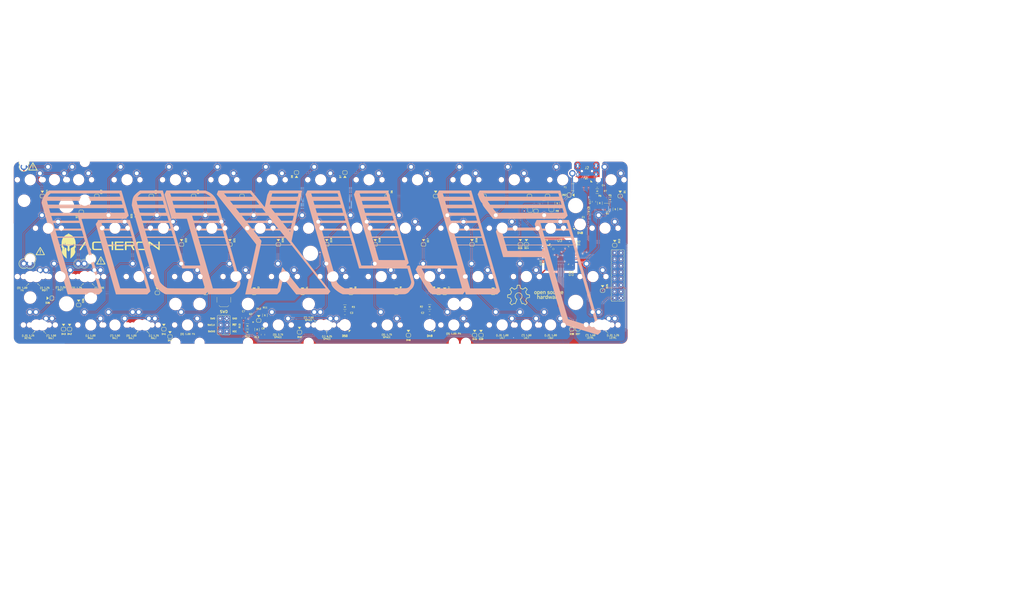
<source format=kicad_pcb>
(kicad_pcb (version 20221018) (generator pcbnew)
  (title_block (title "Fluxon") (date "2020-07-24") (rev "V0.3") (company "Designed by Gondolindrim"))
  (layers (0 "F.Cu" signal) (31 "B.Cu" signal) (34 "B.Paste" user) (35 "F.Paste" user) (36 "B.SilkS" user "B.Silkscreen") (37 "F.SilkS" user "F.Silkscreen") (38 "B.Mask" user) (39 "F.Mask" user) (44 "Edge.Cuts" user))
  (net 0 "")
  (net 1 "3.3V")
  (net 2 "GND")
  (net 3 "BOOT0")
  (net 4 "NRST")
  (net 5 "/SHIELD")
  (net 6 "5V")
  (net 7 "VBUS")
  (net 8 "Net-(D1-Pad2)")
  (net 9 "Row1")
  (net 10 "Net-(D2-Pad2)")
  (net 11 "Net-(D3-Pad2)")
  (net 12 "Net-(D4-Pad2)")
  (net 13 "Net-(D5-Pad2)")
  (net 14 "Net-(D6-Pad2)")
  (net 15 "Net-(D7-Pad2)")
  (net 16 "Net-(D8-Pad2)")
  (net 17 "Net-(D9-Pad2)")
  (net 18 "Net-(D10-Pad2)")
  (net 19 "Net-(D11-Pad2)")
  (net 20 "Net-(D12-Pad2)")
  (net 21 "Net-(D14-Pad2)")
  (net 22 "Net-(D15-Pad2)")
  (net 23 "Row2")
  (net 24 "Net-(D16-Pad2)")
  (net 25 "Net-(D17-Pad2)")
  (net 26 "Net-(D18-Pad2)")
  (net 27 "Net-(D19-Pad2)")
  (net 28 "Net-(D20-Pad2)")
  (net 29 "Net-(D21-Pad2)")
  (net 30 "Net-(D22-Pad2)")
  (net 31 "Net-(D23-Pad2)")
  (net 32 "Net-(D24-Pad2)")
  (net 33 "Net-(D25-Pad2)")
  (net 34 "Net-(D26-Pad2)")
  (net 35 "Net-(D27-Pad2)")
  (net 36 "Net-(D28-Pad2)")
  (net 37 "Row3")
  (net 38 "Net-(D29-Pad2)")
  (net 39 "Net-(D30-Pad2)")
  (net 40 "Net-(D31-Pad2)")
  (net 41 "Net-(D32-Pad2)")
  (net 42 "Net-(D33-Pad2)")
  (net 43 "Net-(D34-Pad2)")
  (net 44 "Net-(D35-Pad2)")
  (net 45 "Net-(D36-Pad2)")
  (net 46 "Net-(D37-Pad2)")
  (net 47 "Net-(D38-Pad2)")
  (net 48 "Net-(D39-Pad2)")
  (net 49 "Net-(D40-Pad2)")
  (net 50 "Row4")
  (net 51 "DBus+")
  (net 52 "DBus-")
  (net 53 "SWDIO")
  (net 54 "SWCLK")
  (net 55 "Col1")
  (net 56 "Col2")
  (net 57 "Col3")
  (net 58 "Col4")
  (net 59 "Col5")
  (net 60 "Col6")
  (net 61 "Col7")
  (net 62 "Col8")
  (net 63 "Col9")
  (net 64 "Col10")
  (net 65 "Col11")
  (net 66 "D+")
  (net 67 "D-")
  (net 68 "Net-(D45-Pad2)")
  (net 69 "Net-(D41-Pad2)")
  (net 70 "Net-(D42-Pad2)")
  (net 71 "Net-(D44-Pad2)")
  (net 72 "Net-(D47-Pad2)")
  (net 73 "Net-(D49-Pad2)")
  (net 74 "Col12")
  (net 75 "Net-(C1-Pad2)")
  (net 76 "Net-(C2-Pad2)")
  (net 77 "Net-(C3-Pad2)")
  (net 78 "Net-(D48-Pad2)")
  (net 79 "RGB_5V")
  (net 80 "Net-(D53-Pad2)")
  (net 81 "RGB_3V3")
  (net 82 "Net-(D50-Pad2)")
  (net 83 "Net-(D53-Pad1)")
  (net 84 "Net-(D43-Pad2)")
  (net 85 "Net-(D46-Pad2)")
  (net 86 "Net-(Q2-Pad3)")
  (net 87 "Net-(Q2-Pad6)")
  (net 88 "Net-(J1-Pad6)")
  (net 89 "Net-(J2-Pad4)")
  (net 90 "Net-(D13-Pad2)")
  (net 91 "SOFT_RESET")
  (net 92 "Net-(U3-Pad26)")
  (net 93 "EXTRA17")
  (net 94 "EXTRA9")
  (net 95 "EXTRA13")
  (net 96 "EXTRA15")
  (net 97 "EXTRA3")
  (net 98 "EXTRA11")
  (net 99 "EXTRA5")
  (net 100 "EXTRA18")
  (net 101 "EXTRA10")
  (net 102 "EXTRA8")
  (net 103 "EXTRA6")
  (net 104 "EXTRA12")
  (net 105 "EXTRA14")
  (net 106 "EXTRA16")
  (net 107 "Net-(C17-Pad2)")
  (footprint "acheron_MX_SolderMask:MX100" (layer "F.Cu") (at 130.66395 65.11925)
    (fp_text reference "SW8")
    (fp_text value "U")
  )
  (footprint "Capacitor_SMD:C_0402_1005Metric" (layer "F.Cu") (at 237.72495 91.519375 90)
    (fp_text reference "C10")
    (fp_text value "100n")
  )
  (footprint "Capacitor_SMD:C_0805_2012Metric_Pad1.15x1.40mm_HandSolder" (layer "F.Cu") (at 159.23895 117.50675 180)
    (fp_text reference "C3")
    (fp_text value "100n")
  )
  (footprint "acheron_MX_SolderMask:MX150" (layer "F.Cu") (at 68.75145 122.26925)
    (fp_text reference "SW57")
    (fp_text value "RCTRL_150")
  )
  (footprint "acheron_Components:R_SMD_1206" (layer "F.Cu") (at 192.57645 115.1255)
    (fp_text reference "R2")
    (fp_text value "3R")
  )
  (footprint "acheron_Components:D_SOD-123" (layer "F.Cu") (at 87.99195 122.26925 90)
    (fp_text reference "D41")
    (fp_text value "1N4148W")
  )
  (footprint "acheron_Graphics:warning_sign_3.6x3.2mm" (layer "F.Cu") (at 63.1952 96.86925)
    (fp_text reference "GR7" hide)
    (fp_text value "Warning Sign" hide)
  )
  (footprint "acheron_MX_SolderMask:MX100" (layer "F.Cu") (at 192.57645 103.21925)
    (fp_text reference "SW28")
    (fp_text value "C")
  )
  (footprint "Capacitor_SMD:C_0402_1005Metric" (layer "F.Cu") (at 248.90095 100.04425 90)
    (fp_text reference "C15")
    (fp_text value "100n")
  )
  (footprint "acheron_Components:R_SMD_1206" (layer "F.Cu") (at 159.23895 115.22075)
    (fp_text reference "R3")
    (fp_text value "3R")
  )
  (footprint "acheron_MX_SolderMask:MX100" (layer "F.Cu") (at 183.05145 84.16925)
    (fp_text reference "SW17")
    (fp_text value "F")
  )
  (footprint "acheron_MX_SolderMask:MX100" (layer "F.Cu") (at 211.62645 103.21925)
    (fp_text reference "SW27")
    (fp_text value "X")
  )
  (footprint "acheron_Components:SOT-23-6" (layer "F.Cu") (at 254.16395 67.06925 -90)
    (fp_text reference "U1")
    (fp_text value "USBLC6-2SC6")
  )
  (footprint "Capacitor_SMD:C_0805_2012Metric_Pad1.15x1.40mm_HandSolder" (layer "F.Cu") (at 119.36095 119.47525 90)
    (fp_text reference "C7")
    (fp_text value "4.7n")
  )
  (footprint "acheron_Components:D_SOD-123" (layer "F.Cu") (at 250.917075 122.26925 90)
    (fp_text reference "D37")
    (fp_text value "1N4148W")
  )
  (footprint "Capacitor_SMD:C_0805_2012Metric_Pad1.15x1.40mm_HandSolder" (layer "F.Cu") (at 255.63195 79.85125 180)
    (fp_text reference "C1")
    (fp_text value "100n")
  )
  (footprint "acheron_MX_SolderMask:MX100" (layer "F.Cu") (at 149.71395 65.11925)
    (fp_text reference "SW7")
    (fp_text value "Y")
  )
  (footprint "acheron_Components:D_SOD-123" (layer "F.Cu") (at 61.6077 69.88175 90)
    (fp_text reference "D12")
    (fp_text value "1N4148W")
  )
  (footprint "acheron_Components:R_SMD_1206" (layer "F.Cu") (at 229.85095 75.92325 -90)
    (fp_text reference "R9")
    (fp_text value "100k")
  )
  (footprint "Capacitor_SMD:C_0402_1005Metric" (layer "F.Cu") (at 248.853325 89.50325 180)
    (fp_text reference "C12")
    (fp_text value "4.7u")
  )
  (footprint "acheron_Components:D_SOD-123" (layer "F.Cu") (at 265.43 89.24925 90)
    (fp_text reference "D13")
    (fp_text value "1N4148W")
  )
  (footprint "acheron_MX_SolderMask:MX100" (layer "F.Cu") (at 206.86395 65.11925)
    (fp_text reference "SW4")
    (fp_text value "E")
  )
  (footprint "acheron_MX_SolderMask:MX125" (layer "F.Cu") (at 80.6577 122.26925)
    (fp_text reference "SW44")
    (fp_text value "RALT_125")
  )
  (footprint "acheron_MX_SolderMask:MX100" (layer "F.Cu") (at 116.37645 103.21925)
    (fp_text reference "SW32")
    (fp_text value "M")
  )
  (footprint "acheron_Components:CP_EIA-3216-10_Kemet-I_Pad1.58x1.35mm_HandSolder" (layer "F.Cu") (at 240.51895 75.02525 90)
    (fp_text reference "C5")
    (fp_text value "1u")
  )
  (footprint "acheron_MX_SolderMask:MX275R" (layer "F.Cu") (at 133.0452 122.26925)
    (fp_text reference "SW51")
    (fp_text value "SPC_275")
  )
  (footprint "acheron_MX_SolderMask:MX100" (layer "F.Cu") (at 225.91395 65.11925)
    (fp_text reference "SW3")
    (fp_text value "W")
  )
  (footprint "acheron_Connectors:PinHeader_2x8_P2.54mm_Vertical" (layer "F.Cu") (at 266.633325 102.758875)
    (fp_text reference "J3" hide)
    (fp_text value "Conn_02x10" hide)
  )
  (footprint "acheron_Components:R_SMD_1206" (layer "F.Cu") (at 255.25095 77.69225 180)
    (fp_text reference "R1")
    (fp_text value "3R")
  )
  (footprint "acheron_Graphics:warning_sign_3.6x3.2mm" (layer "F.Cu") (at 39.35095 93.18625)
    (fp_text reference "GR5" hide)
    (fp_text value "Warning Sign" hide)
  )
  (footprint "acheron_Components:D_SOD-123" (layer "F.Cu") (at 249.15495 71.13925)
    (fp_text reference "D52")
    (fp_text value "SMF6.0A")
  )
  (footprint "acheron_MX_SolderMask:MX100" (layer "F.Cu") (at 73.51395 65.11925)
    (fp_text reference "SW11")
    (fp_text value "P")
  )
  (footprint "acheron_MX_SolderMask:MX125" (layer "F.Cu") (at 56.8452 103.21925)
    (fp_text reference "SW35")
    (fp_text value "(D) RSHIFT_125")
  )
  (footprint "acheron_Components:D_SOD-123" (layer "F.Cu") (at 104.4702 107.98175 90)
    (fp_text reference "D33")
    (fp_text value "1N4148W")
  )
  (footprint "acheron_Components:D_SOD-123" (layer "F.Cu") (at 152.0952 88.93175 90)
    (fp_text reference "D19")
    (fp_text value "1N4148W")
  )
  (footprint "acheron_Components:R_SMD_1206" (layer "F.Cu") (at 263.63295 72.91725)
    (fp_text reference "R5")
    (fp_text value "510R")
  )
  (footprint "acheron_Components:D_SOD-123" (layer "F.Cu") (at 209.2452 88.93175 90)
    (fp_text reference "D16")
    (fp_text value "1N4148W")
  )
  (footprint "Capacitor_SMD:C_0402_1005Metric" (layer "F.Cu") (at 248.853325 90.64625 180)
    (fp_text reference "C11")
    (fp_text value "100n")
  )
  (footprint "acheron_MX_SolderMask:MX100" (layer "F.Cu") (at 240.20145 84.16925)
    (fp_text reference "SW14")
    (fp_text value "A")
  )
  (footprint "acheron_Components:D_SOD-123" (layer "F.Cu") (at 125.32995 118.84125 90)
    (fp_text reference "D53")
    (fp_text value "1N4148W")
  )
  (footprint "acheron_Components:D_SOD-123" (layer "F.Cu") (at 118.7577 69.88175 90)
    (fp_text reference "D9")
    (fp_text value "1N4148W")
  )
  (footprint "Package_TO_SOT_SMD:SOT-23" (layer "F.Cu") (at 237.59795 75.15225 -90)
    (fp_text reference "U2")
    (fp_text value "MCP1700-3302E/TT")
  )
  (footprint "acheron_Components:D_SOD-123" (layer "F.Cu") (at 123.5202 107.98175 90)
    (fp_text reference "D32")
    (fp_text value "1N4148W")
  )
  (footprint "acheron_MX_SolderMask:MX100" (layer "F.Cu") (at 35.41395 65.11925)
    (fp_text reference "SW47")
    (fp_text value "BKSP")
  )
  (footprint "acheron_MX_SolderMask:MX625R" (layer "F.Cu") (at 152.0952 122.26925)
    (fp_text reference "SW43")
    (fp_text value "SPC_625")
  )
  (footprint "acheron_Components:R_SMD_1206" (layer "F.Cu") (at 265.66495 76.72725 -90)
    (fp_text reference "R4")
    (fp_text value "1k")
  )
  (footprint "acheron_Components:D_SOD-123" (layer "F.Cu") (at 50.892075 122.26925 90)
    (fp_text reference "D42")
    (fp_text value "1N4148W")
  )
  (footprint "acheron_Components:D_SOD-123" (layer "F.Cu") (at 85.4202 107.98175 90)
    (fp_text reference "D34")
    (fp_text value "1N4148W")
  )
  (footprint "acheron_Components:D_SOD-123" (layer "F.Cu") (at 267.585825 69.88175 90)
    (fp_text reference "D1")
    (fp_text value "1N4148W")
  )
  (footprint "acheron_Graphics:warning_sign_3.6x3.2mm" (layer "F.Cu") (at 36.45535 59.88685)
    (fp_text reference "GR6" hide)
    (fp_text value "Warning Sign" hide)
  )
  (footprint "acheron_MX_SolderMask:MX100" (layer "F.Cu") (at 173.52645 103.21925)
    (fp_text reference "SW29")
    (fp_text value "V")
  )
  (footprint "acheron_Components:SK6812MINI_3535_6028_3.2x2.8mm_Round" (layer "F.Cu") (at 251.8029 82.67065 180)
    (fp_text reference "D48")
    (fp_text value "SK6812MINI-E")
  )
  (footprint "acheron_MX_SolderMask:MX100" (layer "F.Cu") (at 111.61395 65.11925)
    (fp_text reference "SW9")
    (fp_text value "I")
  )
  (footprint "acheron_Components:D_SOD-123" (layer "F.Cu") (at 54.46395 112.74425 90)
    (fp_text reference "D35")
    (fp_text value "1N4148W")
  )
  (footprint "acheron_MX_SolderMask:MX100" (layer "F.Cu") (at 125.90145 84.16925)
    (fp_text reference "SW20")
    (fp_text value "J")
  )
  (footprint "acheron_Components:R_SMD_1206" (layer "F.Cu") (at 120.88495 122.65025 180)
    (fp_text reference "R10")
    (fp_text value "100R")
  )
  (footprint "acheron_MX_SolderMask:MX100" (layer "F.Cu") (at 187.81395 65.11925)
    (fp_text reference "SW5")
    (fp_text value "R")
  )
  (footprint "acheron_Components:D_SOD-123" (layer "F.Cu") (at 140.18895 63.928625 -90)
    (fp_text reference "D8")
    (fp_text value "1N4148W")
  )
  (footprint "acheron_Components:D_SOD-123" (layer "F.Cu") (at 42.27195 111.72825 180)
    (fp_text reference "D36")
    (fp_text value "1N4148W")
  )
  (footprint "acheron_Logos:acheronLong" (layer "F.Cu") (at 67.01395 91.1255)
    (fp_text reference "GR3" hide)
    (fp_text value "Acheron Logo" hide)
  )
  (footprint "Package_TO_SOT_SMD:SOT-23" (layer "F.Cu") (at 262.623325 75.96525)
    (fp_text reference "Q1")
    (fp_text value "BSS138")
  )
  (footprint "acheron_MX_SolderMask:MX150" (layer "F.Cu") (at 259.25145 122.26925)
    (fp_text reference "SW54")
    (fp_text value "LCTRL_150")
  )
  (footprint "acheron_Components:D_SOD-123" (layer "F.Cu") (at 55.495825 79.40675 -90)
    (fp_text reference "D24")
    (fp_text value "1N4148W")
  )
  (footprint "acheron_Components:D_SOD-123" (layer "F.Cu") (at 113.9952 88.93175 90)
    (fp_text reference "D21")
    (fp_text value "1N4148W")
  )
  (footprint "acheron_MX_SolderMask:MX100" (layer "F.Cu") (at 78.27645 122.26925)
    (fp_text reference "SW53")
    (fp_text value "RALT_100")
  )
  (footprint "Capacitor_SMD:C_0402_1005Metric" (layer "F.Cu") (at 238.48695 89.995375)
    (fp_text reference "C9")
    (fp_text value "100n")
  )
  (footprint "acheron_Components:D_SOD-123" (layer "F.Cu") (at 133.0452 88.93175 90)
    (fp_text reference "D20")
    (fp_text value "1N4148W")
  )
  (footprint "acheron_Components:D_SOD-123" (layer "F.Cu") (at 217.579575 107.98175 90)
    (fp_text reference "D26")
    (fp_text value "1N4148W")
  )
  (footprint "acheron_MX_SolderMask:MX100" (layer "F.Cu") (at 240.20145 122.26925)
    (fp_text reference "SW41")
    (fp_text value "SUPER_100")
  )
  (footprint "acheron_MX_SolderMask:MX125" (layer "F.Cu") (at 261.6327 122.26925)
    (fp_text reference "SW40")
    (fp_text value "LCTRL_125")
  )
  (footprint "acheron_Connectors:Conn_ARM_JTAG_SWD_6" (layer "F.Cu") (at 111.61395 122.26925 180)
    (fp_text reference "J1" hide)
    (fp_text value "ARM SWD" hide)
  )
  (footprint "acheron_MX_SolderMask:MX100" (layer "F.Cu") (at 106.85145 84.16925)
    (fp_text reference "SW21")
    (fp_text value "K")
  )
  (footprint "acheron_Components:R_SMD_1206" (layer "F.Cu") (at 259.56895 74.31425 -90)
    (fp_text reference "R6")
    (fp_text value "1k")
  )
  (footprint "acheron_MX_SolderMask:MX100" (layer "F.Cu") (at 202.10145 84.16925)
    (fp_text reference "SW16")
    (fp_text value "D")
  )
  (footprint "acheron_Components:D_SOD-123" (layer "F.Cu") (at 248.535825 122.26925 90)
    (fp_text reference "D38")
    (fp_text value "1N4148W")
  )
  (footprint "acheron_Components:D_SOD-123" (layer "F.Cu") (at 77.085825 79.40675 -90)
    (fp_text reference "D23")
    (fp_text value "1N4148W")
  )
  (footprint "acheron_MX_SolderMask:MX100" (layer "F.Cu") (at 164.00145 84.16925)
    (fp_text reference "SW18")
    (fp_text value "G")
  )
  (footprint "acheron_Components:D_SOD-123" (layer "F.Cu") (at 214.0077 69.88175 90)
    (fp_text reference "D4")
    (fp_text value "1N4148W")
  )
  (footprint "acheron_Components:D_SOD-123" (layer "F.Cu") (at 194.9577 69.88175 90)
    (fp_text reference "D5")
    (fp_text value "1N4148W")
  )
  (footprint "acheron_Components:D_SOD-123" (layer "F.Cu") (at 234.42295 75.78725 90)
    (fp_text reference "D51")
    (fp_text value "RB060M-60TR")
  )
  (footprint "acheron_Components:D_SOD-123" (layer "F.Cu") (at 190.1952 88.93175 90)
    (fp_text reference "D17")
    (fp_text value "1N4148W")
  )
  (footprint "acheron_MX_SolderMask:MX200" (layer "F.Cu") (at 44.93895 65.11925)
    (fp_text reference "SW48")
    (fp_text value "BKSP_2U")
  )
  (footprint "acheron_MX_SolderMask:MX100" (layer "F.Cu") (at 135.42645 103.21925)
    (fp_text reference "SW31")
    (fp_text value "N")
  )
  (footprint "acheron_MX_SolderMask:MX100" (layer "F.Cu") (at 59.22645 122.26925)
    (fp_text reference "SW45")
    (fp_text value "RGUI_100")
  )
  (footprint "Capacitor_SMD:C_0805_2012Metric" (layer "F.Cu") (at 258.55295 67.32925)
    (fp_text reference "C4")
    (fp_text value "4.7nF")
  )
  (footprint "acheron_Components:D_SOD-123" (layer "F.Cu") (at 141.379575 123.459875 90)
    (fp_text reference "D40")
    (fp_text value "1N4148W")
  )
  (footprint "acheron_Components:D_SOD-123" (layer "F.Cu") (at 231.867075 69.88175 90)
    (fp_text reference "D3")
    (fp_text value "1N4148W")
  )
  (footprint "acheron_Components:D_SOD-123" (layer "F.Cu") (at 161.6202 107.98175 90)
    (fp_text reference "D30")
    (fp_text value "1N4148W")
  )
  (footprint "acheron_MX_SolderMask:MX100" (layer "F.Cu") (at 144.95145 84.16925)
    (fp_text reference "SW19")
    (fp_text value "H")
  )
  (footprint "acheron_Components:D_SOD-123" (layer "F.Cu") (at 196.148325 107.98175 90)
    (fp_text reference "D28")
    (fp_text value "1N4148W")
  )
  (footprint "acheron_MX_SolderMask:MX175" (layer "F.Cu") (at 175.9077 122.26925)
    (fp_text reference "SW50")
    (fp_text value "SPC_175")
  )
  (footprint "Capacitor_SMD:C_0402_1005Metric" (layer "F.Cu") (at 237.47095 95.85325 -90)
    (fp_text reference "C14")
    (fp_text value "10n")
  )
  (footprint "acheron_MX_SolderMask:MX175" (layer "F.Cu") (at 256.8702 103.21925)
    (fp_text reference "SW25")
    (fp_text value "LSHIFT_175")
  )
  (footprint "acheron_Components:D_SOD-123" (layer "F.Cu") (at 212.817075 124.6505 90)
    (fp_text reference "D39")
    (fp_text value "1N4148W")
  )
  (footprint "acheron_Components:D_SOD-123" (layer "F.Cu") (at 179.479575 107.98175 90)
    (fp_text reference "D29")
    (fp_text value "1N4148W")
  )
  (footprint "acheron_Components:D_SOD-123" (layer "F.Cu") (at 175.9077 69.88175 90)
    (fp_text reference "D6")
    (fp_text value "1N4148W")
  )
  (footprint "acheron_MX_SolderMask:MX125" (layer "F.Cu") (at 261.6327 84.16925)
    (fp_text reference "SW13")
    (fp_text value "TAB_125")
  )
  (footprint "Capacitor_SMD:C_0402_1005Metric" (layer "F.Cu") (at 247.75795 100.04425 90)
    (fp_text reference "C16")
    (fp_text value "4.7u")
  )
  (footprint "acheron_MX_SolderMask:MX100" (layer "F.Cu") (at 59.22645 103.21925)
    (fp_text reference "SW39")
    (fp_text value "(I) SLASH_100")
  )
  (footprint "acheron_MX_SolderMask:MX100" (layer "F.Cu") (at 154.47645 103.21925)
    (fp_text reference "SW30")
    (fp_text value "B")
  )
  (footprint "acheron_Components:D_SOD-123" (layer "F.Cu") (at 142.5702 107.98175 90)
    (fp_text reference "D31")
    (fp_text value "1N4148W")
  )
  (footprint "acheron_MX_SolderMask:MX175" (layer "F.Cu") (at 42.5577 84.16925)
    (fp_text reference "SW24")
    (fp_text value "ENTER_175")
  )
  (footprint "acheron_Components:D_SOD-123" (layer "F.Cu") (at 228.2952 88.93175 90)
    (fp_text reference "D15")
    (fp_text value "1N4148W")
  )
  (footprint "acheron_Components:R_SMD_1206" (layer "F.Cu") (at 258.55295 69.61525 180)
    (fp_text reference "R7")
    (fp_text value "1M")
  )
  (footprint "acheron_MX_SolderMask:MX100" (layer "F.Cu") (at 168.76395 65.11925)
    (fp_text reference "SW6")
    (fp_text value "T")
  )
  (footprint "acheron_MX_SolderMask:MX700R" (layer "F.Cu") (at 149.71395 122.26925)
    (fp_text reference "SW56")
    (fp_text value "SPC_700")
  )
  (footprint "Capacitor_SMD:C_0805_2012Metric_Pad1.15x1.40mm_HandSolder" (layer "F.Cu") (at 257.28295 73.75525 -90)
    (fp_text reference "C17")
    (fp_text value "1u")
  )
  (footprint "acheron_MX_SolderMask:MX100" (layer "F.Cu") (at 221.15145 122.26925)
    (fp_text reference "SW42")
    (fp_text value "LALT_100")
  )
  (footprint "Capacitor_SMD:C_0805_2012Metric_Pad1.15x1.40mm_HandSolder" (layer "F.Cu") (at 126.98095 126.07925 90)
    (fp_text reference "C8")
    (fp_text value "10u")
  )
  (footprint "acheron_MX_SolderMask:MX150" (layer "F.Cu") (at 40.17645 122.26925)
    (fp_text reference "SW58")
    (fp_text value "RALT_150")
  )
  (footprint "acheron_MX_SolderMask:MX100" (layer "F.Cu") (at 97.32645 103.21925)
    (fp_text reference "SW33")
    (fp_text value "COMMA")
  )
  (footprint "acheron_Components:R_SMD_1206" (layer "F.Cu") (at 127.74295 118.45925 -90)
    (fp_text reference "R11")
    (fp_text value "100")
  )
  (footprint "acheron_MX_SolderMask:MX100" (layer "F.Cu") (at 54.46395 65.11925)
    (fp_text reference "SW12")
    (fp_text value "DEL")
  )
  (footprint "acheron_Components:D_SOD-123" (layer "F.Cu") (at 239.010825 69.88175 90)
    (fp_text reference "D2")
    (fp_text value "1N4148W")
  )
  (footprint "acheron_MX_SolderMask:MX100" (layer "F.Cu") (at 264.01395 65.11925)
    (fp_text reference "SW1")
    (fp_text value "ESC")
  )
  (footprint "acheron_MX_SolderMask:MX150" (layer "F.Cu") (at 230.67645 122.26925)
    (fp_text reference "SW55")
    (fp_text value "LALT_150")
  )
  (footprint "acheron_Components:D_SOD-123" (layer "F.Cu") (at 48.510825 122.26925 90)
    (fp_text reference "D43")
    (fp_text value "1N4148W")
  )
  (footprint "acheron_MX_SolderMask:MX100" (layer "F.Cu") (at 97.32645 122.26925)
    (fp_text reference "SW52")
    (fp_text value "FN_100")
  )
  (footprint "acheron_MX_SolderMask:MX125" (layer "F.Cu") (at 37.7952 122.26925)
    (fp_text reference "SW46")
    (fp_text value "RCTRL_125")
  )
  (footprint "acheron_MX_SolderMask:MX100" (layer "F.Cu") (at 221.15145 84.16925)
    (fp_text reference "SW15")
    (fp_text value "S")
  )
  (footprint "acheron_MX_SolderMask:MX100" (layer "F.Cu") (at 244.96395 65.11925)
    (fp_text reference "SW2")
    (fp_text value "Q")
  )
  (footprint "acheron_MX_SolderMask:MX100" (layer "F.Cu") (at 230.67645 103.21925)
    (fp_text reference "SW26")
    (fp_text value "Z")
  )
  (footprint "acheron_MX_SolderMask:MX100" (layer "F.Cu") (at 92.56395 65.11925)
    (fp_text reference "SW10")
    (fp_text value "O")
  )
  (footprint "acheron_MX_SolderMask:MX100" (layer "F.Cu") (at 78.27645 103.21925)
    (fp_text reference "SW34")
    (fp_text value "DOT")
  )
  (footprint "acheron_Components:SK6812MINI_3535_6028_3.2x2.8mm_Round" (layer "F.Cu") (at 159.23895 122.26925 -90)
    (fp_text reference "D50")
    (fp_text value "SK6812MINI-E")
  )
  (footprint "acheron_Components:D_SOD-123" (layer "F.Cu") (at 40.17645 69.88175 90)
    (fp_text reference "D44")
    (fp_text value "1N4148W")
  )
  (footprint "acheron_Components:SK6812MINI_3535_6028_3.2x2.8mm_Round" (layer "F.Cu") (at 192.63995 122.26925 -90)
    (fp_text reference "D49")
    (fp_text value "SK6812MINI-E")
  )
  (footprint "acheron_Components:D_SOD-123" (layer "F.Cu") (at 210.29295 124.6505 90)
    (fp_text reference "D45")
    (fp_text value "1N4148W")
  )
  (footprint "acheron_MX_SolderMask:MX125" (layer "F.Cu") (at 37.7952 103.21925)
    (fp_text reference "SW38")
    (fp_text value "(I) RSHIFT_125")
  )
  (footprint "Capacitor_SMD:C_0805_2012Metric_Pad1.15x1.40mm_HandSolder" (layer "F.Cu") (at 192.57645 117.50675 180)
    (fp_text reference "C2")
    (fp_text value "100n")
  )
  (footprint "acheron_Components:R_SMD_1206" (layer "F.Cu") (at 124.69495 124.04725 -90)
    (fp_text reference "R13")
    (fp_text value "100k")
  )
  (footprint "acheron_Components:D_SOD-123" (layer "F.Cu") (at 184.242075 124.6505 90)
    (fp_text reference "D46")
    (fp_text value "1N4148W")
  )
  (footprint "acheron_MX_SolderMask:MX225" (layer "F.Cu") (at 47.3202 103.21925)
    (fp_text reference "SW37")
    (fp_text value "(F) RSHIFT_225")
  )
  (footprint "acheron_Components:LQFP-48_7x7mm_P0.5mm" (layer "F.Cu") (at 243.773325 94.884875)
    (fp_text reference "U3")
    (fp_text value "STM32L072CBT6")
  )
  (footprint "acheron_Components:D_SOD-123" (layer "F.Cu") (at 171.1452 88.93175 90)
    (fp_text reference "D18")
    (fp_text value "1N4148W")
  )
  (footprint "acheron_MX_SolderMask:MX100" (layer "F.Cu") (at 68.75145 84.16925)
    (fp_text reference "SW23")
    (fp_text value "QUOTE")
  )
  (footprint "acheron_Graphics:osh-logo" (layer "F.Cu") (at 234.16895 110.76325)
    (fp_text reference "GR1" hide)
    (fp_text value "OSHLogo" hide)
  )
  (footprint "acheron_MX_SolderMask:MX100" (layer "F.Cu") (at 87.80145 84.16925)
    (fp_text reference "SW22")
    (fp_text value "L")
  )
  (footprint "acheron_MX_SolderMask:MX100" (layer "F.Cu") (at 35.41395 103.21925)
    (fp_text reference "SW36")
    (fp_text value "(D) FN_100")
  )
  (footprint "acheron_Components:D_SOD-123" (layer "F.Cu") (at 198.529575 107.98175 90)
    (fp_text reference "D27")
    (fp_text value "1N4148W")
  )
  (footprint "acheron_Components:R_SMD_1206" (layer "F.Cu") (at 242.80495 74.39025 -90)
    (fp_text reference "R8")
    (fp_text value "100k")
  )
  (footprint "acheron_Components:D_SOD-123" (layer "F.Cu") (at 230.67645 88.93175 90)
    (fp_text reference "D14")
    (fp_text value "1N4148W")
  )
  (footprint "acheron_Components:R_SMD_1206" (layer "F.Cu") (at 120.88495 125.06325)
    (fp_text reference "R12")
    (fp_text value "33k")
  )
  (footprint "acheron_Components:CP_EIA-3216-10_Kemet-I_Pad1.58x1.35mm_HandSolder" (layer "F.Cu") (at 232.13695 75.27925 90)
    (fp_text reference "C6")
    (fp_text value "1u")
  )
  (footprint "acheron_Components:D_SOD-123" (layer "F.Cu") (at 159.23895 63.928625 -90)
    (fp_text reference "D7")
    (fp_text value "1N4148W")
  )
  (footprint "fluxon_graphics:fluxon_logo" (layer "F.Cu") (at 146.142075 73.81925)
    (fp_text reference "GR2" hide)
    (fp_text value "Fluxon Plated Logo" hide)
  )
  (footprint "acheron_Components:D_SOD-123" (layer "F.Cu") (at 83.03895 69.88175 90)
    (fp_text reference "D11")
    (fp_text value "1N4148W")
  )
  (footprint "acheron_Components:D_SOD-123" (layer "F.Cu") (at 90.40495 125.19025 90)
    (fp_text reference "D47")
    (fp_text value "1N4148W")
  )
  (footprint "Fuse:Fuse_1210_3225Metric" (layer "F.Cu") (at 248.90095 68.09125)
    (fp_text reference "F1")
    (fp_text value "SL1210150")
  )
  (footprint "acheron_Components:D_SOD-123" (layer "F.Cu") (at 99.7077 69.88175 90)
    (fp_text reference "D10")
    (fp_text value "1N4148W")
  )
  (footprint "acheron_MX_SolderMask:MX100" (layer "F.Cu") (at 202.10145 122.26925)
    (fp_text reference "SW49")
    (fp_text value "PN_100")
  )
  (footprint "acheron_Components:D_SOD-123" (layer "F.Cu") (at 260.664325 107.076875 90)
    (fp_text reference "D25")
    (fp_text value "1N4148W")
  )
  (footprint "acheron_Components:D_SOD-123" (layer "F.Cu") (at 94.9452 88.93175 90)
    (fp_text reference "D22")
    (fp_text value "1N4148W")
  )
  (footprint "acheron_Components:SOT-363_SC-70-6" (layer "F.Cu") (at 122.15495 119.85625 180)
    (fp_text reference "Q2")
    (fp_text value "MUN5335DW1T1G")
  )
  (footprint "acheron_Hardware:K2-1187SQ-A4SW-06" (layer "F.Cu") (at 111.61395 112.36325 180)
    (fp_text reference "S1")
    (fp_text value "SW_Push")
  )
  (footprint "Capacitor_SMD:C_0402_1005Metric" (layer "F.Cu") (at 236.32795 95.85325 -90)
    (fp_text reference "C13")
    (fp_text value "1u")
  )
  (footprint "acheron_Connectors:Korean-Hroparts_ U-F-M5DD-W-2" (layer "F.Cu") (at 254.48895 63.51925)
    (fp_text reference "J2")
    (fp_text value "U-F-M5DD-W-2")
  )
  (footprint "fluxon_graphics:fluxon_logo_220x56.8mm" (layer "B.Cu") (at 149.96795 97.705875 180)
    (fp_text reference "GR4" hide)
    (fp_text value "Fluxon Big Logo" hide)
  )
  (gr_line (start 41.6052 125.69825) (end 40.7162 124.80925) (stroke (width 0.12)) (layer "F.SilkS"))
  (gr_line (start 261.9502 124.68225) (end 262.2042 124.68225) (stroke (width 0.12)) (layer "F.SilkS"))
  (gr_line (start 56.24195 106.01325) (end 55.98795 106.01325) (stroke (width 0.12)) (layer "F.SilkS"))
  (gr_line (start 34.77895 106.01325) (end 34.52495 106.01325) (stroke (width 0.12)) (layer "F.SilkS"))
  (gr_line (start 38.33495 106.01325) (end 38.33495 106.26725) (stroke (width 0.12)) (layer "F.SilkS"))
  (gr_line (start 77.8002 125.06325) (end 77.8002 124.80925) (stroke (width 0.12)) (layer "F.SilkS"))
  (gr_line (start 147.6502 120.87225) (end 147.6502 120.61825) (stroke (width 0.12)) (layer "F.SilkS"))
  (gr_line (start 55.35295 106.90225) (end 56.24195 106.01325) (stroke (width 0.12)) (layer "F.SilkS"))
  (gr_arc (start 58.4793 98.13925) (mid 57.413657 99.777994) (end 55.483533 99.468649) (stroke (width 0.12)) (layer "F.SilkS"))
  (gr_line (start 261.9502 124.68225) (end 261.9502 124.93625) (stroke (width 0.12)) (layer "F.SilkS"))
  (gr_line (start 39.22395 106.90225) (end 38.33495 106.01325) (stroke (width 0.12)) (layer "F.SilkS"))
  (gr_line (start 56.24195 106.26725) (end 56.24195 106.01325) (stroke (width 0.12)) (layer "F.SilkS"))
  (gr_line (start 59.79795 106.01325) (end 60.05195 106.01325) (stroke (width 0.12)) (layer "F.SilkS"))
  (gr_line (start 147.6502 120.87225) (end 147.3962 120.87225) (stroke (width 0.12)) (layer "F.SilkS"))
  (gr_line (start 56.24195 106.01325) (end 56.24195 106.26725) (stroke (width 0.12)) (layer "F.SilkS"))
  (gr_arc (start 37.121685 97.568935) (mid 36.351231 99.7541) (end 34.036 99.66325) (stroke (width 0.2)) (layer "F.SilkS"))
  (gr_line (start 40.7162 124.80925) (end 40.9702 124.80925) (stroke (width 0.12)) (layer "F.SilkS"))
  (gr_arc (start 55.519386 96.842513) (mid 56.336612 96.430104) (end 57.250154 96.48825) (stroke (width 0.12)) (layer "F.SilkS"))
  (gr_arc (start 34.55001 59.429774) (mid 32.777239 61.82006) (end 31.27375 59.25185) (stroke (width 0.2)) (layer "F.SilkS"))
  (gr_line (start 77.8002 124.80925) (end 77.8002 125.06325) (stroke (width 0.12)) (layer "F.SilkS"))
  (gr_line (start 146.7612 119.98325) (end 147.6502 120.87225) (stroke (width 0.12)) (layer "F.SilkS"))
  (gr_line (start 37.1602 124.80925) (end 37.1602 125.06325) (stroke (width 0.12)) (layer "F.SilkS"))
  (gr_arc (start 57.22092 96.491947) (mid 60.884249 94.980104) (end 58.491458 98.13925) (stroke (width 0.12)) (layer "F.SilkS"))
  (gr_arc (start 33.189821 96.260042) (mid 36.074716 94.153959) (end 37.121685 97.568935) (stroke (width 0.2)) (layer "F.SilkS"))
  (gr_line (start 257.5052 125.57125) (end 258.3942 124.68225) (stroke (width 0.12)) (layer "F.SilkS"))
  (gr_line (start 59.79795 106.01325) (end 59.79795 106.26725) (stroke (width 0.12)) (layer "F.SilkS"))
  (gr_line (start 34.77895 106.01325) (end 34.77895 106.26725) (stroke (width 0.12)) (layer "F.SilkS"))
  (gr_arc (start 35.020186 58.15981) (mid 34.894725 58.835379) (end 34.55001 59.429774) (stroke (width 0.2)) (layer "F.SilkS"))
  (gr_line (start 147.3962 120.87225) (end 147.6502 120.87225) (stroke (width 0.12)) (layer "F.SilkS"))
  (gr_line (start 82.2452 125.69825) (end 81.3562 124.80925) (stroke (width 0.12)) (layer "F.SilkS"))
  (gr_line (start 77.8002 124.80925) (end 77.5462 124.80925) (stroke (width 0.12)) (layer "F.SilkS"))
  (gr_line (start 34.77895 106.26725) (end 34.77895 106.01325) (stroke (width 0.12)) (layer "F.SilkS"))
  (gr_line (start 37.1602 124.80925) (end 36.9062 124.80925) (stroke (width 0.12)) (layer "F.SilkS"))
  (gr_line (start 37.1602 125.06325) (end 37.1602 124.80925) (stroke (width 0.12)) (layer "F.SilkS"))
  (gr_line (start 36.2712 125.69825) (end 37.1602 124.80925) (stroke (width 0.12)) (layer "F.SilkS"))
  (gr_line (start 258.3942 124.68225) (end 258.3942 124.93625) (stroke (width 0.12)) (layer "F.SilkS"))
  (gr_line (start 258.3942 124.68225) (end 258.1402 124.68225) (stroke (width 0.12)) (layer "F.SilkS"))
  (gr_arc (start 55.483533 99.468649) (mid 52.528917 98.115) (end 55.519385 96.842514) (stroke (width 0.12)) (layer "F.SilkS"))
  (gr_line (start 152.079325 124.729875) (end 152.333325 124.983875) (stroke (width 0.12)) (layer "F.SilkS"))
  (gr_line (start 38.33495 106.01325) (end 38.58895 106.01325) (stroke (width 0.12)) (layer "F.SilkS"))
  (gr_line (start 258.3942 124.93625) (end 258.3942 124.68225) (stroke (width 0.12)) (layer "F.SilkS"))
  (gr_arc (start 31.292813 59.239516) (mid 31.064719 58.759032) (end 30.96895 58.23585) (stroke (width 0.2)) (layer "F.SilkS"))
  (gr_line (start 81.3562 124.80925) (end 81.3562 125.06325) (stroke (width 0.12)) (layer "F.SilkS"))
  (gr_line (start 76.9112 125.69825) (end 77.8002 124.80925) (stroke (width 0.12)) (layer "F.SilkS"))
  (gr_line (start 40.7162 124.80925) (end 40.7162 125.06325) (stroke (width 0.12)) (layer "F.SilkS"))
  (gr_line (start 152.079325 124.729875) (end 151.825325 124.983875) (stroke (width 0.12)) (layer "F.SilkS"))
  (gr_line (start 33.88995 106.90225) (end 34.77895 106.01325) (stroke (width 0.12)) (layer "F.SilkS"))
  (gr_line (start 152.079325 125.872875) (end 152.079325 124.729875) (stroke (width 0.12)) (layer "F.SilkS"))
  (gr_arc (start 34.029378 99.654566) (mid 31.024118 98.596763) (end 33.189821 96.260042) (stroke (width 0.2)) (layer "F.SilkS"))
  (gr_line (start 60.68695 106.90225) (end 59.79795 106.01325) (stroke (width 0.12)) (layer "F.SilkS"))
  (gr_line (start 81.3562 124.80925) (end 81.6102 124.80925) (stroke (width 0.12)) (layer "F.SilkS"))
  (gr_line (start 262.8392 125.57125) (end 261.9502 124.68225) (stroke (width 0.12)) (layer "F.SilkS"))
  (gr_circle (center 250.04395 113.37925) (end 253.04395 113.37925) (stroke (width 0.05)) (fill none) (layer "Edge.Cuts"))
  (gr_arc (start 268.01395 57.9755) (mid 269.781717 58.707733) (end 270.51395 60.4755) (stroke (width 0.05)) (layer "Edge.Cuts"))
  (gr_arc (start 270.51395 127.16925) (mid 269.781717 128.937017) (end 268.01395 129.66925) (stroke (width 0.05)) (layer "Edge.Cuts"))
  (gr_arc (start 28.91395 60.4755) (mid 29.646183 58.707733) (end 31.41395 57.9755) (stroke (width 0.05)) (layer "Edge.Cuts"))
  (gr_circle (center 49.70145 75.33005) (end 52.70145 75.33005) (stroke (width 0.05)) (fill none) (layer "Edge.Cuts"))
  (gr_arc (start 31.41395 129.66925) (mid 29.646183 128.937017) (end 28.91395 127.16925) (stroke (width 0.05)) (layer "Edge.Cuts"))
  (gr_line (start 31.41395 57.9755) (end 268.01395 57.9755) (stroke (width 0.05)) (layer "Edge.Cuts"))
  (gr_circle (center 250.04395 75.27925) (end 253.04395 75.27925) (stroke (width 0.05)) (fill none) (layer "Edge.Cuts"))
  (gr_line (start 268.01395 129.66925) (end 31.41395 129.66925) (stroke (width 0.05)) (layer "Edge.Cuts"))
  (gr_line (start 28.91395 127.16925) (end 28.91395 60.4755) (stroke (width 0.05)) (layer "Edge.Cuts"))
  (gr_line (start 270.51395 60.4755) (end 270.51395 127.16925) (stroke (width 0.05)) (layer "Edge.Cuts"))
  (gr_circle (center 145.71345 94.07525) (end 148.71345 94.07525) (stroke (width 0.05)) (fill none) (layer "Edge.Cuts"))
  (gr_circle (center 49.70145 113.934875) (end 52.70145 113.934875) (stroke (width 0.05)) (fill none) (layer "Edge.Cuts"))
  (gr_text "(T) 1.50\nLALT" (at 230.7082 126.84125) (layer "F.SilkS") (effects (font (size 0.635 0.635) (thickness 0.127))))
  (gr_text "(D) 1.00 FN" (at 97.32645 125.841125) (layer "F.SilkS") (effects (font (size 0.635 0.635) (thickness 0.127))))
  (gr_text "(L) 6.25\nSPACE" (at 152.206325 127.269875) (layer "F.SilkS") (effects (font (size 0.635 0.635) (thickness 0.127))))
  (gr_text "(L) 1.00\nRGUI" (at 59.1312 126.96825) (layer "F.SilkS") (effects (font (size 0.635 0.635) (thickness 0.127))))
  (gr_text "(D) 1.00 PN" (at 202.0062 125.69825) (layer "F.SilkS") (effects (font (size 0.635 0.635) (thickness 0.127))))
  (gr_text "(D) 1.00\nRALT" (at 75.1967 126.96825) (layer "F.SilkS") (effects (font (size 0.635 0.635) (thickness 0.127))))
  (gr_text "(L,D) 1.25\nRCTRL" (at 34.5567 126.96825) (layer "F.SilkS") (effects (font (size 0.635 0.635) (thickness 0.127))))
  (gr_text "(T) 1.50\nLCTRL" (at 255.8542 126.84125) (layer "F.SilkS") (effects (font (size 0.635 0.635) (thickness 0.127))))
  (gr_text "(L,D) 1.00\nLGUI" (at 240.2332 126.84125) (layer "F.SilkS") (effects (font (size 0.635 0.635) (thickness 0.127))))
  (gr_text "(T) 1.50\nRALT" (at 68.7832 126.96825) (layer "F.SilkS") (effects (font (size 0.635 0.635) (thickness 0.127))))
  (gr_text "(F) 2.25\nRSFT" (at 47.3202 107.98175) (layer "F.SilkS") (effects (font (size 0.635 0.635) (thickness 0.127))))
  (gr_text "(L,D) 1.25\nLCTRL" (at 264.7442 126.84125) (layer "F.SilkS") (effects (font (size 0.635 0.635) (thickness 0.127))))
  (gr_text "(L,D) 1.00\nLALT" (at 221.1832 126.84125) (layer "F.SilkS") (effects (font (size 0.635 0.635) (thickness 0.127))))
  (gr_text "(D) 2.75\nSPACE" (at 132.9182 126.58725) (layer "F.SilkS") (effects (font (size 0.635 0.635) (thickness 0.127))))
  (gr_text "(D) 1.00\nFN\n" (at 32.23895 108.17225) (layer "F.SilkS") (effects (font (size 0.635 0.635) (thickness 0.127))))
  (gr_text "(D) 1.25\nRSFT\n" (at 53.70195 108.17225) (layer "F.SilkS") (effects (font (size 0.635 0.635) (thickness 0.127))))
  (gr_text "(D) 1.75\nSPACE" (at 175.7172 126.58725) (layer "F.SilkS") (effects (font (size 0.635 0.635) (thickness 0.127))))
  (gr_text "(T) 1.50\nRALT" (at 43.6372 126.96825) (layer "F.SilkS") (effects (font (size 0.635 0.635) (thickness 0.127))))
  (gr_text "(L) 1.25\nRALT" (at 84.0232 126.96825) (layer "F.SilkS") (effects (font (size 0.635 0.635) (thickness 0.127))))
  (gr_text "(T) 7.00\nSPACE" (at 144.9832 119.85625) (layer "F.SilkS") (effects (font (size 0.635 0.635) (thickness 0.127))))
  (gr_text "(I) 1.25\nRSFT" (at 41.12895 108.17225) (layer "F.SilkS") (effects (font (size 0.635 0.635) (thickness 0.127))))
  (gr_text "(I) 1.00\nSLSH" (at 62.59195 108.17225) (layer "F.SilkS") (effects (font (size 0.635 0.635) (thickness 0.127))))
  (segment (start 248.368325 89.50325) (end 248.368325 91.40075) (width 0.254) (layer "F.Cu") (net 1))
  (segment (start 247.0352 99.55925) (end 246.523325 99.047375) (width 0.254) (layer "F.Cu") (net 1))
  (segment (start 121.20495 118.39825) (end 121.20495 119.20625) (width 0.254) (layer "F.Cu") (net 1))
  (segment (start 114.71395 114.32025) (end 117.83695 117.44325) (width 0.254) (layer "F.Cu") (net 1))
  (segment (start 108.51395 114.21325) (end 111.66895 114.21325) (width 0.508) (layer "F.Cu") (net 1))
  (segment (start 229.853075 77.408625) (end 229.85095 77.41075) (width 0.508) (layer "F.Cu") (net 1))
  (segment (start 236.64795 74.15225) (end 234.43795 74.15225) (width 0.508) (layer "F.Cu") (net 1))
  (segment (start 236.32795 96.33825) (end 235.43895 96.33825) (width 0.254) (layer "F.Cu") (net 1))
  (segment (start 232.25595 76.30425) (end 234.42295 74.13725) (width 0.508) (layer "F.Cu") (net 1))
  (segment (start 230.95745 76.30425) (end 229.853075 77.408625) (width 0.508) (layer "F.Cu") (net 1))
  (segment (start 111.66895 114.21325) (end 114.71395 114.21325) (width 0.508) (layer "F.Cu") (net 1))
  (segment (start 248.90095 99.55925) (end 247.0352 99.55925) (width 0.254) (layer "F.Cu") (net 1))
  (segment (start 232.13695 76.30425) (end 230.95745 76.30425) (width 0.508) (layer "F.Cu") (net 1))
  (segment (start 248.368325 89.50325) (end 247.583325 89.50325) (width 0.254) (layer "F.Cu") (net 1))
  (segment (start 238.205325 96.134875) (end 239.610825 96.134875) (width 0.254) (layer "F.Cu") (net 1))
  (segment (start 238.97195 89.88425) (end 240.1852 89.88425) (width 0.254) (layer "F.Cu") (net 1))
  (segment (start 234.43795 74.15225) (end 234.42295 74.13725) (width 0.508) (layer "F.Cu") (net 1))
  (segment (start 248.368325 91.40075) (end 248.368325 91.702375) (width 0.254) (layer "F.Cu") (net 1))
  (segment (start 237.72495 91.89325) (end 236.83595 91.89325) (width 0.254) (layer "F.Cu") (net 1))
  (segment (start 248.226075 91.844625) (end 247.935825 92.134875) (width 0.254) (layer "F.Cu") (net 1))
  (segment (start 237.966575 92.134875) (end 237.72495 91.89325) (width 0.254) (layer "F.Cu") (net 1))
  (segment (start 114.71395 114.21325) (end 114.71395 114.32025) (width 0.254) (layer "F.Cu") (net 1))
  (segment (start 236.32795 96.33825) (end 238.00195 96.33825) (width 0.254) (layer "F.Cu") (net 1))
  (segment (start 120.24995 117.44325) (end 121.20495 118.39825) (width 0.254) (layer "F.Cu") (net 1))
  (segment (start 248.368325 91.702375) (end 248.226075 91.844625) (width 0.254) (layer "F.Cu") (net 1))
  (segment (start 239.610825 92.134875) (end 237.966575 92.134875) (width 0.254) (layer "F.Cu") (net 1))
  (segment (start 240.1852 89.88425) (end 241.023325 90.722375) (width 0.254) (layer "F.Cu") (net 1))
  (segment (start 238.00195 96.33825) (end 238.205325 96.134875) (width 0.254) (layer "F.Cu") (net 1))
  (segment (start 248.90095 99.55925) (end 248.90095 98.77425) (width 0.254) (layer "F.Cu") (net 1))
  (segment (start 232.13695 76.30425) (end 232.25595 76.30425) (width 0.508) (layer "F.Cu") (net 1))
  (segment (start 238.97195 89.88425) (end 238.97195 90.64625) (width 0.254) (layer "F.Cu") (net 1))
  (segment (start 117.83695 117.44325) (end 120.24995 117.44325) (width 0.254) (layer "F.Cu") (net 1))
  (via (at 238.97195 90.820875) (size 0.508) (drill 0.3048) (layers "F.Cu" "B.Cu") (net 1))
  (via (at 236.83595 91.89325) (size 0.508) (drill 0.3048) (layers "F.Cu" "B.Cu") (net 1))
  (via (at 247.583325 89.50325) (size 0.508) (drill 0.3048) (layers "F.Cu" "B.Cu") (net 1))
  (via (at 229.853075 77.408625) (size 0.8128) (drill 0.4064) (layers "F.Cu" "B.Cu") (net 1))
  (via (at 235.43895 96.33825) (size 0.508) (drill 0.3048) (layers "F.Cu" "B.Cu") (net 1))
  (via (at 248.90095 98.77425) (size 0.508) (drill 0.3048) (layers "F.Cu" "B.Cu") (net 1))
  (segment (start 139.936438 128.77163) (end 141.460438 128.77163) (width 0.1524) (layer "B.Cu") (net 1))
  (segment (start 259.897373 118.865651) (end 259.499101 118.865651) (width 0.508) (layer "B.Cu") (net 1))
  (segment (start 256.368549 118.865651) (end 259.499101 118.865651) (width 0.508) (layer "B.Cu") (net 1))
  (segment (start 243.810736 95.049286) (end 243.773325 95.011875) (width 0.1524) (layer "B.Cu") (net 1))
  (segment (start 118.290955 126.406255) (end 118.168837 126.406255) (width 0.1524) (layer "B.Cu") (net 1))
  (segment (start 122.794573 126.406255) (end 122.259705 126.406255) (width 0.1524) (layer "B.Cu") (net 1))
  (segment (start 248.624705 119.394387) (end 248.624705 127.271363) (width 0.1524) (layer "B.Cu") (net 1))
  (segment (start 210.323212 128.77163) (end 211.688462 128.77163) (width 0.1524) (layer "B.Cu") (net 1))
  (segment (start 254.923915 105.953425) (end 254.923915 117.882789) (width 0.508) (layer "B.Cu") (net 1))
  (segment (start 250.758325 97.551875) (end 248.218325 97.551875) (width 0.508) (layer "B.Cu") (net 1))
  (segment (start 260.769101 117.993923) (end 259.897373 118.865651) (width 0.508) (layer "B.Cu") (net 1))
  (segment (start 254.923915 117.882789) (end 255.906777 118.865651) (width 0.508) (layer "B.Cu") (net 1))
  (segment (start 243.810736 114.580418) (end 243.810736 97.029732) (width 0.1524) (layer "B.Cu") (net 1))
  (segment (start 260.769101 113.576099) (end 260.769101 116.243099) (width 0.508) (layer "B.Cu") (net 1))
  (segment (start 198.59916 128.80602) (end 200.868751 126.536431) (width 0.1524) (layer "B.Cu") (net 1))
  (segment (start 253.669791 104.699301) (end 254.923915 105.953425) (width 0.508) (layer "B.Cu") (net 1))
  (segment (start 132.06095 128.77163) (end 139.936438 128.77163) (width 0.1524) (layer "B.Cu") (net 1))
  (segment (start 200.868751 126.536431) (end 208.088012 126.53643) (width 0.1524) (layer "B.Cu") (net 1))
  (segment (start 211.688462 128.77163) (end 245.06557 128.77163) (width 0.1524) (layer "B.Cu") (net 1))
  (segment (start 255.906777 118.865651) (end 256.368549 118.865651) (width 0.508) (layer "B.Cu") (net 1))
  (segment (start 125.68557 128.77163) (end 125.159946 128.771628) (width 0.1524) (layer "B.Cu") (net 1))
  (segment (start 208.088012 126.53643) (end 210.323212 128.77163) (width 0.1524) (layer "B.Cu") (net 1))
  (segment (start 149.873852 128.80602) (end 197.052048 128.80602) (width 0.1524) (layer "B.Cu") (net 1))
  (segment (start 244.963951 115.733633) (end 248.624705 119.394387) (width 0.1524) (layer "B.Cu") (net 1))
  (segment (start 141.460438 128.77163) (end 143.695639 126.536431) (width 0.1524) (layer "B.Cu") (net 1))
  (segment (start 114.353955 126.406255) (end 112.75695 124.80925) (width 0.1524) (layer "B.Cu") (net 1))
  (segment (start 229.853075 80.964625) (end 238.439325 89.550875) (width 0.508) (layer "B.Cu") (net 1))
  (segment (start 243.810736 95.265875) (end 243.810736 95.049286) (width 0.1524) (layer "B.Cu") (net 1))
  (segment (start 118.290955 126.406255) (end 114.353955 126.406255) (width 0.1524) (layer "B.Cu") (net 1))
  (segment (start 253.66979 102.89541) (end 253.669791 104.699301) (width 0.508) (layer "B.Cu") (net 1))
  (segment (start 236.83595 91.89325) (end 238.439325 91.89325) (width 0.508) (layer "B.Cu") (net 1))
  (segment (start 197.052048 128.80602) (end 198.59916 128.80602) (width 0.1524) (layer "B.Cu") (net 1))
  (segment (start 146.112012 126.53643) (end 148.381602 128.80602) (width 0.1524) (layer "B.Cu") (net 1))
  (segment (start 260.769101 117.005099) (end 260.769101 117.993923) (width 0.508) (layer "B.Cu") (net 1))
  (segment (start 122.259705 126.406255) (end 118.290955 126.406255) (width 0.1524) (layer "B.Cu") (net 1))
  (segment (start 229.853075 77.408625) (end 229.853075 80.964625) (width 0.508) (layer "B.Cu") (net 1))
  (segment (start 127.10795 128.77163) (end 132.06095 128.77163) (width 0.1524) (layer "B.Cu") (net 1))
  (segment (start 143.695639 126.536431) (end 146.112012 126.53643) (width 0.1524) (layer "B.Cu") (net 1))
  (segment (start 265.363325 111.648875) (end 262.696325 111.648875) (width 0.508) (layer "B.Cu") (net 1))
  (segment (start 148.381602 128.80602) (end 149.873852 128.80602) (width 0.1524) (layer "B.Cu") (net 1))
  (segment (start 244.963951 115.733633) (end 243.810736 114.580418) (width 0.1524) (layer "B.Cu") (net 1))
  (segment (start 243.810736 97.029732) (end 243.810736 95.265875) (width 0.1524) (layer "B.Cu") (net 1))
  (segment (start 126.06657 128.77163) (end 125.68557 128.77163) (width 0.1524) (layer "B.Cu") (net 1))
  (segment (start 260.769101 117.005099) (end 260.769101 116.243099) (width 0.508) (layer "B.Cu") (net 1))
  (segment (start 126.06657 128.77163) (end 127.10795 128.77163) (width 0.1524) (layer "B.Cu") (net 1))
  (segment (start 262.696325 111.648875) (end 260.769101 113.576099) (width 0.508) (layer "B.Cu") (net 1))
  (segment (start 247.124438 128.77163) (end 245.06557 128.77163) (width 0.1524) (layer "B.Cu") (net 1))
  (segment (start 248.624705 127.271363) (end 247.124438 128.77163) (width 0.1524) (layer "B.Cu") (net 1))
  (segment (start 125.159946 128.771628) (end 122.794573 126.406255) (width 0.1524) (layer "B.Cu") (net 1))
  (segment (start 235.43895 96.33825) (end 238.185325 96.33825) (width 0.508) (layer "B.Cu") (net 1))
  (segment (start 253.66979 102.89541) (end 253.66979 100.46334) (width 0.508) (layer "B.Cu") (net 1))
  (segment (start 253.66979 100.46334) (end 250.758325 97.551875) (width 0.508) (layer "B.Cu") (net 1))
  (segment (start 236.32795 95.36825) (end 237.47095 95.36825) (width 0.508) (layer "F.Cu") (net 2))
  (segment (start 236.534325 102.123875) (end 238.566325 100.091875) (width 0.508) (layer "F.Cu") (net 2))
  (segment (start 237.47095 95.36825) (end 238.185325 95.36825) (width 0.508) (layer "F.Cu") (net 2))
  (segment (start 254.48895 70.50425) (end 254.48895 73.17125) (width 1.016) (layer "F.Cu") (net 2))
  (via (at 193.43995 124.83465) (size 0.635) (drill 0.3048) (layers "F.Cu" "B.Cu") (net 2))
  (via (at 249.2375 83.47065) (size 0.635) (drill 0.3048) (layers "F.Cu" "B.Cu") (net 2))
  (via (at 225.612325 127.269875) (size 0.508) (drill 0.3048) (layers "F.Cu" "B.Cu") (net 2))
  (segment (start 125.87929 124.32666) (end 123.68379 124.32666) (width 0.254) (layer "F.Cu") (net 3))
  (segment (start 123.698 126.02845) (end 124.20125 126.02845) (width 0.254) (layer "F.Cu") (net 3))
  (segment (start 126.98095 125.05425) (end 126.62536 124.69866) (width 0.254) (layer "F.Cu") (net 3))
  (segment (start 124.6767 125.553) (end 124.69495 125.53475) (width 0.254) (layer "F.Cu") (net 3))
  (segment (start 123.36436 125.90489) (end 123.05159 126.21766) (width 0.254) (layer "F.Cu") (net 3))
  (segment (start 126.62536 122.69469) (end 126.62536 121.06434) (width 0.254) (layer "F.Cu") (net 3))
  (segment (start 123.571 125.90145) (end 123.698 126.02845) (width 0.254) (layer "F.Cu") (net 3))
  (segment (start 126.62536 123.86309) (end 126.62536 123.82501) (width 0.254) (layer "F.Cu") (net 3))
  (segment (start 125.17545 125.05425) (end 124.69495 125.53475) (width 0.254) (layer "F.Cu") (net 3))
  (segment (start 123.4242 125.75465) (end 123.571 125.90145) (width 0.254) (layer "F.Cu") (net 3))
  (segment (start 119.39745 125.06325) (end 120.55186 126.21766) (width 0.254) (layer "F.Cu") (net 3))
  (segment (start 126.62536 121.06434) (end 127.74295 119.94675) (width 0.254) (layer "F.Cu") (net 3))
  (segment (start 126.62536 122.69469) (end 126.625359 123.580591) (width 0.254) (layer "F.Cu") (net 3))
  (segment (start 126.62536 124.69866) (end 126.62536 123.82501) (width 0.254) (layer "F.Cu") (net 3))
  (segment (start 126.625359 123.580591) (end 125.87929 124.32666) (width 0.254) (layer "F.Cu") (net 3))
  (segment (start 243.023325 90.722375) (end 243.023325 95.34525) (width 0.1524) (layer "F.Cu") (net 3))
  (segment (start 123.7996 124.55525) (end 125.9332 124.55525) (width 0.254) (layer "F.Cu") (net 3))
  (segment (start 123.571 124.78385) (end 123.7996 124.55525) (width 0.254) (layer "F.Cu") (net 3))
  (segment (start 120.55186 126.21766) (end 123.05159 126.21766) (width 0.254) (layer "F.Cu") (net 3))
  (segment (start 126.62536 123.82501) (end 126.62536 122.69469) (width 0.254) (layer "F.Cu") (net 3))
  (segment (start 123.4242 125.55145) (end 123.4242 125.75465) (width 0.254) (layer "F.Cu") (net 3))
  (segment (start 123.36436 124.64609) (end 123.36436 125.90489) (width 0.254) (layer "F.Cu") (net 3))
  (segment (start 123.4242 124.58625) (end 123.4242 125.55145) (width 0.254) (layer "F.Cu") (net 3))
  (segment (start 243.023325 95.34525) (end 243.023325 95.47225) (width 0.1524) (layer "F.Cu") (net 3))
  (segment (start 123.571 125.90145) (end 123.571 124.78385) (width 0.254) (layer "F.Cu") (net 3))
  (segment (start 123.4242 124.58625) (end 123.36436 124.64609) (width 0.254) (layer "F.Cu") (net 3))
  (segment (start 123.68379 124.32666) (end 123.4242 124.58625) (width 0.254) (layer "F.Cu") (net 3))
  (segment (start 124.20125 126.02845) (end 124.69495 125.53475) (width 0.254) (layer "F.Cu") (net 3))
  (segment (start 125.9332 124.55525) (end 126.62536 123.86309) (width 0.254) (layer "F.Cu") (net 3))
  (via (at 243.023325 95.47225) (size 0.508) (drill 0.3048) (layers "F.Cu" "B.Cu") (net 3))
  (via (at 124.6767 125.553) (size 0.508) (drill 0.3048) (layers "F.Cu" "B.Cu") (net 3))
  (segment (start 243.482693 115.114507) (end 244.354331 115.986145) (width 0.1524) (layer "B.Cu") (net 3))
  (segment (start 139.683926 128.16201) (end 141.207928 128.16201) (width 0.1524) (layer "B.Cu") (net 3))
  (segment (start 124.6767 125.553) (end 124.6767 126.622736) (width 0.1524) (layer "B.Cu") (net 3))
  (segment (start 124.6767 127.42625) (end 124.6767 126.622736) (width 0.1524) (layer "B.Cu") (net 3))
  (segment (start 248.015085 127.018851) (end 246.871926 128.16201) (width 0.1524) (layer "B.Cu") (net 3))
  (segment (start 150.126364 128.1964) (end 196.799536 128.1964) (width 0.1524) (layer "B.Cu") (net 3))
  (segment (start 243.201116 95.650041) (end 243.023325 95.47225) (width 0.1524) (layer "B.Cu") (net 3))
  (segment (start 126.30146 128.16201) (end 125.41246 128.16201) (width 0.1524) (layer "B.Cu") (net 3))
  (segment (start 146.364524 125.926812) (end 148.634112 128.1964) (width 0.1524) (layer "B.Cu") (net 3))
  (segment (start 208.340524 125.926812) (end 210.575722 128.16201) (width 0.1524) (layer "B.Cu") (net 3))
  (segment (start 243.0907 95.47225) (end 243.201116 95.582666) (width 0.1524) (layer "B.Cu") (net 3))
  (segment (start 243.201116 95.582666) (end 243.201116 96.789875) (width 0.1524) (layer "B.Cu") (net 3))
  (segment (start 248.015085 119.646899) (end 248.015085 127.018851) (width 0.1524) (layer "B.Cu") (net 3))
  (segment (start 210.575722 128.16201) (end 211.940974 128.16201) (width 0.1524) (layer "B.Cu") (net 3))
  (segment (start 196.799536 128.1964) (end 198.34665 128.1964) (width 0.1524) (layer "B.Cu") (net 3))
  (segment (start 246.871926 128.16201) (end 244.813058 128.16201) (width 0.1524) (layer "B.Cu") (net 3))
  (segment (start 211.940974 128.16201) (end 244.813058 128.16201) (width 0.1524) (layer "B.Cu") (net 3))
  (segment (start 243.482693 115.114507) (end 243.201116 114.83293) (width 0.1524) (layer "B.Cu") (net 3))
  (segment (start 148.634112 128.1964) (end 150.126364 128.1964) (width 0.1524) (layer "B.Cu") (net 3))
  (segment (start 143.443127 125.926813) (end 146.364524 125.926812) (width 0.1524) (layer "B.Cu") (net 3))
  (segment (start 244.354331 115.986145) (end 248.015085 119.646899) (width 0.1524) (layer "B.Cu") (net 3))
  (segment (start 198.34665 128.1964) (end 200.616239 125.926813) (width 0.1524) (layer "B.Cu") (net 3))
  (segment (start 141.207928 128.16201) (end 143.443127 125.926813) (width 0.1524) (layer "B.Cu") (net 3))
  (segment (start 243.023325 95.47225) (end 243.0907 95.47225) (width 0.1524) (layer "B.Cu") (net 3))
  (segment (start 125.41246 128.16201) (end 124.6767 127.42625) (width 0.1524) (layer "B.Cu") (net 3))
  (segment (start 200.616239 125.926813) (end 208.340524 125.926812) (width 0.1524) (layer "B.Cu") (net 3))
  (segment (start 243.201116 114.83293) (end 243.201116 95.650041) (width 0.1524) (layer "B.Cu") (net 3))
  (segment (start 126.30146 128.16201) (end 139.683926 128.16201) (width 0.1524) (layer "B.Cu") (net 3))
  (segment (start 119.27045 122.77725) (end 119.39745 122.65025) (width 0.254) (layer "F.Cu") (net 4))
  (segment (start 119.39745 120.53675) (end 119.36095 120.50025) (width 0.254) (layer "F.Cu") (net 4))
  (segment (start 239.610825 95.134875) (end 241.364325 95.134875) (width 0.1524) (layer "F.Cu") (net 4))
  (segment (start 119.39745 122.65025) (end 119.39745 120.53675) (width 0.254) (layer "F.Cu") (net 4))
  (segment (start 241.364325 95.134875) (end 241.78895 94.71025) (width 0.1524) (layer "F.Cu") (net 4))
  (segment (start 113.01095 122.77725) (end 119.27045 122.77725) (width 0.254) (layer "F.Cu") (net 4))
  (via (at 119.36095 120.50025) (size 0.508) (drill 0.3048) (layers "F.Cu" "B.Cu") (net 4))
  (via (at 241.78895 94.71025) (size 0.508) (drill 0.3048) (layers "F.Cu" "B.Cu") (net 4))
  (segment (start 244.939314 128.46682) (end 246.998182 128.46682) (width 0.1524) (layer "B.Cu") (net 4))
  (segment (start 198.472906 128.50121) (end 196.925792 128.50121) (width 0.1524) (layer "B.Cu") (net 4))
  (segment (start 243.505926 114.583274) (end 243.505926 114.706674) (width 0.1524) (layer "B.Cu") (net 4))
  (segment (start 210.449468 128.46682) (end 208.214267 126.231621) (width 0.1524) (layer "B.Cu") (net 4))
  (segment (start 246.998182 128.46682) (end 248.319895 127.145107) (width 0.1524) (layer "B.Cu") (net 4))
  (segment (start 119.36095 124.5235) (end 119.36095 121.63425) (width 0.1524) (layer "B.Cu") (net 4))
  (segment (start 243.505926 96.903476) (end 243.505926 95.240602) (width 0.1524) (layer "B.Cu") (net 4))
  (segment (start 146.238267 126.231621) (end 143.569382 126.231622) (width 0.1524) (layer "B.Cu") (net 4))
  (segment (start 243.571226 114.771974) (end 244.65914 115.859888) (width 0.1524) (layer "B.Cu") (net 4))
  (segment (start 242.975575 94.71025) (end 243.207762 94.942438) (width 0.1524) (layer "B.Cu") (net 4))
  (segment (start 119.36095 120.50025) (end 119.36095 121.63425) (width 0.1524) (layer "B.Cu") (net 4))
  (segment (start 241.78895 94.71025) (end 242.975575 94.71025) (width 0.1524) (layer "B.Cu") (net 4))
  (segment (start 120.938895 126.101445) (end 119.36095 124.5235) (width 0.1524) (layer "B.Cu") (net 4))
  (segment (start 148.507858 128.50121) (end 146.238267 126.231621) (width 0.1524) (layer "B.Cu") (net 4))
  (segment (start 150.000108 128.50121) (end 148.507858 128.50121) (width 0.1524) (layer "B.Cu") (net 4))
  (segment (start 211.814718 128.46682) (end 210.449468 128.46682) (width 0.1524) (layer "B.Cu") (net 4))
  (segment (start 122.486093 126.101445) (end 120.938895 126.101445) (width 0.1524) (layer "B.Cu") (net 4))
  (segment (start 243.505926 96.903476) (end 243.505926 114.583274) (width 0.1524) (layer "B.Cu") (net 4))
  (segment (start 143.569382 126.231622) (end 141.334184 128.46682) (width 0.1524) (layer "B.Cu") (net 4))
  (segment (start 243.505926 114.706674) (end 243.571226 114.771974) (width 0.1524) (layer "B.Cu") (net 4))
  (segment (start 125.286203 128.466819) (end 122.920829 126.101445) (width 0.1524) (layer "B.Cu") (net 4))
  (segment (start 150.000108 128.50121) (end 196.925792 128.50121) (width 0.1524) (layer "B.Cu") (net 4))
  (segment (start 126.49838 128.46682) (end 139.810182 128.46682) (width 0.1524) (layer "B.Cu") (net 4))
  (segment (start 248.319895 127.145107) (end 248.319895 119.520643) (width 0.1524) (layer "B.Cu") (net 4))
  (segment (start 243.505926 95.240602) (end 243.207762 94.942438) (width 0.1524) (layer "B.Cu") (net 4))
  (segment (start 200.742494 126.231622) (end 198.472906 128.50121) (width 0.1524) (layer "B.Cu") (net 4))
  (segment (start 141.334184 128.46682) (end 139.810182 128.46682) (width 0.1524) (layer "B.Cu") (net 4))
  (segment (start 122.920829 126.101445) (end 122.486093 126.101445) (width 0.1524) (layer "B.Cu") (net 4))
  (segment (start 126.49838 128.46682) (end 125.286203 128.466819) (width 0.1524) (layer "B.Cu") (net 4))
  (segment (start 211.814718 128.46682) (end 244.939314 128.46682) (width 0.1524) (layer "B.Cu") (net 4))
  (segment (start 248.319895 119.520643) (end 244.65914 115.859888) (width 0.1524) (layer "B.Cu") (net 4))
  (segment (start 208.214267 126.231621) (end 200.742494 126.231622) (width 0.1524) (layer "B.Cu") (net 4))
  (segment (start 258.08895 63.01925) (end 257.676649 63.431551) (width 0.508) (layer "F.Cu") (net 5))
  (segment (start 257.676649 65.722755) (end 259.283144 67.32925) (width 0.508) (layer "F.Cu") (net 5))
  (segment (start 257.676649 63.431551) (end 257.676649 65.722755) (width 0.508) (layer "F.Cu") (net 5))
  (segment (start 259.283144 67.32925) (end 259.49045 67.32925) (width 0.508) (layer "F.Cu") (net 5))
  (segment (start 260.04045 67.87925) (end 259.49045 67.32925) (width 0.508) (layer "F.Cu") (net 5))
  (segment (start 260.04045 69.61525) (end 260.04045 67.87925) (width 0.508) (layer "F.Cu") (net 5))
  (segment (start 253.76345 78.419564) (end 253.76345 77.69225) (width 0.508) (layer "F.Cu") (net 6))
  (segment (start 245.72595 75.15225) (end 245.72595 77.61625) (width 0.508) (layer "F.Cu") (net 6))
  (segment (start 242.63245 76.05025) (end 242.80495 75.87775) (width 0.508) (layer "F.Cu") (net 6))
  (segment (start 252.71095 85.82025) (end 248.64695 85.82025) (width 0.254) (layer "F.Cu") (net 6))
  (segment (start 260.047213 76.92066) (end 258.674924 76.92066) (width 0.508) (layer "F.Cu") (net 6))
  (segment (start 256.558985 89.576285) (end 268.436735 89.576285) (width 0.254) (layer "F.Cu") (net 6))
  (segment (start 262.61695 77.56525) (end 262.61695 75.53325) (width 0.254) (layer "F.Cu") (net 6))
  (segment (start 247.50395 84.67725) (end 247.50395 81.5721) (width 0.254) (layer "F.Cu") (net 6))
  (segment (start 261.799803 78.67325) (end 264.55695 78.67325) (width 0.508) (layer "F.Cu") (net 6))
  (segment (start 183.39645 125.03784) (end 185.061291 125.037841) (width 0.254) (layer "F.Cu") (net 6))
  (segment (start 248.64695 85.82025) (end 248.13895 85.31225) (width 0.254) (layer "F.Cu") (net 6))
  (segment (start 253.76345 77.69225) (end 255.04486 76.41084) (width 0.508) (layer "F.Cu") (net 6))
  (segment (start 165.12438 125.36068) (end 182.86095 125.36068) (width 0.254) (layer "F.Cu") (net 6))
  (segment (start 195.98538 125.36068) (end 208.13395 125.36068) (width 0.254) (layer "F.Cu") (net 6))
  (segment (start 255.93195 88.94925) (end 252.80295 85.82025) (width 0.254) (layer "F.Cu") (net 6))
  (segment (start 257.592514 75.83825) (end 255.61745 75.83825) (width 0.508) (layer "F.Cu") (net 6))
  (segment (start 240.41695 76.15225) (end 240.51895 76.05025) (width 0.508) (layer "F.Cu") (net 6))
  (segment (start 185.061291 125.037841) (end 185.38413 125.36068) (width 0.254) (layer "F.Cu") (net 6))
  (segment (start 257.602732 75.848468) (end 257.592514 75.83825) (width 0.508) (layer "F.Cu") (net 6))
  (segment (start 252.80295 85.82025) (end 252.71095 85.82025) (width 0.254) (layer "F.Cu") (net 6))
  (segment (start 265.20645 78.67325) (end 265.66495 78.21475) (width 0.508) (layer "F.Cu") (net 6))
  (segment (start 190.241688 113.56468) (end 192.50313 113.56468) (width 0.254) (layer "F.Cu") (net 6))
  (segment (start 269.80313 93.10168) (end 269.80313 94.05743) (width 0.254) (layer "F.Cu") (net 6))
  (segment (start 265.12045 72.91725) (end 264.72495 72.91725) (width 0.254) (layer "F.Cu") (net 6))
  (segment (start 194.06395 115.1255) (end 194.955325 116.016875) (width 0.254) (layer "F.Cu") (net 6))
  (segment (start 209.16677 125.36068) (end 209.412769 125.114681) (width 0.254) (layer "F.Cu") (net 6))
  (segment (start 209.412769 125.114681) (end 209.41277 125.11468) (width 0.254) (layer "F.Cu") (net 6))
  (segment (start 208.13395 125.36068) (end 209.16677 125.36068) (width 0.254) (layer "F.Cu") (net 6))
  (segment (start 247.801063 122.73343) (end 251.971881 122.733431) (width 0.254) (layer "F.Cu") (net 6))
  (segment (start 269.80313 90.94268) (end 269.80313 91.89843) (width 0.254) (layer "F.Cu") (net 6))
  (segment (start 264.55695 78.67325) (end 263.72495 78.67325) (width 0.254) (layer "F.Cu") (net 6))
  (segment (start 264.55695 78.67325) (end 265.20645 78.67325) (width 0.508) (layer "F.Cu") (net 6))
  (segment (start 245.72595 72.91825) (end 245.72595 75.15225) (width 0.508) (layer "F.Cu") (net 6))
  (segment (start 245.765291 125.36068) (end 247.24995 123.876021) (width 0.254) (layer "F.Cu") (net 6))
  (segment (start 264.72495 72.91725) (end 262.61695 75.02525) (width 0.254) (layer "F.Cu") (net 6))
  (segment (start 190.29063 116.81168) (end 189.69063 116.21168) (width 0.254) (layer "F.Cu") (net 6))
  (segment (start 263.72495 78.67325) (end 262.61695 77.56525) (width 0.254) (layer "F.Cu") (net 6))
  (segment (start 162.54095 122.77725) (end 165.12438 125.36068) (width 0.254) (layer "F.Cu") (net 6))
  (segment (start 213.95913 125.36068) (end 214.99195 125.36068) (width 0.254) (layer "F.Cu") (net 6))
  (segment (start 162.54095 116.04625) (end 162.54095 122.77725) (width 0.254) (layer "F.Cu") (net 6))
  (segment (start 268.436735 89.576285) (end 269.80313 90.94268) (width 0.254) (layer "F.Cu") (net 6))
  (segment (start 247.50395 81.5721) (end 247.50395 79.39425) (width 0.254) (layer "F.Cu") (net 6))
  (segment (start 269.80313 91.89843) (end 269.80313 93.10168) (width 0.254) (layer "F.Cu") (net 6))
  (segment (start 189.69354 124.58066) (end 189.693541 121.084909) (width 0.254) (layer "F.Cu") (net 6))
  (segment (start 237.59795 76.15225) (end 235.70795 76.15225) (width 0.508) (layer "F.Cu") (net 6))
  (segment (start 247.50395 79.39425) (end 247.37695 79.26725) (width 0.254) (layer "F.Cu") (net 6))
  (segment (start 191.55145 116.463) (end 191.08895 116.0005) (width 0.508) (layer "F.Cu") (net 6))
  (segment (start 191.83995 119.60225) (end 191.83995 117.79525) (width 0.508) (layer "F.Cu") (net 6))
  (segment (start 214.99195 125.36068) (end 245.765291 125.36068) (width 0.254) (layer "F.Cu") (net 6))
  (segment (start 252.915764 79.26725) (end 253.76345 78.419564) (width 0.508) (layer "F.Cu") (net 6))
  (segment (start 195.62445 124.99975) (end 195.62445 116.686) (width 0.254) (layer "F.Cu") (net 6))
  (segment (start 209.41277 125.11468) (end 213.713131 125.114681) (width 0.254) (layer "F.Cu") (net 6))
  (segment (start 245.72595 77.61625) (end 247.37695 79.26725) (width 0.508) (layer "F.Cu") (net 6))
  (segment (start 247.37695 79.26725) (end 248.44395 79.26725) (width 0.508) (layer "F.Cu") (net 6))
  (segment (start 251.44095 79.26725) (end 252.915764 79.26725) (width 0.508) (layer "F.Cu") (net 6))
  (segment (start 192.50313 113.56468) (end 194.06395 115.1255) (width 0.254) (layer "F.Cu") (net 6))
  (segment (start 191.08895 116.0005) (end 191.08895 115.1255) (width 0.508) (layer "F.Cu") (net 6))
  (segment (start 188.91352 125.36068) (end 189.69354 124.58066) (width 0.254) (layer "F.Cu") (net 6))
  (segment (start 190.70954 118.760422) (end 190.29063 118.341512) (width 0.254) (layer "F.Cu") (net 6))
  (segment (start 248.13895 85.31225) (end 247.50395 84.67725) (width 0.254) (layer "F.Cu") (net 6))
  (segment (start 240.51895 76.05025) (end 242.63245 76.05025) (width 0.508) (layer "F.Cu") (net 6))
  (segment (start 182.86095 125.36068) (end 183.07361 125.36068) (width 0.254) (layer "F.Cu") (net 6))
  (segment (start 267.78261 125.54584) (end 269.80313 123.52532) (width 0.254) (layer "F.Cu") (net 6))
  (segment (start 247.50095 71.13525) (end 247.50495 71.13925) (width 0.381) (layer "F.Cu") (net 6))
  (segment (start 247.24995 123.284543) (end 247.801063 122.73343) (width 0.254) (layer "F.Cu") (net 6))
  (segment (start 195.62445 116.686) (end 194.955325 116.016875) (width 0.254) (layer "F.Cu") (net 6))
  (segment (start 190.70954 120.06891) (end 190.70954 118.760422) (width 0.254) (layer "F.Cu") (net 6))
  (segment (start 261.108376 77.981824) (end 261.799803 78.67325) (width 0.508) (layer "F.Cu") (net 6))
  (segment (start 262.61695 75.53325) (end 262.61695 75.02525) (width 0.254) (layer "F.Cu") (net 6))
  (segment (start 213.713131 125.114681) (end 213.95913 125.36068) (width 0.254) (layer "F.Cu") (net 6))
  (segment (start 191.83995 117.79525) (end 191.55145 117.50675) (width 0.508) (layer "F.Cu") (net 6))
  (segment (start 265.66495 73.46175) (end 265.12045 72.91725) (width 0.508) (layer "F.Cu") (net 6))
  (segment (start 189.693541 121.084909) (end 190.70954 120.06891) (width 0.254) (layer "F.Cu") (net 6))
  (segment (start 190.29063 118.341512) (end 190.29063 116.81168) (width 0.254) (layer "F.Cu") (net 6))
  (segment (start 247.50495 71.13925) (end 245.72595 72.91825) (width 0.508) (layer "F.Cu") (net 6))
  (segment (start 247.24995 123.876021) (end 247.24995 123.284543) (width 0.254) (layer "F.Cu") (net 6))
  (segment (start 237.59795 76.15225) (end 240.41695 76.15225) (width 0.508) (layer "F.Cu") (net 6))
  (segment (start 245.00045 75.87775) (end 245.72595 75.15225) (width 0.508) (layer "F.Cu") (net 6))
  (segment (start 255.61745 75.83825) (end 255.04486 76.41084) (width 0.508) (layer "F.Cu") (net 6))
  (segment (start 251.971881 122.733431) (end 254.78429 125.54584) (width 0.254) (layer "F.Cu") (net 6))
  (segment (start 269.80313 123.52532) (end 269.80313 94.05743) (width 0.254) (layer "F.Cu") (net 6))
  (segment (start 235.70795 76.15225) (end 234.42295 77.43725) (width 0.508) (layer "F.Cu") (net 6))
  (segment (start 266.32536 125.54584) (end 267.78261 125.54584) (width 0.254) (layer "F.Cu") (net 6))
  (segment (start 248.44395 79.26725) (end 251.44095 79.26725) (width 0.508) (layer "F.Cu") (net 6))
  (segment (start 258.674924 76.92066) (end 257.602732 75.848468) (width 0.508) (layer "F.Cu") (net 6))
  (segment (start 247.50095 68.09125) (end 247.50095 71.13525) (width 0.381) (layer "F.Cu") (net 6))
  (segment (start 161.71545 115.22075) (end 162.54095 116.04625) (width 0.254) (layer "F.Cu") (net 6))
  (segment (start 261.108376 77.981824) (end 260.047213 76.92066) (width 0.508) (layer "F.Cu") (net 6))
  (segment (start 255.93195 88.94925) (end 256.558985 89.576285) (width 0.254) (layer "F.Cu") (net 6))
  (segment (start 189.69063 116.21168) (end 189.690631 114.115737) (width 0.254) (layer "F.Cu") (net 6))
  (segment (start 189.690631 114.115737) (end 190.241688 113.56468) (width 0.254) (layer "F.Cu") (net 6))
  (segment (start 160.72645 115.22075) (end 161.71545 115.22075) (width 0.254) (layer "F.Cu") (net 6))
  (segment (start 254.78429 125.54584) (end 266.32536 125.54584) (width 0.254) (layer "F.Cu") (net 6))
  (segment (start 183.07361 125.36068) (end 183.39645 125.03784) (width 0.254) (layer "F.Cu") (net 6))
  (segment (start 185.38413 125.36068) (end 188.91352 125.36068) (width 0.254) (layer "F.Cu") (net 6))
  (segment (start 191.55145 117.50675) (end 191.55145 116.463) (width 0.508) (layer "F.Cu") (net 6))
  (segment (start 242.80495 75.87775) (end 245.00045 75.87775) (width 0.508) (layer "F.Cu") (net 6))
  (segment (start 247.50395 81.5721) (end 247.50395 80.20725) (width 0.254) (layer "F.Cu") (net 6))
  (segment (start 195.62445 124.99975) (end 195.98538 125.36068) (width 0.254) (layer "F.Cu") (net 6))
  (segment (start 252.352075 68.875375) (end 252.51886 69.04216) (width 0.381) (layer "F.Cu") (net 7))
  (segment (start 252.96495 67.20225) (end 253.85395 67.20225) (width 0.381) (layer "F.Cu") (net 7))
  (segment (start 252.541025 64.634175) (end 253.18895 63.98625) (width 0.381) (layer "F.Cu") (net 7))
  (segment (start 251.56795 68.09125) (end 251.18695 68.09125) (width 0.381) (layer "F.Cu") (net 7))
  (segment (start 253.18895 62.71925) (end 253.18895 63.98625) (width 0.381) (layer "F.Cu") (net 7))
  (segment (start 252.733075 66.970375) (end 252.96495 67.20225) (width 0.381) (layer "F.Cu") (net 7))
  (segment (start 253.85395 67.20225) (end 254.16395 67.51225) (width 0.381) (layer "F.Cu") (net 7))
  (segment (start 251.18695 68.09125) (end 250.30095 68.09125) (width 0.381) (layer "F.Cu") (net 7))
  (segment (start 252.541025 66.778325) (end 252.541025 64.634175) (width 0.381) (layer "F.Cu") (net 7))
  (segment (start 252.733075 66.970375) (end 252.541025 66.778325) (width 0.381) (layer "F.Cu") (net 7))
  (segment (start 254.16395 67.51225) (end 254.16395 68.16925) (width 0.381) (layer "F.Cu") (net 7))
  (segment (start 254.16395 68.69925) (end 254.16395 68.16925) (width 0.381) (layer "F.Cu") (net 7))
  (segment (start 252.352075 68.875375) (end 251.56795 68.09125) (width 0.381) (layer "F.Cu") (net 7))
  (segment (start 253.82104 69.04216) (end 254.16395 68.69925) (width 0.381) (layer "F.Cu") (net 7))
  (segment (start 252.51886 69.04216) (end 253.82104 69.04216) (width 0.381) (layer "F.Cu") (net 7))
  (segment (start 267.585825 68.23175) (end 267.585825 62.817375) (width 0.508) (layer "F.Cu") (net 8))
  (segment (start 267.585825 62.817375) (end 267.82395 62.57925) (width 0.508) (layer "F.Cu") (net 8))
  (segment (start 157.050575 60.09025) (end 151.23795 60.09025) (width 0.508) (layer "F.Cu") (net 9))
  (segment (start 243.328135 94.376185) (end 243.836825 94.884875) (width 0.1524) (layer "F.Cu") (net 9))
  (segment (start 246.023325 90.722375) (end 246.023325 88.898629) (width 0.254) (layer "F.Cu") (net 9))
  (segment (start 246.023325 88.898629) (end 243.675791 86.551095) (width 0.254) (layer "F.Cu") (net 9))
  (segment (start 245.794715 91.688485) (end 245.312365 91.688485) (width 0.1524) (layer "F.Cu") (net 9))
  (segment (start 243.836825 94.884875) (end 244.243225 94.884875) (width 0.1524) (layer "F.Cu") (net 9))
  (segment (start 123.03245 71.53175) (end 118.7577 71.53175) (width 0.508) (layer "F.Cu") (net 9))
  (segment (start 227.517325 74.056875) (end 230.04245 71.53175) (width 0.254) (layer "F.Cu") (net 9))
  (segment (start 235.256854 86.551096) (end 232.638075 89.169875) (width 0.254) (layer "F.Cu") (net 9))
  (segment (start 243.675791 86.551095) (end 235.256854 86.551096) (width 0.254) (layer "F.Cu") (net 9))
  (segment (start 140.18895 62.278625) (end 138.813174 60.902849) (width 0.508) (layer "F.Cu") (net 9))
  (segment (start 130.613351 60.902849) (end 127.36195 64.15425) (width 0.508) (layer "F.Cu") (net 9))
  (segment (start 165.71595 66.31325) (end 170.93445 71.53175) (width 0.508) (layer "F.Cu") (net 9))
  (segment (start 246.023325 91.459875) (end 245.794715 91.688485) (width 0.1524) (layer "F.Cu") (net 9))
  (segment (start 243.328135 92.148715) (end 243.328135 93.41485) (width 0.1524) (layer "F.Cu") (net 9))
  (segment (start 227.517325 79.898875) (end 227.517325 74.056875) (width 0.254) (layer "F.Cu") (net 9))
  (segment (start 230.04245 71.53175) (end 231.867075 71.53175) (width 0.254) (layer "F.Cu") (net 9))
  (segment (start 244.905965 91.688485) (end 245.312365 91.688485) (width 0.1524) (layer "F.Cu") (net 9))
  (segment (start 61.6077 71.53175) (end 118.7577 71.53175) (width 0.508) (layer "F.Cu") (net 9))
  (segment (start 229.422325 81.803875) (end 227.517325 79.898875) (width 0.254) (layer "F.Cu") (net 9))
  (segment (start 175.9077 71.53175) (end 239.010825 71.53175) (width 0.508) (layer "F.Cu") (net 9))
  (segment (start 243.788365 91.688485) (end 243.328135 92.148715) (width 0.1524) (layer "F.Cu") (net 9))
  (segment (start 244.916325 94.884875) (end 244.243225 94.884875) (width 0.1524) (layer "F.Cu") (net 9))
  (segment (start 230.311325 89.169875) (end 229.422325 88.280875) (width 0.254) (layer "F.Cu") (net 9))
  (segment (start 149.049575 62.278625) (end 140.18895 62.278625) (width 0.508) (layer "F.Cu") (net 9))
  (segment (start 151.23795 60.09025) (end 149.049575 62.278625) (width 0.508) (layer "F.Cu") (net 9))
  (segment (start 232.638075 89.169875) (end 230.311325 89.169875) (width 0.254) (layer "F.Cu") (net 9))
  (segment (start 138.813174 60.902849) (end 130.613351 60.902849) (width 0.508) (layer "F.Cu") (net 9))
  (segment (start 244.905965 91.688485) (end 243.788365 91.688485) (width 0.1524) (layer "F.Cu") (net 9))
  (segment (start 246.023325 90.722375) (end 246.023325 91.459875) (width 0.1524) (layer "F.Cu") (net 9))
  (segment (start 159.23895 62.278625) (end 163.967325 62.278625) (width 0.508) (layer "F.Cu") (net 9))
  (segment (start 165.71595 64.02725) (end 165.71595 66.31325) (width 0.508) (layer "F.Cu") (net 9))
  (segment (start 246.023325 90.722375) (end 246.023325 89.078875) (width 0.1524) (layer "F.Cu") (net 9))
  (segment (start 159.23895 62.278625) (end 157.050575 60.09025) (width 0.508) (layer "F.Cu") (net 9))
  (segment (start 127.36195 64.15425) (end 127.36195 67.20225) (width 0.508) (layer "F.Cu") (net 9))
  (segment (start 163.967325 62.278625) (end 165.71595 64.02725) (width 0.508) (layer "F.Cu") (net 9))
  (segment (start 229.422325 88.280875) (end 229.422325 81.803875) (width 0.254) (layer "F.Cu") (net 9))
  (segment (start 243.328135 93.41485) (end 243.328135 94.376185) (width 0.1524) (layer "F.Cu") (net 9))
  (segment (start 170.93445 71.53175) (end 175.9077 71.53175) (width 0.508) (layer "F.Cu") (net 9))
  (segment (start 127.36195 67.20225) (end 123.03245 71.53175) (width 0.508) (layer "F.Cu") (net 9))
  (via (at 244.916325 94.884875) (size 0.508) (drill 0.3048) (layers "F.Cu" "B.Cu") (net 9))
  (via (at 267.585825 71.53175) (size 0.508) (drill 0.3048) (layers "F.Cu" "B.Cu") (net 9))
  (segment (start 270.193472 127.433876) (end 270.20236 127.345895) (width 0.254) (layer "B.Cu") (net 9))
  (segment (start 269.657318 128.625163) (end 269.714617 128.557802) (width 0.254) (layer "B.Cu") (net 9))
  (segment (start 270.20954 79.263875) (end 270.20954 112.39066) (width 0.254) (layer "B.Cu") (net 9))
  (segment (start 248.699092 118.103734) (end 249.589935 118.994577) (width 0.254) (layer "B.Cu") (net 9))
  (segment (start 269.261158 128.97613) (end 269.332889 128.924455) (width 0.254) (layer "B.Cu") (net 9))
  (segment (start 249.589935 118.994577) (end 249.589935 127.498485) (width 0.254) (layer "B.Cu") (net 9))
  (segment (start 269.714617 128.557802) (end 269.769143 128.488203) (width 0.254) (layer "B.Cu") (net 9))
  (segment (start 268.624786 129.278095) (end 268.709182 129.251796) (width 0.254) (layer "B.Cu") (net 9))
  (segment (start 268.102354 129.362998) (end 268.190595 129.357661) (width 0.254) (layer "B.Cu") (net 9))
  (segment (start 270.181046 127.521436) (end 270.193472 127.433876) (width 0.254) (layer "B.Cu") (net 9))
  (segment (start 268.278583 129.348772) (end 268.366138 129.336347) (width 0.254) (layer "B.Cu") (net 9))
  (segment (start 244.775966 97.057234) (end 244.775966 95.025234) (width 0.254) (layer "B.Cu") (net 9))
  (segment (start 245.803378 115.20802) (end 244.775966 114.180608) (width 0.254) (layer "B.Cu") (net 9))
  (segment (start 246.247279 115.651921) (end 245.803378 115.20802) (width 0.254) (layer "B.Cu") (net 9))
  (segment (start 249.589935 127.498485) (end 251.45629 129.36484) (width 0.254) (layer "B.Cu") (net 9))
  (segment (start 269.820833 128.416453) (end 269.869595 128.342674) (width 0.254) (layer "B.Cu") (net 9))
  (segment (start 267.395325 129.36484) (end 268.010887 129.36484) (width 0.254) (layer "B.Cu") (net 9))
  (segment (start 251.45629 129.36484) (end 267.395325 129.36484) (width 0.254) (layer "B.Cu") (net 9))
  (segment (start 244.775966 95.025234) (end 244.916325 94.884875) (width 0.254) (layer "B.Cu") (net 9))
  (segment (start 244.775966 113.299875) (end 244.775966 97.057234) (width 0.254) (layer "B.Cu") (net 9))
  (segment (start 268.955162 129.152799) (end 269.034256 129.113298) (width 0.254) (layer "B.Cu") (net 9))
  (segment (start 269.034256 129.113298) (end 269.111717 129.070632) (width 0.254) (layer "B.Cu") (net 9))
  (segment (start 270.207698 127.257661) (end 270.202361 127.34589) (width 0.254) (layer "B.Cu") (net 9))
  (segment (start 269.534835 128.752681) (end 269.59738 128.690136) (width 0.254) (layer "B.Cu") (net 9))
  (segment (start 269.769143 128.488203) (end 269.820833 128.416453) (width 0.254) (layer "B.Cu") (net 9))
  (segment (start 268.453097 129.320412) (end 268.539383 129.300979) (width 0.254) (layer "B.Cu") (net 9))
  (segment (start 248.699092 118.103734) (end 246.247279 115.651921) (width 0.254) (layer "B.Cu") (net 9))
  (segment (start 268.874514 129.189095) (end 268.955162 129.152799) (width 0.254) (layer "B.Cu") (net 9))
  (segment (start 269.915333 128.267015) (end 269.957994 128.189563) (width 0.254) (layer "B.Cu") (net 9))
  (segment (start 270.033797 128.029807) (end 270.066802 127.947801) (width 0.254) (layer "B.Cu") (net 9))
  (segment (start 269.869595 128.342674) (end 269.915333 128.267015) (width 0.254) (layer "B.Cu") (net 9))
  (segment (start 270.20954 127.166187) (end 270.207698 127.257661) (width 0.254) (layer "B.Cu") (net 9))
  (segment (start 268.366138 129.336347) (end 268.453097 129.320412) (width 0.254) (layer "B.Cu") (net 9))
  (segment (start 270.066802 127.947801) (end 270.096493 127.864489) (width 0.254) (layer "B.Cu") (net 9))
  (segment (start 269.469869 128.812614) (end 269.534835 128.752681) (width 0.254) (layer "B.Cu") (net 9))
  (segment (start 270.20954 127.166187) (end 270.207698 127.257654) (width 0.254) (layer "B.Cu") (net 9))
  (segment (start 269.402506 128.869913) (end 269.469869 128.812614) (width 0.254) (layer "B.Cu") (net 9))
  (segment (start 269.957994 128.189563) (end 269.997495 128.110469) (width 0.254) (layer "B.Cu") (net 9))
  (segment (start 270.207698 127.257654) (end 270.202362 127.345891) (width 0.254) (layer "B.Cu") (net 9))
  (segment (start 270.20954 112.39066) (end 270.20954 127.166187) (width 0.254) (layer "B.Cu") (net 9))
  (segment (start 268.010887 129.36484) (end 268.102354 129.362998) (width 0.254) (layer "B.Cu") (net 9))
  (segment (start 270.165111 127.608393) (end 270.181046 127.521436) (width 0.254) (layer "B.Cu") (net 9))
  (segment (start 244.775966 114.180608) (end 244.775966 113.299875) (width 0.254) (layer "B.Cu") (net 9))
  (segment (start 269.187372 129.024897) (end 269.261158 128.97613) (width 0.254) (layer "B.Cu") (net 9))
  (segment (start 269.332889 128.924455) (end 269.402506 128.869913) (width 0.254) (layer "B.Cu") (net 9))
  (segment (start 270.122796 127.78008) (end 270.14568 127.694673) (width 0.254) (layer "B.Cu") (net 9))
  (segment (start 270.20954 74.155465) (end 267.585825 71.53175) (width 0.254) (layer "B.Cu") (net 9))
  (segment (start 269.997495 128.110469) (end 270.033797 128.029807) (width 0.254) (layer "B.Cu") (net 9))
  (segment (start 269.59738 128.690136) (end 269.657318 128.625163) (width 0.254) (layer "B.Cu") (net 9))
  (segment (start 270.20954 78.22766) (end 270.20954 74.155465) (width 0.254) (layer "B.Cu") (net 9))
  (segment (start 270.096493 127.864489) (end 270.122796 127.78008) (width 0.254) (layer "B.Cu") (net 9))
  (segment (start 268.792508 129.2221) (end 268.874514 129.189095) (width 0.254) (layer "B.Cu") (net 9))
  (segment (start 270.20954 78.22766) (end 270.20954 79.263875) (width 0.254) (layer "B.Cu") (net 9))
  (segment (start 268.539383 129.300979) (end 268.624786 129.278095) (width 0.254) (layer "B.Cu") (net 9))
  (segment (start 268.190595 129.357661) (end 268.278583 129.348772) (width 0.254) (layer "B.Cu") (net 9))
  (segment (start 269.111717 129.070632) (end 269.187372 129.024897) (width 0.254) (layer "B.Cu") (net 9))
  (segment (start 268.709182 129.251796) (end 268.792508 129.2221) (width 0.254) (layer "B.Cu") (net 9))
  (segment (start 270.14568 127.694673) (end 270.165111 127.608393) (width 0.254) (layer "B.Cu") (net 9))
  (segment (start 240.63245 68.23175) (end 242.16995 66.69425) (width 0.508) (layer "F.Cu") (net 10))
  (segment (start 242.16995 66.69425) (end 242.16995 60.03925) (width 0.508) (layer "F.Cu") (net 10))
  (segment (start 239.010825 68.23175) (end 240.63245 68.23175) (width 0.508) (layer "F.Cu") (net 10))
  (segment (start 229.72395 67.32925) (end 230.62645 68.23175) (width 0.508) (layer "F.Cu") (net 11))
  (segment (start 229.72395 62.57925) (end 229.72395 67.32925) (width 0.508) (layer "F.Cu") (net 11))
  (segment (start 231.867075 68.23175) (end 230.62645 68.23175) (width 0.508) (layer "F.Cu") (net 11))
  (segment (start 211.44945 68.23175) (end 212.21145 68.23175) (width 0.508) (layer "F.Cu") (net 12))
  (segment (start 210.67395 62.57925) (end 210.67395 66.69425) (width 0.508) (layer "F.Cu") (net 12))
  (segment (start 212.21145 68.23175) (end 214.0077 68.23175) (width 0.508) (layer "F.Cu") (net 12))
  (segment (start 210.67395 66.69425) (end 210.67395 67.45625) (width 0.508) (layer "F.Cu") (net 12))
  (segment (start 210.67395 67.45625) (end 211.44945 68.23175) (width 0.508) (layer "F.Cu") (net 12))
  (segment (start 191.62395 62.57925) (end 191.62395 67.32925) (width 0.508) (layer "F.Cu") (net 13))
  (segment (start 191.62395 67.32925) (end 192.52645 68.23175) (width 0.508) (layer "F.Cu") (net 13))
  (segment (start 192.52645 68.23175) (end 194.9577 68.23175) (width 0.508) (layer "F.Cu") (net 13))
  (segment (start 173.85745 68.23175) (end 175.9077 68.23175) (width 0.508) (layer "F.Cu") (net 14))
  (segment (start 172.57395 66.94825) (end 173.85745 68.23175) (width 0.508) (layer "F.Cu") (net 14))
  (segment (start 172.57395 62.57925) (end 172.57395 66.94825) (width 0.508) (layer "F.Cu") (net 14))
  (segment (start 156.239575 62.57925) (end 159.23895 65.578625) (width 0.508) (layer "F.Cu") (net 15))
  (segment (start 153.52395 62.57925) (end 156.239575 62.57925) (width 0.508) (layer "F.Cu") (net 15))
  (segment (start 137.189575 62.57925) (end 140.18895 65.578625) (width 0.508) (layer "F.Cu") (net 16))
  (segment (start 134.47395 62.57925) (end 137.189575 62.57925) (width 0.508) (layer "F.Cu") (net 16))
  (segment (start 118.7577 64.116949) (end 117.220001 62.57925) (width 0.508) (layer "F.Cu") (net 17))
  (segment (start 117.220001 62.57925) (end 115.42395 62.57925) (width 0.508) (layer "F.Cu") (net 17))
  (segment (start 118.7577 68.23175) (end 118.7577 64.116949) (width 0.508) (layer "F.Cu") (net 17))
  (segment (start 99.7077 64.116949) (end 98.170001 62.57925) (width 0.508) (layer "F.Cu") (net 18))
  (segment (start 99.7077 68.23175) (end 99.7077 64.116949) (width 0.508) (layer "F.Cu") (net 18))
  (segment (start 98.170001 62.57925) (end 96.37395 62.57925) (width 0.508) (layer "F.Cu") (net 18))
  (segment (start 83.03895 64.53525) (end 81.08295 62.57925) (width 0.508) (layer "F.Cu") (net 19))
  (segment (start 81.08295 62.57925) (end 77.32395 62.57925) (width 0.508) (layer "F.Cu") (net 19))
  (segment (start 83.03895 68.23175) (end 83.03895 64.53525) (width 0.508) (layer "F.Cu") (net 19))
  (segment (start 61.6077 64.116949) (end 60.070001 62.57925) (width 0.508) (layer "F.Cu") (net 20))
  (segment (start 61.6077 68.23175) (end 61.6077 64.116949) (width 0.508) (layer "F.Cu") (net 20))
  (segment (start 60.070001 62.57925) (end 58.27395 62.57925) (width 0.508) (layer "F.Cu") (net 20))
  (segment (start 230.67645 87.28175) (end 230.67645 82.45475) (width 0.508) (layer "F.Cu") (net 21))
  (segment (start 230.67645 82.45475) (end 234.04195 79.08925) (width 0.508) (layer "F.Cu") (net 21))
  (segment (start 234.04195 79.08925) (end 237.66145 79.08925) (width 0.508) (layer "F.Cu") (net 21))
  (segment (start 228.2952 87.28175) (end 228.2952 83.166949) (width 0.508) (layer "F.Cu") (net 22))
  (segment (start 226.757501 81.62925) (end 224.96145 81.62925) (width 0.508) (layer "F.Cu") (net 22))
  (segment (start 228.2952 83.166949) (end 226.757501 81.62925) (width 0.508) (layer "F.Cu") (net 22))
  (segment (start 131.6111 90.58175) (end 94.9452 90.58175) (width 0.508) (layer "F.Cu") (net 23))
  (segment (start 77.08345 77.75675) (end 75.92695 76.60025) (width 0.508) (layer "F.Cu") (net 23))
  (segment (start 80.24495 80.915875) (end 77.085825 77.75675) (width 0.508) (layer "F.Cu") (net 23))
  (segment (start 94.9452 90.58175) (end 83.05045 90.58175) (width 0.508) (layer "F.Cu") (net 23))
  (segment (start 80.24495 87.77625) (end 80.24495 80.915875) (width 0.508) (layer "F.Cu") (net 23))
  (segment (start 83.05045 90.58175) (end 80.24495 87.77625) (width 0.508) (layer "F.Cu") (net 23))
  (segment (start 245.523325 90.722375) (end 245.523325 89.705875) (width 0.254) (layer "F.Cu") (net 23))
  (segment (start 231.80095 90.58175) (end 230.67645 90.58175) (width 0.254) (layer "F.Cu") (net 23))
  (segment (start 131.6111 90.58175) (end 133.0452 90.58175) (width 0.508) (layer "F.Cu") (net 23))
  (segment (start 264.513445 89.982695) (end 260.7564 89.982695) (width 0.254) (layer "F.Cu") (net 23))
  (segment (start 243.507451 86.957505) (end 243.794073 87.244127) (width 0.254) (layer "F.Cu") (net 23))
  (segment (start 150.4696 89.60485) (end 151.1183 89.60485) (width 0.508) (layer "F.Cu") (net 23))
  (segment (start 228.2952 90.58175) (end 153.2519 90.58175) (width 0.508) (layer "F.Cu") (net 23))
  (segment (start 151.1183 89.60485) (end 152.0952 90.58175) (width 0.508) (layer "F.Cu") (net 23))
  (segment (start 260.7564 89.982695) (end 256.390644 89.982694) (width 0.254) (layer "F.Cu") (net 23))
  (segment (start 64.19195 76.60025) (end 56.652325 76.60025) (width 0.508) (layer "F.Cu") (net 23))
  (segment (start 56.652325 76.60025) (end 55.495825 77.75675) (width 0.508) (layer "F.Cu") (net 23))
  (segment (start 153.2519 90.58175) (end 152.0952 90.58175) (width 0.508) (layer "F.Cu") (net 23))
  (segment (start 77.085825 77.75675) (end 77.08345 77.75675) (width 0.508) (layer "F.Cu") (net 23))
  (segment (start 235.425195 86.957505) (end 243.507451 86.957505) (width 0.254) (layer "F.Cu") (net 23))
  (segment (start 234.873575 87.509125) (end 231.80095 90.58175) (width 0.254) (layer "F.Cu") (net 23))
  (segment (start 230.67645 90.58175) (end 228.2952 90.58175) (width 0.508) (layer "F.Cu") (net 23))
  (segment (start 256.390644 89.982694) (end 252.63461 86.22666) (width 0.254) (layer "F.Cu") (net 23))
  (segment (start 234.873575 87.509125) (end 235.425195 86.957505) (width 0.254) (layer "F.Cu") (net 23))
  (segment (start 134.0221 89.60485) (end 149.56155 89.60485) (width 0.508) (layer "F.Cu") (net 23))
  (segment (start 245.523325 89.705875) (end 245.523325 88.973379) (width 0.254) (layer "F.Cu") (net 23))
  (segment (start 75.92695 76.60025) (end 64.19195 76.60025) (width 0.508) (layer "F.Cu") (net 23))
  (segment (start 149.56155 89.60485) (end 150.4696 89.60485) (width 0.508) (layer "F.Cu") (net 23))
  (segment (start 64.19195 76.60025) (end 63.73495 76.60025) (width 0.508) (layer "F.Cu") (net 23))
  (segment (start 265.43 90.89925) (end 264.513445 89.982695) (width 0.254) (layer "F.Cu") (net 23))
  (segment (start 245.523325 88.973379) (end 243.794073 87.244127) (width 0.254) (layer "F.Cu") (net 23))
  (segment (start 134.0221 89.60485) (end 133.0452 90.58175) (width 0.508) (layer "F.Cu") (net 23))
  (segment (start 209.2452 87.28175) (end 209.2452 83.166949) (width 0.508) (layer "F.Cu") (net 24))
  (segment (start 207.707501 81.62925) (end 205.91145 81.62925) (width 0.508) (layer "F.Cu") (net 24))
  (segment (start 209.2452 83.166949) (end 207.707501 81.62925) (width 0.508) (layer "F.Cu") (net 24))
  (segment (start 190.1952 83.166949) (end 188.657501 81.62925) (width 0.508) (layer "F.Cu") (net 25))
  (segment (start 190.1952 87.28175) (end 190.1952 83.166949) (width 0.508) (layer "F.Cu") (net 25))
  (segment (start 188.657501 81.62925) (end 186.86145 81.62925) (width 0.508) (layer "F.Cu") (net 25))
  (segment (start 169.607501 81.62925) (end 167.81145 81.62925) (width 0.508) (layer "F.Cu") (net 26))
  (segment (start 171.1452 83.166949) (end 169.607501 81.62925) (width 0.508) (layer "F.Cu") (net 26))
  (segment (start 171.1452 87.28175) (end 171.1452 83.166949) (width 0.508) (layer "F.Cu") (net 26))
  (segment (start 152.0952 87.28175) (end 152.0952 83.166949) (width 0.508) (layer "F.Cu") (net 27))
  (segment (start 150.557501 81.62925) (end 148.76145 81.62925) (width 0.508) (layer "F.Cu") (net 27))
  (segment (start 152.0952 83.166949) (end 150.557501 81.62925) (width 0.508) (layer "F.Cu") (net 27))
  (segment (start 131.507501 81.62925) (end 129.71145 81.62925) (width 0.508) (layer "F.Cu") (net 28))
  (segment (start 133.0452 87.28175) (end 133.0452 83.166949) (width 0.508) (layer "F.Cu") (net 28))
  (segment (start 133.0452 83.166949) (end 131.507501 81.62925) (width 0.508) (layer "F.Cu") (net 28))
  (segment (start 113.9952 87.28175) (end 113.9952 83.166949) (width 0.508) (layer "F.Cu") (net 29))
  (segment (start 112.457501 81.62925) (end 110.66145 81.62925) (width 0.508) (layer "F.Cu") (net 29))
  (segment (start 113.9952 83.166949) (end 112.457501 81.62925) (width 0.508) (layer "F.Cu") (net 29))
  (segment (start 93.407501 81.62925) (end 91.61145 81.62925) (width 0.508) (layer "F.Cu") (net 30))
  (segment (start 94.9452 87.28175) (end 94.9452 83.166949) (width 0.508) (layer "F.Cu") (net 30))
  (segment (start 94.9452 83.166949) (end 93.407501 81.62925) (width 0.508) (layer "F.Cu") (net 30))
  (segment (start 77.085825 81.05675) (end 73.13395 81.05675) (width 0.508) (layer "F.Cu") (net 31))
  (segment (start 73.13395 81.05675) (end 72.56145 81.62925) (width 0.508) (layer "F.Cu") (net 31))
  (segment (start 50.892075 81.05675) (end 46.9402 81.05675) (width 0.508) (layer "F.Cu") (net 32))
  (segment (start 55.495825 81.05675) (end 50.892075 81.05675) (width 0.508) (layer "F.Cu") (net 32))
  (segment (start 46.9402 81.05675) (end 46.3677 81.62925) (width 0.508) (layer "F.Cu") (net 32))
  (segment (start 260.6802 100.67925) (end 260.6802 105.37925) (width 0.508) (layer "F.Cu") (net 33))
  (segment (start 222.640597 100.67925) (end 217.579575 105.740272) (width 0.508) (layer "F.Cu") (net 34))
  (segment (start 234.48645 100.67925) (end 223.67895 100.67925) (width 0.508) (layer "F.Cu") (net 34))
  (segment (start 217.579575 105.740272) (end 217.579575 106.33175) (width 0.508) (layer "F.Cu") (net 34))
  (segment (start 223.67895 100.67925) (end 222.640597 100.67925) (width 0.508) (layer "F.Cu") (net 34))
  (segment (start 204.182075 100.67925) (end 198.529575 106.33175) (width 0.508) (layer "F.Cu") (net 35))
  (segment (start 215.43645 100.67925) (end 204.182075 100.67925) (width 0.508) (layer "F.Cu") (net 35))
  (segment (start 196.148325 106.33175) (end 196.148325 100.917375) (width 0.508) (layer "F.Cu") (net 36))
  (segment (start 196.148325 100.917375) (end 196.38645 100.67925) (width 0.508) (layer "F.Cu") (net 36))
  (segment (start 108.81995 107.66425) (end 119.10695 107.66425) (width 0.508) (layer "F.Cu") (net 37))
  (segment (start 85.4202 109.63175) (end 65.95645 109.63175) (width 0.508) (layer "F.Cu") (net 37))
  (segment (start 233.363721 97.725479) (end 233.24195 97.84725) (width 0.254) (layer "F.Cu") (net 37))
  (segment (start 215.86945 109.63175) (end 216.25045 109.63175) (width 0.254) (layer "F.Cu") (net 37))
  (segment (start 105.32645 109.63175) (end 85.4202 109.63175) (width 0.508) (layer "F.Cu") (net 37))
  (segment (start 54.46395 114.39425) (end 54.46395 113.12525) (width 0.508) (layer "F.Cu") (net 37))
  (segment (start 240.979325 97.297875) (end 240.642325 97.634875) (width 0.254) (layer "F.Cu") (net 37))
  (segment (start 217.579575 109.63175) (end 216.65445 109.63175) (width 0.508) (layer "F.Cu") (net 37))
  (segment (start 119.10695 107.66425) (end 120.88495 107.66425) (width 0.508) (layer "F.Cu") (net 37))
  (segment (start 216.700165 109.586035) (end 216.65445 109.63175) (width 0.254) (layer "F.Cu") (net 37))
  (segment (start 59.907934 114.90325) (end 65.179434 109.63175) (width 0.508) (layer "F.Cu") (net 37))
  (segment (start 47.54345 109.63175) (end 50.892075 109.63175) (width 0.508) (layer "F.Cu") (net 37))
  (segment (start 216.25045 109.63175) (end 216.700165 109.182035) (width 0.254) (layer "F.Cu") (net 37))
  (segment (start 107.29395 107.66425) (end 105.32645 109.63175) (width 0.508) (layer "F.Cu") (net 37))
  (segment (start 216.700165 109.182035) (end 216.700165 109.586035) (width 0.254) (layer "F.Cu") (net 37))
  (segment (start 239.610825 97.634875) (end 240.642325 97.634875) (width 0.254) (layer "F.Cu") (net 37))
  (segment (start 216.700165 105.865327) (end 216.700165 109.182035) (width 0.254) (layer "F.Cu") (net 37))
  (segment (start 123.445299 109.556849) (end 123.5202 109.63175) (width 0.508) (layer "F.Cu") (net 37))
  (segment (start 47.54345 109.63175) (end 45.44695 111.72825) (width 0.508) (layer "F.Cu") (net 37))
  (segment (start 54.46395 113.12525) (end 54.20995 112.87125) (width 0.508) (layer "F.Cu") (net 37))
  (segment (start 233.24195 97.84725) (end 230.94336 100.14584) (width 0.254) (layer "F.Cu") (net 37))
  (segment (start 230.94336 100.14584) (end 222.419653 100.14584) (width 0.254) (layer "F.Cu") (net 37))
  (segment (start 50.892075 109.63175) (end 50.97045 109.63175) (width 0.508) (layer "F.Cu") (net 37))
  (segment (start 216.65445 109.63175) (end 215.86945 109.63175) (width 0.508) (layer "F.Cu") (net 37))
  (segment (start 45.44695 111.72825) (end 43.92195 111.72825) (width 0.508) (layer "F.Cu") (net 37))
  (segment (start 239.520221 97.725479) (end 233.363721 97.725479) (width 0.254) (layer "F.Cu") (net 37))
  (segment (start 108.81995 107.66425) (end 107.29395 107.66425) (width 0.508) (layer "F.Cu") (net 37))
  (segment (start 245.678325 97.297875) (end 240.979325 97.297875) (width 0.254) (layer "F.Cu") (net 37))
  (segment (start 54.20995 112.87125) (end 56.24195 114.90325) (width 0.508) (layer "F.Cu") (net 37))
  (segment (start 65.179434 109.63175) (end 65.95645 109.63175) (width 0.508) (layer "F.Cu") (net 37))
  (segment (start 215.86945 109.63175) (end 122.85245 109.63175) (width 0.508) (layer "F.Cu") (net 37))
  (segment (start 222.419653 100.14584) (end 217.270596 105.294896) (width 0.254) (layer "F.Cu") (net 37))
  (segment (start 217.270596 105.294896) (end 216.700165 105.865327) (width 0.254) (layer "F.Cu") (net 37))
  (segment (start 50.97045 109.63175) (end 54.20995 112.87125) (width 0.508) (layer "F.Cu") (net 37))
  (segment (start 104.4702 109.63175) (end 104.545101 109.556849) (width 0.508) (layer "F.Cu") (net 37))
  (segment (start 56.24195 114.90325) (end 59.907934 114.90325) (width 0.508) (layer "F.Cu") (net 37))
  (segment (start 239.610825 97.634875) (end 239.520221 97.725479) (width 0.254) (layer "F.Cu") (net 37))
  (segment (start 120.88495 107.66425) (end 122.85245 109.63175) (width 0.508) (layer "F.Cu") (net 37))
  (via (at 260.664325 108.726875) (size 0.508) (drill 0.3048) (layers "F.Cu" "B.Cu") (net 37))
  (via (at 245.678325 97.297875) (size 0.508) (drill 0.3048) (layers "F.Cu" "B.Cu") (net 37))
  (segment (start 249.996345 127.330145) (end 249.996344 118.826236) (width 0.254) (layer "B.Cu") (net 37))
  (segment (start 269.444169 128.244016) (end 269.486324 128.185501) (width 0.254) (layer "B.Cu") (net 37))
  (segment (start 269.399754 128.300708) (end 269.444169 128.244016) (width 0.254) (layer "B.Cu") (net 37))
  (segment (start 269.779819 127.456222) (end 269.76683 127.527107) (width 0.254) (layer "B.Cu") (net 37))
  (segment (start 269.200313 128.508352) (end 269.253247 128.459519) (width 0.254) (layer "B.Cu") (net 37))
  (segment (start 245.182376 97.793824) (end 245.678325 97.297875) (width 0.254) (layer "B.Cu") (net 37))
  (segment (start 268.845345 128.75337) (end 268.780909 128.78555) (width 0.254) (layer "B.Cu") (net 37))
  (segment (start 269.145413 128.55505) (end 269.088708 128.599476) (width 0.254) (layer "B.Cu") (net 37))
  (segment (start 268.648343 128.842031) (end 268.580446 128.866228) (width 0.254) (layer "B.Cu") (net 37))
  (segment (start 269.253247 128.459519) (end 269.300108 128.412658) (width 0.254) (layer "B.Cu") (net 37))
  (segment (start 260.664325 108.726875) (end 261.780924 107.610276) (width 0.254) (layer "B.Cu") (net 37))
  (segment (start 269.80313 127.015875) (end 269.80313 127.162122) (width 0.254) (layer "B.Cu") (net 37))
  (segment (start 269.088708 128.599476) (end 269.030238 128.641598) (width 0.254) (layer "B.Cu") (net 37))
  (segment (start 268.970122 128.68133) (end 268.908451 128.718611) (width 0.254) (layer "B.Cu") (net 37))
  (segment (start 269.801536 127.24129) (end 269.797188 127.313175) (width 0.254) (layer "B.Cu") (net 37))
  (segment (start 269.563302 128.063768) (end 269.526035 128.125414) (width 0.254) (layer "B.Cu") (net 37))
  (segment (start 269.526035 128.125414) (end 269.486323 128.1855) (width 0.254) (layer "B.Cu") (net 37))
  (segment (start 269.659826 127.870491) (end 269.630246 127.936217) (width 0.254) (layer "B.Cu") (net 37))
  (segment (start 267.867364 128.956836) (end 251.623036 128.956836) (width 0.254) (layer "B.Cu") (net 37))
  (segment (start 269.030238 128.641598) (end 268.970122 128.68133) (width 0.254) (layer "B.Cu") (net 37))
  (segment (start 269.198726 107.610276) (end 269.80313 108.21468) (width 0.254) (layer "B.Cu") (net 37))
  (segment (start 269.797188 127.313175) (end 269.789947 127.384856) (width 0.254) (layer "B.Cu") (net 37))
  (segment (start 269.710926 127.735751) (end 269.686727 127.803653) (width 0.254) (layer "B.Cu") (net 37))
  (segment (start 268.580445 128.866229) (end 268.602734 128.858285) (width 0.254) (layer "B.Cu") (net 37))
  (segment (start 269.732357 127.666976) (end 269.710926 127.735751) (width 0.254) (layer "B.Cu") (net 37))
  (segment (start 269.486323 128.1855) (end 269.444155 128.244033) (width 0.254) (layer "B.Cu") (net 37))
  (segment (start 269.80313 127.162122) (end 269.801536 127.24129) (width 0.254) (layer "B.Cu") (net 37))
  (segment (start 269.353048 128.355617) (end 269.399754 128.300708) (width 0.254) (layer "B.Cu") (net 37))
  (segment (start 269.789947 127.384856) (end 269.779819 127.456222) (width 0.254) (layer "B.Cu") (net 37))
  (segment (start 249.996344 118.826236) (end 245.182376 114.012268) (width 0.254) (layer "B.Cu") (net 37))
  (segment (start 268.511705 128.887649) (end 268.580445 128.866229) (width 0.254) (layer "B.Cu") (net 37))
  (segment (start 267.867364 128.956836) (end 267.650919 128.956836) (width 0.254) (layer "B.Cu") (net 37))
  (segment (start 268.64836 128.842024) (end 268.648343 128.842031) (width 0.254) (layer "B.Cu") (net 37))
  (segment (start 267.403452 107.610276) (end 269.198726 107.610276) (width 0.254) (layer "B.Cu") (net 37))
  (segment (start 268.44211 128.906297) (end 268.511705 128.887649) (width 0.254) (layer "B.Cu") (net 37))
  (segment (start 269.686727 127.803653) (end 269.659826 127.870491) (width 0.254) (layer "B.Cu") (net 37))
  (segment (start 269.444155 128.244033) (end 269.399753 128.300709) (width 0.254) (layer "B.Cu") (net 37))
  (segment (start 268.371771 128.922138) (end 268.300927 128.935119) (width 0.254) (layer "B.Cu") (net 37))
  (segment (start 269.253251 128.459515) (end 269.200313 128.508352) (width 0.254) (layer "B.Cu") (net 37))
  (segment (start 269.630246 127.936217) (end 269.598063 128.000658) (width 0.254) (layer "B.Cu") (net 37))
  (segment (start 268.300927 128.935119) (end 268.229563 128.945246) (width 0.254) (layer "B.Cu") (net 37))
  (segment (start 268.157886 128.952488) (end 268.229563 128.945246) (width 0.254) (layer "B.Cu") (net 37))
  (segment (start 269.80313 112.22232) (end 269.80313 127.015875) (width 0.254) (layer "B.Cu") (net 37))
  (segment (start 245.182376 114.012268) (end 245.182376 113.468215) (width 0.254) (layer "B.Cu") (net 37))
  (segment (start 268.085982 128.956836) (end 268.157886 128.952488) (width 0.254) (layer "B.Cu") (net 37))
  (segment (start 269.751004 127.597383) (end 269.732357 127.666976) (width 0.254) (layer "B.Cu") (net 37))
  (segment (start 268.580446 128.866228) (end 268.511697 128.887651) (width 0.254) (layer "B.Cu") (net 37))
  (segment (start 269.598063 128.000658) (end 269.563302 128.063768) (width 0.254) (layer "B.Cu") (net 37))
  (segment (start 268.715177 128.815133) (end 268.64836 128.842024) (width 0.254) (layer "B.Cu") (net 37))
  (segment (start 269.76683 127.527107) (end 269.751004 127.597383) (width 0.254) (layer "B.Cu") (net 37))
  (segment (start 245.182376 113.468215) (end 245.182376 97.793824) (width 0.254) (layer "B.Cu") (net 37))
  (segment (start 268.371771 128.922138) (end 268.44211 128.906297) (width 0.254) (layer "B.Cu") (net 37))
  (segment (start 268.229563 128.945246) (end 268.229591 128.945244) (width 0.254) (layer "B.Cu") (net 37))
  (segment (start 269.200313 128.508352) (end 269.145413 128.55505) (width 0.254) (layer "B.Cu") (net 37))
  (segment (start 269.80313 108.21468) (end 269.80313 111.51668) (width 0.254) (layer "B.Cu") (net 37))
  (segment (start 269.80313 111.51668) (end 269.80313 112.22232) (width 0.254) (layer "B.Cu") (net 37))
  (segment (start 267.994364 128.956836) (end 267.867364 128.956836) (width 0.254) (layer "B.Cu") (net 37))
  (segment (start 268.300923 128.935121) (end 268.371771 128.922139) (width 0.254) (layer "B.Cu") (net 37))
  (segment (start 267.650919 128.956836) (end 267.649325 128.95843) (width 0.254) (layer "B.Cu") (net 37))
  (segment (start 269.304222 128.408544) (end 269.353048 128.355617) (width 0.254) (layer "B.Cu") (net 37))
  (segment (start 269.300108 128.412658) (end 269.304222 128.408544) (width 0.254) (layer "B.Cu") (net 37))
  (segment (start 267.994364 128.956836) (end 268.085982 128.956836) (width 0.254) (layer "B.Cu") (net 37))
  (segment (start 268.229591 128.945244) (end 268.300923 128.935121) (width 0.254) (layer "B.Cu") (net 37))
  (segment (start 251.623036 128.956836) (end 249.996345 127.330145) (width 0.254) (layer "B.Cu") (net 37))
  (segment (start 261.780924 107.610276) (end 267.403452 107.610276) (width 0.254) (layer "B.Cu") (net 37))
  (segment (start 268.908451 128.718611) (end 268.845345 128.75337) (width 0.254) (layer "B.Cu") (net 37))
  (segment (start 268.780909 128.78555) (end 268.715177 128.815133) (width 0.254) (layer "B.Cu") (net 37))
  (segment (start 177.33645 100.67925) (end 177.33645 105.23875) (width 0.508) (layer "F.Cu") (net 38))
  (segment (start 178.42945 106.33175) (end 179.479575 106.33175) (width 0.508) (layer "F.Cu") (net 38))
  (segment (start 177.33645 105.23875) (end 178.42945 106.33175) (width 0.508) (layer "F.Cu") (net 38))
  (segment (start 160.082501 100.67925) (end 158.28645 100.67925) (width 0.508) (layer "F.Cu") (net 39))
  (segment (start 161.6202 102.216949) (end 160.082501 100.67925) (width 0.508) (layer "F.Cu") (net 39))
  (segment (start 161.6202 106.33175) (end 161.6202 102.216949) (width 0.508) (layer "F.Cu") (net 39))
  (segment (start 142.5702 106.33175) (end 142.5702 102.216949) (width 0.508) (layer "F.Cu") (net 40))
  (segment (start 142.5702 102.216949) (end 141.032501 100.67925) (width 0.508) (layer "F.Cu") (net 40))
  (segment (start 141.032501 100.67925) (end 139.23645 100.67925) (width 0.508) (layer "F.Cu") (net 40))
  (segment (start 123.5202 102.216949) (end 121.982501 100.67925) (width 0.508) (layer "F.Cu") (net 41))
  (segment (start 121.982501 100.67925) (end 120.18645 100.67925) (width 0.508) (layer "F.Cu") (net 41))
  (segment (start 123.5202 106.33175) (end 123.5202 102.216949) (width 0.508) (layer "F.Cu") (net 41))
  (segment (start 104.4702 102.216949) (end 102.932501 100.67925) (width 0.508) (layer "F.Cu") (net 42))
  (segment (start 102.932501 100.67925) (end 101.13645 100.67925) (width 0.508) (layer "F.Cu") (net 42))
  (segment (start 104.4702 106.33175) (end 104.4702 102.216949) (width 0.508) (layer "F.Cu") (net 42))
  (segment (start 85.4202 106.33175) (end 85.4202 102.216949) (width 0.508) (layer "F.Cu") (net 43))
  (segment (start 83.882501 100.67925) (end 82.08645 100.67925) (width 0.508) (layer "F.Cu") (net 43))
  (segment (start 85.4202 102.216949) (end 83.882501 100.67925) (width 0.508) (layer "F.Cu") (net 43))
  (segment (start 51.1302 100.67925) (end 51.1302 101.016) (width 0.508) (layer "F.Cu") (net 44))
  (segment (start 50.01895 102.63525) (end 50.01895 104.28625) (width 0.508) (layer "F.Cu") (net 44))
  (segment (start 50.01895 102.12725) (end 50.01895 102.63525) (width 0.508) (layer "F.Cu") (net 44))
  (segment (start 54.46395 109.903625) (end 54.46395 108.73125) (width 0.508) (layer "F.Cu") (net 44))
  (segment (start 50.01895 104.28625) (end 52.06445 106.33175) (width 0.508) (layer "F.Cu") (net 44))
  (segment (start 60.6552 100.67925) (end 63.03645 100.67925) (width 0.508) (layer "F.Cu") (net 44))
  (segment (start 54.46395 108.73125) (end 52.06445 106.33175) (width 0.508) (layer "F.Cu") (net 44))
  (segment (start 50.01895 102.63525) (end 50.01895 100.67925) (width 0.508) (layer "F.Cu") (net 44))
  (segment (start 54.46395 111.09425) (end 54.46395 109.903625) (width 0.508) (layer "F.Cu") (net 44))
  (segment (start 60.6552 100.67925) (end 51.1302 100.67925) (width 0.508) (layer "B.Cu") (net 44))
  (segment (start 39.22395 100.67925) (end 41.6052 100.67925) (width 0.508) (layer "F.Cu") (net 45))
  (segment (start 44.479575 107.107625) (end 44.479575 101.757574) (width 0.508) (layer "F.Cu") (net 45))
  (segment (start 40.62195 111.72825) (end 40.62195 111.72725) (width 0.508) (layer "F.Cu") (net 45))
  (segment (start 44.479575 107.869625) (end 44.479575 107.107625) (width 0.508) (layer "F.Cu") (net 45))
  (segment (start 40.62195 111.72725) (end 44.479575 107.869625) (width 0.508) (layer "F.Cu") (net 45))
  (segment (start 41.6052 100.67925) (end 43.401251 100.67925) (width 0.508) (layer "F.Cu") (net 45))
  (segment (start 44.479575 101.757574) (end 43.401251 100.67925) (width 0.508) (layer "F.Cu") (net 45))
  (segment (start 265.4427 119.72925) (end 251.807075 119.72925) (width 0.508) (layer "F.Cu") (net 46))
  (segment (start 251.807075 119.72925) (end 250.917075 120.61925) (width 0.508) (layer "F.Cu") (net 46))
  (segment (start 244.01145 119.72925) (end 247.645825 119.72925) (width 0.508) (layer "F.Cu") (net 47))
  (segment (start 247.645825 119.72925) (end 248.535825 120.61925) (width 0.508) (layer "F.Cu") (net 47))
  (segment (start 216.088325 119.72925) (end 212.817075 123.0005) (width 0.508) (layer "F.Cu") (net 48))
  (segment (start 224.96145 119.72925) (end 216.088325 119.72925) (width 0.508) (layer "F.Cu") (net 48))
  (segment (start 224.96145 119.72925) (end 234.48645 119.72925) (width 0.508) (layer "B.Cu") (net 48))
  (segment (start 139.29895 119.72925) (end 141.379575 121.809875) (width 0.508) (layer "F.Cu") (net 49))
  (segment (start 136.8552 119.72925) (end 139.29895 119.72925) (width 0.508) (layer "F.Cu") (net 49))
  (segment (start 136.8552 119.72925) (end 155.9052 119.72925) (width 0.508) (layer "B.Cu") (net 49))
  (segment (start 29.256302 127.794227) (end 29.248679 127.765781) (width 0.1524) (layer "F.Cu") (net 50))
  (segment (start 90.53295 126.84025) (end 90.91295 126.46025) (width 0.254) (layer "F.Cu") (net 50))
  (segment (start 40.850314 94.83725) (end 40.49395 95.193614) (width 0.254) (layer "F.Cu") (net 50))
  (segment (start 233.17804 92.93216) (end 151.976675 92.932161) (width 0.254) (layer "F.Cu") (net 50))
  (segment (start 90.91295 126.46025) (end 103.35895 126.46025) (width 0.254) (layer "F.Cu") (net 50))
  (segment (start 31.233207 129.408306) (end 31.143188 129.399211) (width 0.1524) (layer "F.Cu") (net 50))
  (segment (start 29.38449 128.13223) (end 29.384516 128.132291) (width 0.1524) (layer "F.Cu") (net 50))
  (segment (start 29.16756 100.95664) (end 29.16756 84.65386) (width 0.1524) (layer "F.Cu") (net 50))
  (segment (start 151.976675 92.932161) (end 147.52695 97.381886) (width 0.254) (layer "F.Cu") (net 50))
  (segment (start 139.233812 94.786612) (end 141.829086 97.381886) (width 0.254) (layer "F.Cu") (net 50))
  (segment (start 244.023325 89.197625) (end 243.37645 88.55075) (width 0.254) (layer "F.Cu") (net 50))
  (segment (start 61.058289 93.668839) (end 58.053538 93.66884) (width 0.254) (layer "F.Cu") (net 50))
  (segment (start 29.169432 127.259695) (end 29.169432 127.25969) (width 0.1524) (layer "F.Cu") (net 50))
  (segment (start 30.213336 129.06782) (end 30.137896 129.017959) (width 0.1524) (layer "F.Cu") (net 50))
  (segment (start 30.064487 128.965075) (end 29.993266 128.909277) (width 0.1524) (layer "F.Cu") (net 50))
  (segment (start 30.876381 129.350319) (end 30.788974 129.326898) (width 0.1524) (layer "F.Cu") (net 50))
  (segment (start 47.33534 129.41564) (end 32.36595 129.41564) (width 0.1524) (layer "F.Cu") (net 50))
  (segment (start 52.595075 125.62225) (end 52.55895 125.62225) (width 0.1524) (layer "F.Cu") (net 50))
  (segment (start 250.917075 123.91925) (end 248.535825 123.91925) (width 0.508) (layer "F.Cu") (net 50))
  (segment (start 87.50695 126.84025) (end 86.28895 125.62225) (width 0.508) (layer "F.Cu") (net 50))
  (segment (start 212.817075 126.3005) (end 246.154575 126.3005) (width 0.508) (layer "F.Cu") (net 50))
  (segment (start 31.323512 129.413768) (end 31.233207 129.408306) (width 0.1524) (layer "F.Cu") (net 50))
  (segment (start 31.053592 129.386496) (end 30.964632 129.370194) (width 0.1524) (layer "F.Cu") (net 50))
  (segment (start 141.829086 97.381886) (end 141.82909 97.38189) (width 0.254) (layer "F.Cu") (net 50))
  (segment (start 144.3472 126.3005) (end 143.2697 126.3005) (width 0.254) (layer "F.Cu") (net 50))
  (segment (start 29.515376 128.369857) (end 29.468555 128.292406) (width 0.1524) (layer "F.Cu") (net 50))
  (segment (start 29.232885 127.706837) (end 29.21959 127.647801) (width 0.1524) (layer "F.Cu") (net 50))
  (segment (start 90.40495 126.84025) (end 90.53295 126.84025) (width 0.254) (layer "F.Cu") (net 50))
  (segment (start 29.213011 127.618592) (end 29.196701 127.529592) (width 0.1524) (layer "F.Cu") (net 50))
  (segment (start 103.35895 126.46025) (end 103.73895 126.84025) (width 0.254) (layer "F.Cu") (net 50))
  (segment (start 29.786073 128.716877) (end 29.732537 128.658844) (width 0.1524) (layer "F.Cu") (net 50))
  (segment (start 141.82909 97.38189) (end 142.380025 97.932825) (width 0.254) (layer "F.Cu") (net 50))
  (segment (start 119.83213 126.62407) (end 119.48795 126.96825) (width 0.254) (layer "F.Cu") (net 50))
  (segment (start 29.347366 128.049744) (end 29.338244 128.027082) (width 0.1524) (layer "F.Cu") (net 50))
  (segment (start 234.21972 89.88723) (end 234.21972 91.89048) (width 0.254) (layer "F.Cu") (net 50))
  (segment (start 29.857853 128.789312) (end 29.793882 128.725341) (width 0.1524) (layer "F.Cu") (net 50))
  (segment (start 29.16756 82.54064) (end 40.17645 71.53175) (width 0.1524) (layer "F.Cu") (net 50))
  (segment (start 30.290795 129.114644) (end 30.213336 129.06782) (width 0.1524) (layer "F.Cu") (net 50))
  (segment (start 103.73895 126.84025) (end 105.64495 128.74625) (width 0.254) (layer "F.Cu") (net 50))
  (segment (start 29.993266 128.909277) (end 29.924359 128.850665) (width 0.1524) (layer "F.Cu") (net 50))
  (segment (start 30.370024 129.158284) (end 30.290795 129.114644) (width 0.1524) (layer "F.Cu") (net 50))
  (segment (start 52.595075 125.62225) (end 50.892075 123.91925) (width 0.508) (layer "F.Cu") (net 50))
  (segment (start 29.907868 128.835452) (end 29.857865 128.789324) (width 0.1524) (layer "F.Cu") (net 50))
  (segment (start 29.174895 127.35001) (end 29.169864 127.266843) (width 0.1524) (layer "F.Cu") (net 50))
  (segment (start 29.793882 128.725341) (end 29.786074 128.716877) (width 0.1524) (layer "F.Cu") (net 50))
  (segment (start 29.16756 84.65386) (end 29.16756 82.54064) (width 0.1524) (layer "F.Cu") (net 50))
  (segment (start 234.21972 91.89048) (end 233.17804 92.93216) (width 0.254) (layer "F.Cu") (net 50))
  (segment (start 56.885128 94.83725) (end 42.14495 94.83725) (width 0.254) (layer "F.Cu") (net 50))
  (segment (start 85.14695 125.62225) (end 52.595075 125.62225) (width 0.508) (layer "F.Cu") (net 50))
  (segment (start 29.169432 127.25969) (end 29.16756 127.166721) (width 0.1524) (layer "F.Cu") (net 50))
  (segment (start 29.565235 128.445296) (end 29.515376 128.369857) (width 0.1524) (layer "F.Cu") (net 50))
  (segment (start 246.154575 126.3005) (end 248.535825 123.91925) (width 0.508) (layer "F.Cu") (net 50))
  (segment (start 29.857865 128.789324) (end 29.793882 128.725341) (width 0.1524) (layer "F.Cu") (net 50))
  (segment (start 29.673925 128.589938) (end 29.618124 128.518711) (width 0.1524) (layer "F.Cu") (net 50))
  (segment (start 29.618124 128.518711) (end 29.565235 128.445296) (width 0.1524) (layer "F.Cu") (net 50))
  (segment (start 29.16756 100.49711) (end 29.21836 100.44631) (width 0.1524) (layer "F.Cu") (net 50))
  (segment (start 184.242075 126.3005) (end 144.3472 126.3005) (width 0.508) (layer "F.Cu") (net 50))
  (segment (start 138.969588 94.786612) (end 139.233812 94.786612) (width 0.254) (layer "F.Cu") (net 50))
  (segment (start 30.70262 129.299989) (end 30.617389 129.269614) (width 0.1524) (layer "F.Cu") (net 50))
  (segment (start 244.023325 90.722375) (end 244.023325 89.197625) (width 0.254) (layer "F.Cu") (net 50))
  (segment (start 29.196701 127.529592) (end 29.193754 127.508829) (width 0.1524) (layer "F.Cu") (net 50))
  (segment (start 212.817075 126.3005) (end 184.242075 126.3005) (width 0.508) (layer "F.Cu") (net 50))
  (segment (start 29.793882 128.725341) (end 29.786073 128.716877) (width 0.1524) (layer "F.Cu") (net 50))
  (segment (start 29.16756 100.95664) (end 29.16756 100.49711) (width 0.1524) (layer "F.Cu") (net 50))
  (segment (start 42.14495 94.83725) (end 40.850314 94.83725) (width 0.254) (layer "F.Cu") (net 50))
  (segment (start 235.930215 88.176735) (end 243.002435 88.176735) (width 0.254) (layer "F.Cu") (net 50))
  (segment (start 142.5702 126.3005) (end 141.379575 125.109875) (width 0.508) (layer "F.Cu") (net 50))
  (segment (start 40.49395 95.193614) (end 35.849689 99.837875) (width 0.254) (layer "F.Cu") (net 50))
  (segment (start 29.21959 127.647801) (end 29.213458 127.620578) (width 0.1524) (layer "F.Cu") (net 50))
  (segment (start 125.32995 128.61925) (end 140.95095 128.61925) (width 0.254) (layer "F.Cu") (net 50))
  (segment (start 29.169864 127.266843) (end 29.169432 127.259698) (width 0.1524) (layer "F.Cu") (net 50))
  (segment (start 29.873299 128.803561) (end 29.857853 128.789312) (width 0.1524) (layer "F.Cu") (net 50))
  (segment (start 32.36595 129.41564) (end 31.41649 129.41564) (width 0.1524) (layer "F.Cu") (net 50))
  (segment (start 30.617389 129.269614) (end 30.533466 129.235838) (width 0.1524) (layer "F.Cu") (net 50))
  (segment (start 52.595075 125.62225) (end 52.595075 125.713125) (width 0.254) (layer "F.Cu") (net 50))
  (segment (start 29.313591 127.965824) (end 29.283213 127.880586) (width 0.1524) (layer "F.Cu") (net 50))
  (segment (start 29.213458 127.620578) (end 29.213011 127.618592) (width 0.1524) (layer "F.Cu") (net 50))
  (segment (start 29.42492 128.213184) (end 29.38449 128.13223) (width 0.1524) (layer "F.Cu") (net 50))
  (segment (start 58.053538 93.66884) (end 56.885128 94.83725) (width 0.254) (layer "F.Cu") (net 50))
  (segment (start 117.70995 128.74625) (end 118.28145 128.17475) (width 0.254) (layer "F.Cu") (net 50))
  (segment (start 31.41649 129.41564) (end 31.323512 129.413768) (width 0.1524) (layer "F.Cu") (net 50))
  (segment (start 29.169432 127.259698) (end 29.169432 127.259695) (width 0.1524) (layer "F.Cu") (net 50))
  (segment (start 146.976011 97.932825) (end 147.52695 97.381886) (width 0.254) (layer "F.Cu") (net 50))
  (segment (start 29.347366 128.049744) (end 29.320541 127.983094) (width 0.1524) (layer "F.Cu") (net 50))
  (segment (start 86.28895 125.62225) (end 87.99195 123.91925) (width 0.508) (layer "F.Cu") (net 50))
  (segment (start 235.4817 88.62525) (end 234.21972 89.88723) (width 0.254) (layer "F.Cu") (net 50))
  (segment (start 140.95095 128.61925) (end 143.2697 126.3005) (width 0.254) (layer "F.Cu") (net 50))
  (segment (start 105.64495 128.74625) (end 117.70995 128.74625) (width 0.254) (layer "F.Cu") (net 50))
  (segment (start 29.283213 127.880586) (end 29.256302 127.794227) (width 0.1524) (layer "F.Cu") (net 50))
  (segment (start 62.176062 94.786612) (end 61.058289 93.668839) (width 0.254) (layer "F.Cu") (net 50))
  (segment (start 29.924359 128.850665) (end 29.907868 128.835452) (width 0.1524) (layer "F.Cu") (net 50))
  (segment (start 29.432166 128.22634) (end 29.42492 128.213184) (width 0.1524) (layer "F.Cu") (net 50))
  (segment (start 30.137896 129.017959) (end 30.064487 128.965075) (width 0.1524) (layer "F.Cu") (net 50))
  (segment (start 29.196701 127.529592) (end 29.183988 127.440006) (width 0.1524) (layer "F.Cu") (net 50))
  (segment (start 30.964632 129.370194) (end 30.876381 129.350319) (width 0.1524) (layer "F.Cu") (net 50))
  (segment (start 29.826795 99.837875) (end 29.21836 100.44631) (width 0.254) (layer "F.Cu") (net 50))
  (segment (start 31.143188 129.399211) (end 31.053592 129.386496) (width 0.1524) (layer "F.Cu") (net 50))
  (segment (start 235.4817 88.62525) (end 235.930215 88.176735) (width 0.254) (layer "F.Cu") (net 50))
  (segment (start 243.002435 88.176735) (end 243.37645 88.55075) (width 0.254) (layer "F.Cu") (net 50))
  (segment (start 29.248679 127.765781) (end 29.232885 127.706837) (width 0.1524) (layer "F.Cu") (net 50))
  (segment (start 144.3472 126.3005) (end 142.5702 126.3005) (width 0.508) (layer "F.Cu") (net 50))
  (segment (start 35.849689 99.837875) (end 29.826795 99.837875) (width 0.254) (layer "F.Cu") (net 50))
  (segment (start 48.76556 129.41564) (end 47.33534 129.41564) (width 0.1524) (layer "F.Cu") (net 50))
  (segment (start 29.16756 127.01925) (end 29.16756 126.89225) (width 0.1524) (layer "F.Cu") (net 50))
  (segment (start 29.468555 128.292406) (end 29.432166 128.22634) (width 0.1524) (layer "F.Cu") (net 50))
  (segment (start 29.16756 126.89225) (end 29.16756 100.95664) (width 0.1524) (layer "F.Cu") (net 50))
  (segment (start 48.510825 123.91925) (end 50.892075 123.91925) (width 0.508) (layer "F.Cu") (net 50))
  (segment (start 29.178798 127.388646) (end 29.174895 127.35001) (width 0.1524) (layer "F.Cu") (net 50))
  (segment (start 123.33477 126.62407) (end 119.83213 126.62407) (width 0.254) (layer "F.Cu") (net 50))
  (segment (start 29.732537 128.658844) (end 29.673925 128.589938) (width 0.1524) (layer "F.Cu") (net 50))
  (segment (start 29.16756 127.166721) (end 29.16756 127.01925) (width 0.1524) (layer "F.Cu") (net 50))
  (segment (start 138.969588 94.786612) (end 62.176062 94.786612) (width 0.254) (layer "F.Cu") (net 50))
  (segment (start 125.32995 128.61925) (end 123.33477 126.62407) (width 0.254) (layer "F.Cu") (net 50))
  (segment (start 29.38449 128.13223) (end 29.347366 128.049744) (width 0.1524) (layer "F.Cu") (net 50))
  (segment (start 142.380025 97.932825) (end 146.976011 97.932825) (width 0.254) (layer "F.Cu") (net 50))
  (segment (start 29.320541 127.983094) (end 29.313591 127.965824) (width 0.1524) (layer "F.Cu") (net 50))
  (segment (start 30.533466 129.235838) (end 30.450976 129.198713) (width 0.1524) (layer "F.Cu") (net 50))
  (segment (start 30.788974 129.326898) (end 30.70262 129.299989) (width 0.1524) (layer "F.Cu") (net 50))
  (segment (start 52.55895 125.62225) (end 48.76556 129.41564) (width 0.1524) (layer "F.Cu") (net 50))
  (segment (start 119.48795 126.96825) (end 118.28145 128.17475) (width 0.254) (layer "F.Cu") (net 50))
  (segment (start 90.40495 126.84025) (end 87.50695 126.84025) (width 0.508) (layer "F.Cu") (net 50))
  (segment (start 30.450976 129.198713) (end 30.370024 129.158284) (width 0.1524) (layer "F.Cu") (net 50))
  (segment (start 29.183988 127.440006) (end 29.178798 127.388646) (width 0.1524) (layer "F.Cu") (net 50))
  (segment (start 85.14695 125.62225) (end 86.28895 125.62225) (width 0.508) (layer "F.Cu") (net 50))
  (segment (start 254.48895 64.38325) (end 255.11395 65.00825) (width 0.381) (layer "F.Cu") (net 51))
  (segment (start 255.11395 65.00825) (end 255.11395 65.96925) (width 0.381) (layer "F.Cu") (net 51))
  (segment (start 254.48895 62.71925) (end 254.48895 64.38325) (width 0.381) (layer "F.Cu") (net 51))
  (segment (start 253.21395 64.97725) (end 253.21395 65.96925) (width 0.381) (layer "F.Cu") (net 52))
  (segment (start 253.83895 64.35225) (end 253.21395 64.97725) (width 0.381) (layer "F.Cu") (net 52))
  (segment (start 253.83895 62.71925) (end 253.83895 64.35225) (width 0.381) (layer "F.Cu") (net 52))
  (segment (start 247.935825 93.134875) (end 244.888325 93.134875) (width 0.1524) (layer "F.Cu") (net 53))
  (segment (start 247.935825 93.134875) (end 246.412325 93.134875) (width 0.1524) (layer "F.Cu") (net 53))
  (segment (start 246.412325 93.134875) (end 245.043325 93.134875) (width 0.1524) (layer "F.Cu") (net 53))
  (segment (start 244.888325 93.134875) (end 244.535325 93.487875) (width 0.1524) (layer "F.Cu") (net 53))
  (via (at 244.535325 93.487875) (size 0.508) (drill 0.3048) (layers "F.Cu" "B.Cu") (net 53))
  (segment (start 125.63476 129.07644) (end 125.033689 129.076437) (width 0.1524) (layer "B.Cu") (net 53))
  (segment (start 244.115546 94.669654) (end 244.115546 93.907654) (width 0.1524) (layer "B.Cu") (net 53))
  (segment (start 141.586694 129.07644) (end 140.062694 129.07644) (width 0.1524) (layer "B.Cu") (net 53))
  (segment (start 149.747596 129.11083) (end 148.255346 129.11083) (width 0.1524) (layer "B.Cu") (net 53))
  (segment (start 145.985755 126.841239) (end 143.821894 126.84124) (width 0.1524) (layer "B.Cu") (net 53))
  (segment (start 132.187206 129.07644) (end 131.67995 129.07644) (width 0.1524) (layer "B.Cu") (net 53))
  (segment (start 244.12576 129.07644) (end 245.191827 129.076439) (width 0.1524) (layer "B.Cu") (net 53))
  (segment (start 143.821894 126.84124) (end 141.586694 129.07644) (width 0.1524) (layer "B.Cu") (net 53))
  (segment (start 125.033689 129.076437) (end 122.668317 126.711065) (width 0.1524) (layer "B.Cu") (net 53))
  (segment (start 245.191827 129.076439) (end 247.250695 129.076439) (width 0.1524) (layer "B.Cu") (net 53))
  (segment (start 111.025831 126.711065) (end 110.21695 125.902184) (width 0.1524) (layer "B.Cu") (net 53))
  (segment (start 125.94589 129.07644) (end 125.63476 129.07644) (width 0.1524) (layer "B.Cu") (net 53))
  (segment (start 211.74076 129.07644) (end 244.12576 129.07644) (width 0.1524) (layer "B.Cu") (net 53))
  (segment (start 210.196956 129.07644) (end 207.961755 126.841239) (width 0.1524) (layer "B.Cu") (net 53))
  (segment (start 244.115546 93.907654) (end 244.535325 93.487875) (width 0.1524) (layer "B.Cu") (net 53))
  (segment (start 211.74076 129.07644) (end 210.196956 129.07644) (width 0.1524) (layer "B.Cu") (net 53))
  (segment (start 118.094135 126.711065) (end 118.042581 126.711065) (width 0.1524) (layer "B.Cu") (net 53))
  (segment (start 132.187206 129.07644) (end 140.062694 129.07644) (width 0.1524) (layer "B.Cu") (net 53))
  (segment (start 122.233581 126.711065) (end 118.094135 126.711065) (width 0.1524) (layer "B.Cu") (net 53))
  (segment (start 112.118765 126.711065) (end 111.025831 126.711065) (width 0.1524) (layer "B.Cu") (net 53))
  (segment (start 110.21695 125.902184) (end 110.21695 124.80925) (width 0.1524) (layer "B.Cu") (net 53))
  (segment (start 198.725416 129.11083) (end 197.178304 129.11083) (width 0.1524) (layer "B.Cu") (net 53))
  (segment (start 207.961755 126.841239) (end 200.995006 126.84124) (width 0.1524) (layer "B.Cu") (net 53))
  (segment (start 244.115546 114.454162) (end 244.115546 95.050654) (width 0.1524) (layer "B.Cu") (net 53))
  (segment (start 118.094135 126.711065) (end 112.118765 126.711065) (width 0.1524) (layer "B.Cu") (net 53))
  (segment (start 248.929515 119.268131) (end 245.26876 115.607376) (width 0.1524) (layer "B.Cu") (net 53))
  (segment (start 125.94589 129.07644) (end 132.187206 129.07644) (width 0.1524) (layer "B.Cu") (net 53))
  (segment (start 122.668317 126.711065) (end 122.233581 126.711065) (width 0.1524) (layer "B.Cu") (net 53))
  (segment (start 148.255346 129.11083) (end 145.985755 126.841239) (width 0.1524) (layer "B.Cu") (net 53))
  (segment (start 244.115546 95.050654) (end 244.115546 94.669654) (width 0.1524) (layer "B.Cu") (net 53))
  (segment (start 244.115546 95.050654) (end 244.115547 94.190837) (width 0.1524) (layer "B.Cu") (net 53))
  (segment (start 248.929515 127.397619) (end 248.929515 119.268131) (width 0.1524) (layer "B.Cu") (net 53))
  (segment (start 244.115546 94.669654) (end 244.115547 94.345837) (width 0.1524) (layer "B.Cu") (net 53))
  (segment (start 245.26876 115.607376) (end 244.115546 114.454162) (width 0.1524) (layer "B.Cu") (net 53))
  (segment (start 149.747596 129.11083) (end 197.178304 129.11083) (width 0.1524) (layer "B.Cu") (net 53))
  (segment (start 247.250695 129.076439) (end 248.929515 127.397619) (width 0.1524) (layer "B.Cu") (net 53))
  (segment (start 200.995006 126.84124) (end 198.725416 129.11083) (width 0.1524) (layer "B.Cu") (net 53))
  (segment (start 246.523325 90.722375) (end 246.523325 91.626875) (width 0.1524) (layer "F.Cu") (net 54))
  (segment (start 246.523325 91.670875) (end 245.932325 92.261875) (width 0.1524) (layer "F.Cu") (net 54))
  (segment (start 246.523325 90.722375) (end 246.523325 91.670875) (width 0.1524) (layer "F.Cu") (net 54))
  (via (at 245.932325 92.261875) (size 0.508) (drill 0.3048) (layers "F.Cu" "B.Cu") (net 54))
  (segment (start 244.420356 94.317094) (end 244.89245 93.845) (width 0.1524) (layer "B.Cu") (net 54))
  (segment (start 211.5947 129.38125) (end 243.82095 129.38125) (width 0.1524) (layer "B.Cu") (net 54))
  (segment (start 125.83795 129.38125) (end 125.71095 129.38125) (width 0.1524) (layer "B.Cu") (net 54))
  (segment (start 244.89245 93.845) (end 245.017926 93.719524) (width 0.1524) (layer "B.Cu") (net 54))
  (segment (start 201.121263 127.146049) (end 207.835499 127.146049) (width 0.1524) (layer "B.Cu") (net 54))
  (segment (start 132.06095 129.38125) (end 140.18895 129.38125) (width 0.1524) (layer "B.Cu") (net 54))
  (segment (start 247.40626 129.35194) (end 249.234325 127.523875) (width 0.1524) (layer "B.Cu") (net 54))
  (segment (start 125.83795 129.38125) (end 132.06095 129.38125) (width 0.1524) (layer "B.Cu") (net 54))
  (segment (start 140.18895 129.38125) (end 141.71295 129.38125) (width 0.1524) (layer "B.Cu") (net 54))
  (segment (start 198.851672 129.41564) (end 201.121263 127.146049) (width 0.1524) (layer "B.Cu") (net 54))
  (segment (start 110.899575 127.015875) (end 109.20095 125.31725) (width 0.1524) (layer "B.Cu") (net 54))
  (segment (start 154.63256 129.41564) (end 197.17756 129.41564) (width 0.1524) (layer "B.Cu") (net 54))
  (segment (start 122.542061 127.015875) (end 121.853325 127.015875) (width 0.1524) (layer "B.Cu") (net 54))
  (segment (start 244.420356 114.327906) (end 244.420356 95.380844) (width 0.1524) (layer "B.Cu") (net 54))
  (segment (start 124.907432 129.381246) (end 122.542061 127.015875) (width 0.1524) (layer "B.Cu") (net 54))
  (segment (start 247.376952 129.381248) (end 247.40626 129.35194) (width 0.1524) (layer "B.Cu") (net 54))
  (segment (start 197.17756 129.41564) (end 198.851672 129.41564) (width 0.1524) (layer "B.Cu") (net 54))
  (segment (start 143.948151 127.146049) (end 145.859499 127.146049) (width 0.1524) (layer "B.Cu") (net 54))
  (segment (start 243.82095 129.38125) (end 245.318084 129.381248) (width 0.1524) (layer "B.Cu") (net 54))
  (segment (start 245.932325 92.805125) (end 245.84495 92.8925) (width 0.1524) (layer "B.Cu") (net 54))
  (segment (start 210.0707 129.38125) (end 211.5947 129.38125) (width 0.1524) (layer "B.Cu") (net 54))
  (segment (start 244.420356 94.317094) (end 245.84495 92.8925) (width 0.1524) (layer "B.Cu") (net 54))
  (segment (start 207.835499 127.146049) (end 210.0707 129.38125) (width 0.1524) (layer "B.Cu") (net 54))
  (segment (start 118.043325 127.015875) (end 110.899575 127.015875) (width 0.1524) (layer "B.Cu") (net 54))
  (segment (start 249.234325 119.141875) (end 245.57357 115.48112) (width 0.1524) (layer "B.Cu") (net 54))
  (segment (start 245.932325 92.261875) (end 245.932325 92.805125) (width 0.1524) (layer "B.Cu") (net 54))
  (segment (start 148.12909 129.41564) (end 149.62134 129.41564) (width 0.1524) (layer "B.Cu") (net 54))
  (segment (start 109.20095 123.41225) (end 110.34395 122.26925) (width 0.1524) (layer "B.Cu") (net 54))
  (segment (start 245.318084 129.381248) (end 247.376952 129.381248) (width 0.1524) (layer "B.Cu") (net 54))
  (segment (start 244.420356 95.380844) (end 244.420356 94.745844) (width 0.1524) (layer "B.Cu") (net 54))
  (segment (start 141.71295 129.38125) (end 143.948151 127.146049) (width 0.1524) (layer "B.Cu") (net 54))
  (segment (start 145.859499 127.146049) (end 148.12909 129.41564) (width 0.1524) (layer "B.Cu") (net 54))
  (segment (start 121.853325 127.015875) (end 118.043325 127.015875) (width 0.1524) (layer "B.Cu") (net 54))
  (segment (start 125.71095 129.38125) (end 124.907432 129.381246) (width 0.1524) (layer "B.Cu") (net 54))
  (segment (start 118.043325 127.015875) (end 117.916325 127.015875) (width 0.1524) (layer "B.Cu") (net 54))
  (segment (start 244.420356 94.745844) (end 244.420356 94.317094) (width 0.1524) (layer "B.Cu") (net 54))
  (segment (start 249.234325 127.523875) (end 249.234325 119.141875) (width 0.1524) (layer "B.Cu") (net 54))
  (segment (start 245.57357 115.48112) (end 244.420356 114.327906) (width 0.1524) (layer "B.Cu") (net 54))
  (segment (start 149.62134 129.41564) (end 154.63256 129.41564) (width 0.1524) (layer "B.Cu") (net 54))
  (segment (start 109.20095 125.31725) (end 109.20095 123.41225) (width 0.1524) (layer "B.Cu") (net 54))
  (segment (start 247.935825 97.634875) (end 253.825825 97.634875) (width 0.254) (layer "F.Cu") (net 55))
  (segment (start 253.825825 97.634875) (end 254.3302 98.13925) (width 0.254) (layer "F.Cu") (net 55))
  (segment (start 261.60095 79.08925) (end 263.331325 77.358875) (width 0.508) (layer "B.Cu") (net 55))
  (segment (start 256.600325 118.205241) (end 258.076709 118.205241) (width 0.508) (layer "B.Cu") (net 55))
  (segment (start 256.180327 118.205241) (end 256.600325 118.205241) (width 0.508) (layer "B.Cu") (net 55))
  (segment (start 256.096643 118.121557) (end 256.180327 118.205241) (width 0.508) (layer "B.Cu") (net 55))
  (segment (start 259.0927 86.542855) (end 259.0927 91.837991) (width 0.508) (layer "B.Cu") (net 55))
  (segment (start 263.331325 77.358875) (end 263.331325 72.564625) (width 0.508) (layer "B.Cu") (net 55))
  (segment (start 258.076709 118.205241) (end 259.225551 118.205241) (width 0.508) (layer "B.Cu") (net 55))
  (segment (start 259.0927 79.08925) (end 259.0927 86.542855) (width 0.508) (layer "B.Cu") (net 55))
  (segment (start 259.0927 79.08925) (end 261.60095 79.08925) (width 0.508) (layer "B.Cu") (net 55))
  (segment (start 254.3302 96.60049) (end 257.841769 93.088922) (width 0.508) (layer "B.Cu") (net 55))
  (segment (start 256.71145 117.18925) (end 259.0927 117.18925) (width 0.508) (layer "B.Cu") (net 55))
  (segment (start 261.47395 60.03925) (end 261.47395 69.69125) (width 0.508) (layer "B.Cu") (net 55))
  (segment (start 263.331325 72.564625) (end 261.47395 70.70725) (width 0.508) (layer "B.Cu") (net 55))
  (segment (start 254.4572 104.55275) (end 255.584325 105.679875) (width 0.508) (layer "B.Cu") (net 55))
  (segment (start 254.3302 98.13925) (end 254.3302 102.743) (width 0.508) (layer "B.Cu") (net 55))
  (segment (start 259.225551 117.322101) (end 259.0927 117.18925) (width 0.508) (layer "B.Cu") (net 55))
  (segment (start 254.3302 102.743) (end 254.3302 104.42575) (width 0.508) (layer "B.Cu") (net 55))
  (segment (start 255.584325 105.679875) (end 255.584325 117.609239) (width 0.508) (layer "B.Cu") (net 55))
  (segment (start 259.0927 91.837991) (end 257.841769 93.088922) (width 0.508) (layer "B.Cu") (net 55))
  (segment (start 259.225551 118.205241) (end 259.225551 117.322101) (width 0.508) (layer "B.Cu") (net 55))
  (segment (start 254.3302 104.42575) (end 254.4572 104.55275) (width 0.508) (layer "B.Cu") (net 55))
  (segment (start 261.47395 70.70725) (end 261.47395 69.69125) (width 0.508) (layer "B.Cu") (net 55))
  (segment (start 255.588643 117.613557) (end 256.096643 118.121557) (width 0.508) (layer "B.Cu") (net 55))
  (segment (start 255.584325 117.609239) (end 255.588643 117.613557) (width 0.508) (layer "B.Cu") (net 55))
  (segment (start 254.3302 98.13925) (end 254.3302 96.60049) (width 0.508) (layer "B.Cu") (net 55))
  (segment (start 235.11613 97.31907) (end 234.806019 97.319069) (width 0.254) (layer "F.Cu") (net 56))
  (segment (start 229.279441 96.996259) (end 228.13645 98.13925) (width 0.254) (layer "F.Cu") (net 56))
  (segment (start 237.986932 97.31907) (end 235.11613 97.31907) (width 0.254) (layer "F.Cu") (net 56))
  (segment (start 239.610825 97.134875) (end 238.983325 97.134875) (width 0.254) (layer "F.Cu") (net 56))
  (segment (start 234.483209 96.996259) (end 229.279441 96.996259) (width 0.254) (layer "F.Cu") (net 56))
  (segment (start 238.798144 97.134875) (end 238.613949 97.31907) (width 0.254) (layer "F.Cu") (net 56))
  (segment (start 238.983325 97.134875) (end 238.798144 97.134875) (width 0.254) (layer "F.Cu") (net 56))
  (segment (start 238.613949 97.31907) (end 237.986932 97.31907) (width 0.254) (layer "F.Cu") (net 56))
  (segment (start 234.806019 97.319069) (end 234.483209 96.996259) (width 0.254) (layer "F.Cu") (net 56))
  (segment (start 228.13645 78.51775) (end 228.13645 76.61275) (width 0.508) (layer "B.Cu") (net 56))
  (segment (start 244.01145 74.70775) (end 244.01145 81.62925) (width 0.508) (layer "B.Cu") (net 56))
  (segment (start 228.13645 96.139) (end 228.13645 110.617) (width 0.508) (layer "B.Cu") (net 56))
  (segment (start 234.7087 117.18925) (end 237.66145 117.18925) (width 0.508) (layer "B.Cu") (net 56))
  (segment (start 230.04145 74.70775) (end 231.94645 74.70775) (width 0.508) (layer "B.Cu") (net 56))
  (segment (start 228.13645 110.617) (end 234.7087 117.18925) (width 0.508) (layer "B.Cu") (net 56))
  (segment (start 228.13645 96.139) (end 228.13645 87.53475) (width 0.508) (layer "B.Cu") (net 56))
  (segment (start 231.94645 74.70775) (end 244.01145 74.70775) (width 0.508) (layer "B.Cu") (net 56))
  (segment (start 228.13645 87.15375) (end 228.13645 78.51775) (width 0.508) (layer "B.Cu") (net 56))
  (segment (start 228.13645 87.15375) (end 228.13645 87.53475) (width 0.508) (layer "B.Cu") (net 56))
  (segment (start 228.13645 98.13925) (end 228.13645 96.139) (width 0.508) (layer "B.Cu") (net 56))
  (segment (start 228.13645 76.61275) (end 230.04145 74.70775) (width 0.508) (layer "B.Cu") (net 56))
  (segment (start 248.77395 62.57925) (end 248.77395 69.94525) (width 0.508) (layer "B.Cu") (net 56))
  (segment (start 248.77395 69.94525) (end 244.01145 74.70775) (width 0.508) (layer "B.Cu") (net 56))
  (segment (start 238.594325 96.634875) (end 239.610825 96.634875) (width 0.254) (layer "F.Cu") (net 57))
  (segment (start 234.651549 96.589849) (end 216.566549 96.589849) (width 0.254) (layer "F.Cu") (net 57))
  (segment (start 237.42754 96.91266) (end 238.31654 96.91266) (width 0.254) (layer "F.Cu") (net 57))
  (segment (start 237.42754 96.91266) (end 234.97436 96.91266) (width 0.254) (layer "F.Cu") (net 57))
  (segment (start 210.635851 96.589849) (end 209.08645 98.13925) (width 0.254) (layer "F.Cu") (net 57))
  (segment (start 234.97436 96.91266) (end 234.651549 96.589849) (width 0.254) (layer "F.Cu") (net 57))
  (segment (start 216.566549 96.589849) (end 210.635851 96.589849) (width 0.254) (layer "F.Cu") (net 57))
  (segment (start 238.31654 96.91266) (end 238.594325 96.634875) (width 0.254) (layer "F.Cu") (net 57))
  (segment (start 222.99295 74.70775) (end 222.99295 60.42025) (width 0.508) (layer "B.Cu") (net 57))
  (segment (start 209.08645 85.09) (end 215.0872 79.08925) (width 0.508) (layer "B.Cu") (net 57))
  (segment (start 222.99295 60.42025) (end 223.37395 60.03925) (width 0.508) (layer "B.Cu") (net 57))
  (segment (start 209.08645 107.66425) (end 218.61145 117.18925) (width 0.508) (layer "B.Cu") (net 57))
  (segment (start 218.61145 79.08925) (end 222.99295 74.70775) (width 0.508) (layer "B.Cu") (net 57))
  (segment (start 209.08645 98.13925) (end 209.08645 107.66425) (width 0.508) (layer "B.Cu") (net 57))
  (segment (start 218.61145 117.18925) (end 228.13645 117.18925) (width 0.508) (layer "B.Cu") (net 57))
  (segment (start 215.0872 79.08925) (end 218.61145 79.08925) (width 0.508) (layer "B.Cu") (net 57))
  (segment (start 209.08645 98.13925) (end 209.08645 85.09) (width 0.508) (layer "B.Cu") (net 57))
  (segment (start 191.992261 96.183439) (end 234.524761 96.183439) (width 0.254) (layer "F.Cu") (net 58))
  (segment (start 190.03645 98.13925) (end 191.992261 96.183439) (width 0.254) (layer "F.Cu") (net 58))
  (segment (start 239.610825 94.634875) (end 239.610825 94.653375) (width 0.254) (layer "F.Cu") (net 58))
  (segment (start 239.610825 94.653375) (end 239.561675 94.702525) (width 0.254) (layer "F.Cu") (net 58))
  (segment (start 236.005675 94.702525) (end 237.158225 94.702525) (width 0.254) (layer "F.Cu") (net 58))
  (segment (start 234.524761 96.183439) (end 236.005675 94.702525) (width 0.254) (layer "F.Cu") (net 58))
  (segment (start 239.561675 94.702525) (end 237.158225 94.702525) (width 0.254) (layer "F.Cu") (net 58))
  (segment (start 190.03645 98.13925) (end 190.03645 88.61425) (width 0.508) (layer "B.Cu") (net 58))
  (segment (start 190.03645 107.66425) (end 199.56145 117.18925) (width 0.508) (layer "B.Cu") (net 58))
  (segment (start 190.03645 98.13925) (end 190.03645 107.66425) (width 0.508) (layer "B.Cu") (net 58))
  (segment (start 199.56145 117.18925) (end 198.913751 116.541551) (width 0.508) (layer "B.Cu") (net 58))
  (segment (start 199.56145 79.08925) (end 199.56145 64.80175) (width 0.508) (layer "B.Cu") (net 58))
  (segment (start 199.56145 64.80175) (end 204.32395 60.03925) (width 0.508) (layer "B.Cu") (net 58))
  (segment (start 190.03645 88.61425) (end 199.56145 79.08925) (width 0.508) (layer "B.Cu") (net 58))
  (segment (start 199.56145 117.18925) (end 199.377299 117.005099) (width 0.508) (layer "B.Cu") (net 58))
  (segment (start 235.998575 94.134875) (end 234.356421 95.777029) (width 0.254) (layer "F.Cu") (net 59))
  (segment (start 238.224325 94.134875) (end 235.998575 94.134875) (width 0.254) (layer "F.Cu") (net 59))
  (segment (start 234.356421 95.777029) (end 173.348671 95.777029) (width 0.254) (layer "F.Cu") (net 59))
  (segment (start 173.348671 95.777029) (end 170.98645 98.13925) (width 0.254) (layer "F.Cu") (net 59))
  (segment (start 239.610825 94.134875) (end 238.224325 94.134875) (width 0.254) (layer "F.Cu") (net 59))
  (segment (start 170.98645 114.808) (end 173.3677 117.18925) (width 0.508) (layer "B.Cu") (net 59))
  (segment (start 170.98645 98.13925) (end 170.98645 114.808) (width 0.508) (layer "B.Cu") (net 59))
  (segment (start 170.98645 88.61425) (end 180.51145 79.08925) (width 0.508) (layer "B.Cu") (net 59))
  (segment (start 170.98645 98.13925) (end 170.98645 88.61425) (width 0.508) (layer "B.Cu") (net 59))
  (segment (start 180.51145 64.80175) (end 185.27395 60.03925) (width 0.508) (layer "B.Cu") (net 59))
  (segment (start 180.51145 79.08925) (end 180.51145 64.80175) (width 0.508) (layer "B.Cu") (net 59))
  (segment (start 235.923825 93.634875) (end 234.188081 95.370619) (width 0.254) (layer "F.Cu") (net 60))
  (segment (start 151.93645 96.420886) (end 151.93645 98.13925) (width 0.254) (layer "F.Cu") (net 60))
  (segment (start 234.188081 95.370619) (end 152.986717 95.370619) (width 0.254) (layer "F.Cu") (net 60))
  (segment (start 239.610825 93.634875) (end 238.122575 93.634875) (width 0.254) (layer "F.Cu") (net 60))
  (segment (start 152.986717 95.370619) (end 151.93645 96.420886) (width 0.254) (layer "F.Cu") (net 60))
  (segment (start 238.122575 93.634875) (end 235.923825 93.634875) (width 0.254) (layer "F.Cu") (net 60))
  (segment (start 147.17395 117.18925) (end 149.5552 117.18925) (width 0.508) (layer "B.Cu") (net 60))
  (segment (start 161.46145 79.08925) (end 161.46145 64.80175) (width 0.508) (layer "B.Cu") (net 60))
  (segment (start 130.5052 117.18925) (end 149.5552 117.18925) (width 0.508) (layer "B.Cu") (net 60))
  (segment (start 151.93645 114.808) (end 149.5552 117.18925) (width 0.508) (layer "B.Cu") (net 60))
  (segment (start 151.93645 98.13925) (end 151.93645 114.808) (width 0.508) (layer "B.Cu") (net 60))
  (segment (start 151.93645 88.61425) (end 161.46145 79.08925) (width 0.508) (layer "B.Cu") (net 60))
  (segment (start 161.46145 64.80175) (end 166.22395 60.03925) (width 0.508) (layer "B.Cu") (net 60))
  (segment (start 151.93645 98.13925) (end 151.93645 88.61425) (width 0.508) (layer "B.Cu") (net 60))
  (segment (start 138.39211 96.81866) (end 138.20754 96.81866) (width 0.254) (layer "F.Cu") (net 61))
  (segment (start 137.24254 96.81866) (end 136.68354 96.81866) (width 0.254) (layer "F.Cu") (net 61))
  (segment (start 138.39211 96.81866) (end 141.538325 99.964875) (width 0.254) (layer "F.Cu") (net 61))
  (segment (start 147.817711 99.964875) (end 149.186518 98.596068) (width 0.254) (layer "F.Cu") (net 61))
  (segment (start 235.849075 93.134875) (end 234.019741 94.964209) (width 0.254) (layer "F.Cu") (net 61))
  (segment (start 136.68354 96.81866) (end 134.57554 96.81866) (width 0.254) (layer "F.Cu") (net 61))
  (segment (start 136.68354 96.81866) (end 138.39211 96.81866) (width 0.254) (layer "F.Cu") (net 61))
  (segment (start 234.019741 94.964209) (end 152.818377 94.964209) (width 0.254) (layer "F.Cu") (net 61))
  (segment (start 134.20704 96.81866) (end 132.88645 98.13925) (width 0.254) (layer "F.Cu") (net 61))
  (segment (start 149.592336 98.19025) (end 152.574143 95.208443) (width 0.254) (layer "F.Cu") (net 61))
  (segment (start 152.818377 94.964209) (end 152.574143 95.208443) (width 0.254) (layer "F.Cu") (net 61))
  (segment (start 141.538325 99.964875) (end 147.817711 99.964875) (width 0.254) (layer "F.Cu") (net 61))
  (segment (start 239.610825 93.134875) (end 236.557325 93.134875) (width 0.254) (layer "F.Cu") (net 61))
  (segment (start 137.82654 96.81866) (end 137.24254 96.81866) (width 0.254) (layer "F.Cu") (net 61))
  (segment (start 137.82654 96.81866) (end 138.20754 96.81866) (width 0.254) (layer "F.Cu") (net 61))
  (segment (start 236.557325 93.134875) (end 235.849075 93.134875) (width 0.254) (layer "F.Cu") (net 61))
  (segment (start 149.186518 98.596068) (end 149.592336 98.19025) (width 0.254) (layer "F.Cu") (net 61))
  (segment (start 134.57554 96.81866) (end 134.20704 96.81866) (width 0.254) (layer "F.Cu") (net 61))
  (segment (start 132.88645 88.61425) (end 142.41145 79.08925) (width 0.508) (layer "B.Cu") (net 61))
  (segment (start 142.41145 64.80175) (end 147.17395 60.03925) (width 0.508) (layer "B.Cu") (net 61))
  (segment (start 142.41145 79.08925) (end 142.41145 64.80175) (width 0.508) (layer "B.Cu") (net 61))
  (segment (start 132.88645 98.13925) (end 132.88645 88.61425) (width 0.508) (layer "B.Cu") (net 61))
  (segment (start 115.56345 96.41225) (end 113.83645 98.13925) (width 0.254) (layer "F.Cu") (net 62))
  (segment (start 137.14095 96.41225) (end 116.82095 96.41225) (width 0.254) (layer "F.Cu") (net 62))
  (segment (start 116.43995 96.41225) (end 115.56345 96.41225) (width 0.254) (layer "F.Cu") (net 62))
  (segment (start 152.650037 94.557799) (end 233.851401 94.557799) (width 0.254) (layer "F.Cu") (net 62))
  (segment (start 152.540768 94.667068) (end 152.650037 94.557799) (width 0.254) (layer "F.Cu") (net 62))
  (segment (start 137.14095 96.41225) (end 138.223701 96.412251) (width 0.254) (layer "F.Cu") (net 62))
  (segment (start 239.610825 92.634875) (end 236.168325 92.634875) (width 0.254) (layer "F.Cu") (net 62))
  (segment (start 233.851401 94.557799) (end 235.774325 92.634875) (width 0.254) (layer "F.Cu") (net 62))
  (segment (start 141.155726 99.007526) (end 141.6352 99.487) (width 0.254) (layer "F.Cu") (net 62))
  (segment (start 152.159768 95.048068) (end 152.540768 94.667068) (width 0.254) (layer "F.Cu") (net 62))
  (segment (start 147.649371 99.558465) (end 148.20031 99.007526) (width 0.254) (layer "F.Cu") (net 62))
  (segment (start 116.82095 96.41225) (end 116.43995 96.41225) (width 0.254) (layer "F.Cu") (net 62))
  (segment (start 152.286768 94.921068) (end 152.650037 94.557799) (width 0.254) (layer "F.Cu") (net 62))
  (segment (start 235.774325 92.634875) (end 236.168325 92.634875) (width 0.254) (layer "F.Cu") (net 62))
  (segment (start 138.560451 96.412251) (end 141.155726 99.007526) (width 0.254) (layer "F.Cu") (net 62))
  (segment (start 148.407996 98.79984) (end 149.423996 97.78384) (width 0.254) (layer "F.Cu") (net 62))
  (segment (start 141.6352 99.487) (end 141.706665 99.558465) (width 0.254) (layer "F.Cu") (net 62))
  (segment (start 141.706665 99.558465) (end 147.649371 99.558465) (width 0.254) (layer "F.Cu") (net 62))
  (segment (start 149.423996 97.78384) (end 152.159768 95.048068) (width 0.254) (layer "F.Cu") (net 62))
  (segment (start 152.159768 95.048068) (end 152.286768 94.921068) (width 0.254) (layer "F.Cu") (net 62))
  (segment (start 138.223701 96.412251) (end 138.560451 96.412251) (width 0.254) (layer "F.Cu") (net 62))
  (segment (start 148.20031 99.007526) (end 148.407996 98.79984) (width 0.254) (layer "F.Cu") (net 62))
  (segment (start 113.83645 88.61425) (end 123.36145 79.08925) (width 0.508) (layer "B.Cu") (net 62))
  (segment (start 105.89895 115.20825) (end 105.89895 103.0605) (width 0.508) (layer "B.Cu") (net 62))
  (segment (start 94.78645 117.18925) (end 103.91795 117.18925) (width 0.508) (layer "B.Cu") (net 62))
  (segment (start 123.36145 79.08925) (end 123.36145 64.80175) (width 0.508) (layer "B.Cu") (net 62))
  (segment (start 123.36145 64.80175) (end 128.12395 60.03925) (width 0.508) (layer "B.Cu") (net 62))
  (segment (start 103.91795 117.18925) (end 105.89895 115.20825) (width 0.508) (layer "B.Cu") (net 62))
  (segment (start 113.83645 98.13925) (end 113.83645 88.61425) (width 0.508) (layer "B.Cu") (net 62))
  (segment (start 105.89895 103.0605) (end 110.8202 98.13925) (width 0.508) (layer "B.Cu") (net 62))
  (segment (start 110.8202 98.13925) (end 113.83645 98.13925) (width 0.508) (layer "B.Cu") (net 62))
  (segment (start 137.369358 96.005842) (end 138.728792 96.005842) (width 0.254) (layer "F.Cu") (net 63))
  (segment (start 141.324066 98.601116) (end 141.324067 98.601117) (width 0.254) (layer "F.Cu") (net 63))
  (segment (start 141.324067 98.601117) (end 141.875005 99.152055) (width 0.254) (layer "F.Cu") (net 63))
  (segment (start 235.835825 89.995375) (end 236.435235 89.395965) (width 0.254) (layer "F.Cu") (net 63))
  (segment (start 235.43895 90.95125) (end 235.43895 90.39225) (width 0.254) (layer "F.Cu") (net 63))
  (segment (start 152.380393 94.252693) (end 149.255656 97.37743) (width 0.254) (layer "F.Cu") (net 63))
  (segment (start 235.43895 92.3955) (end 233.683061 94.151389) (width 0.254) (layer "F.Cu") (net 63))
  (segment (start 236.435235 89.395965) (end 241.434415 89.395965) (width 0.254) (layer "F.Cu") (net 63))
  (segment (start 235.43895 90.95125) (end 235.43895 92.3955) (width 0.254) (layer "F.Cu") (net 63))
  (segment (start 152.481697 94.151389) (end 152.380393 94.252693) (width 0.254) (layer "F.Cu") (net 63))
  (segment (start 137.039358 96.005842) (end 137.369358 96.005842) (width 0.254) (layer "F.Cu") (net 63))
  (segment (start 147.481031 99.152055) (end 148.03197 98.601116) (width 0.254) (layer "F.Cu") (net 63))
  (segment (start 137.039358 96.005842) (end 104.527358 96.005842) (width 0.254) (layer "F.Cu") (net 63))
  (segment (start 233.683061 94.151389) (end 154.15895 94.151389) (width 0.254) (layer "F.Cu") (net 63))
  (segment (start 138.728792 96.005842) (end 141.324066 98.601116) (width 0.254) (layer "F.Cu") (net 63))
  (segment (start 141.875005 99.152055) (end 147.481031 99.152055) (width 0.254) (layer "F.Cu") (net 63))
  (segment (start 235.43895 90.39225) (end 235.56595 90.26525) (width 0.254) (layer "F.Cu") (net 63))
  (segment (start 154.15895 94.151389) (end 152.481697 94.151389) (width 0.254) (layer "F.Cu") (net 63))
  (segment (start 242.023325 89.984875) (end 242.023325 90.722375) (width 0.254) (layer "F.Cu") (net 63))
  (segment (start 241.792325 89.753875) (end 242.023325 89.984875) (width 0.254) (layer "F.Cu") (net 63))
  (segment (start 148.03197 98.601116) (end 148.532393 98.100693) (width 0.254) (layer "F.Cu") (net 63))
  (segment (start 241.434415 89.395965) (end 241.792325 89.753875) (width 0.254) (layer "F.Cu") (net 63))
  (segment (start 104.527358 96.005842) (end 96.919858 96.005842) (width 0.254) (layer "F.Cu") (net 63))
  (segment (start 96.919858 96.005842) (end 94.78645 98.13925) (width 0.254) (layer "F.Cu") (net 63))
  (segment (start 149.255656 97.37743) (end 148.532393 98.100693) (width 0.254) (layer "F.Cu") (net 63))
  (segment (start 235.835825 89.995375) (end 235.56595 90.26525) (width 0.254) (layer "F.Cu") (net 63))
  (segment (start 88.62695 101.36525) (end 91.85295 98.13925) (width 0.508) (layer "B.Cu") (net 63))
  (segment (start 66.21145 117.18925) (end 78.1177 117.18925) (width 0.508) (layer "B.Cu") (net 63))
  (segment (start 104.31145 79.08925) (end 104.31145 64.80175) (width 0.508) (layer "B.Cu") (net 63))
  (segment (start 94.78645 88.61425) (end 104.31145 79.08925) (width 0.508) (layer "B.Cu") (net 63))
  (segment (start 78.1177 117.18925) (end 84.86795 117.18925) (width 0.508) (layer "B.Cu") (net 63))
  (segment (start 91.85295 98.13925) (end 94.78645 98.13925) (width 0.508) (layer "B.Cu") (net 63))
  (segment (start 104.31145 64.80175) (end 109.07395 60.03925) (width 0.508) (layer "B.Cu") (net 63))
  (segment (start 94.78645 98.13925) (end 94.78645 88.61425) (width 0.508) (layer "B.Cu") (net 63))
  (segment (start 84.86795 117.18925) (end 88.62695 113.43025) (width 0.508) (layer "B.Cu") (net 63))
  (segment (start 88.62695 113.43025) (end 88.62695 101.36525) (width 0.508) (layer "B.Cu") (net 63))
  (segment (start 235.99295 89.2635) (end 236.266895 88.989555) (width 0.254) (layer "F.Cu") (net 64))
  (segment (start 235.03254 90.92566) (end 235.032541 90.223909) (width 0.254) (layer "F.Cu") (net 64))
  (segment (start 236.266895 88.989555) (end 241.602755 88.989555) (width 0.254) (layer "F.Cu") (net 64))
  (segment (start 85.502768 95.599432) (end 78.276268 95.599432) (width 0.254) (layer "F.Cu") (net 64))
  (segment (start 152.093018 93.965318) (end 152.313357 93.744979) (width 0.254) (layer "F.Cu") (net 64))
  (segment (start 141.492408 98.194708) (end 142.043345 98.745645) (width 0.254) (layer "F.Cu") (net 64))
  (segment (start 235.032541 90.223909) (end 235.99295 89.2635) (width 0.254) (layer "F.Cu") (net 64))
  (segment (start 78.276268 95.599432) (end 75.73645 98.13925) (width 0.254) (layer "F.Cu") (net 64))
  (segment (start 143.443325 98.745645) (end 147.312691 98.745645) (width 0.254) (layer "F.Cu") (net 64))
  (segment (start 235.03254 92.22716) (end 235.03254 90.92566) (width 0.254) (layer "F.Cu") (net 64))
  (segment (start 138.029767 95.599433) (end 138.897133 95.599433) (width 0.254) (layer "F.Cu") (net 64))
  (segment (start 142.043345 98.745645) (end 143.443325 98.745645) (width 0.254) (layer "F.Cu") (net 64))
  (segment (start 152.093018 93.965318) (end 148.181518 97.876818) (width 0.254) (layer "F.Cu") (net 64))
  (segment (start 241.7622 89.149) (end 242.523325 89.910125) (width 0.254) (layer "F.Cu") (net 64))
  (segment (start 242.523325 89.910125) (end 242.523325 90.722375) (width 0.254) (layer "F.Cu") (net 64))
  (segment (start 136.683768 95.599432) (end 85.502768 95.599432) (width 0.254) (layer "F.Cu") (net 64))
  (segment (start 147.312691 98.745645) (end 147.86363 98.194706) (width 0.254) (layer "F.Cu") (net 64))
  (segment (start 136.683768 95.599432) (end 138.029767 95.599433) (width 0.254) (layer "F.Cu") (net 64))
  (segment (start 152.313357 93.744979) (end 233.514721 93.744979) (width 0.254) (layer "F.Cu") (net 64))
  (segment (start 138.897133 95.599433) (end 141.38445 98.08675) (width 0.254) (layer "F.Cu") (net 64))
  (segment (start 147.86363 98.194706) (end 148.181518 97.876818) (width 0.254) (layer "F.Cu") (net 64))
  (segment (start 141.38445 98.08675) (end 141.492408 98.194708) (width 0.254) (layer "F.Cu") (net 64))
  (segment (start 241.602755 88.989555) (end 241.7622 89.149) (width 0.254) (layer "F.Cu") (net 64))
  (segment (start 233.514721 93.744979) (end 235.03254 92.22716) (width 0.254) (layer "F.Cu") (net 64))
  (segment (start 75.73645 88.61425) (end 85.26145 79.08925) (width 0.508) (layer "B.Cu") (net 64))
  (segment (start 75.73645 98.13925) (end 70.77095 98.13925) (width 0.508) (layer "B.Cu") (net 64))
  (segment (start 65.63995 112.92225) (end 61.37295 117.18925) (width 0.508) (layer "B.Cu") (net 64))
  (segment (start 85.26145 79.08925) (end 85.26145 64.80175) (width 0.508) (layer "B.Cu") (net 64))
  (segment (start 65.63995 103.27025) (end 65.63995 112.92225) (width 0.508) (layer "B.Cu") (net 64))
  (segment (start 85.26145 64.80175) (end 90.02395 60.03925) (width 0.508) (layer "B.Cu") (net 64))
  (segment (start 70.77095 98.13925) (end 65.63995 103.27025) (width 0.508) (layer "B.Cu") (net 64))
  (segment (start 75.73645 98.13925) (end 75.73645 88.61425) (width 0.508) (layer "B.Cu") (net 64))
  (segment (start 61.37295 117.18925) (end 56.68645 117.18925) (width 0.508) (layer "B.Cu") (net 64))
  (segment (start 58.705951 94.075249) (end 58.221879 94.075249) (width 0.254) (layer "F.Cu") (net 65))
  (segment (start 143.062325 98.339235) (end 147.144351 98.339235) (width 0.254) (layer "F.Cu") (net 65))
  (segment (start 235.769075 88.912625) (end 236.098555 88.583145) (width 0.254) (layer "F.Cu") (net 65))
  (segment (start 141.660746 97.788296) (end 141.660749 97.788299) (width 0.254) (layer "F.Cu") (net 65))
  (segment (start 58.221879 94.075249) (end 54.3052 97.991928) (width 0.254) (layer "F.Cu") (net 65))
  (segment (start 137.725178 95.193022) (end 138.309177 95.193023) (width 0.254) (layer "F.Cu") (net 65))
  (segment (start 54.3052 97.991928) (end 54.3052 98.13925) (width 0.254) (layer "F.Cu") (net 65))
  (segment (start 139.065474 95.193024) (end 141.660746 97.788296) (width 0.254) (layer "F.Cu") (net 65))
  (segment (start 233.346381 93.338569) (end 152.145016 93.33857) (width 0.254) (layer "F.Cu") (net 65))
  (segment (start 138.309177 95.193023) (end 139.065474 95.193024) (width 0.254) (layer "F.Cu") (net 65))
  (segment (start 63.912722 95.193022) (end 62.007722 95.193022) (width 0.254) (layer "F.Cu") (net 65))
  (segment (start 137.725178 95.193022) (end 88.62695 95.193022) (width 0.254) (layer "F.Cu") (net 65))
  (segment (start 234.62613 92.05882) (end 233.346381 93.338569) (width 0.254) (layer "F.Cu") (net 65))
  (segment (start 234.62613 90.61457) (end 234.62613 90.46843) (width 0.254) (layer "F.Cu") (net 65))
  (segment (start 235.769075 88.912625) (end 234.62613 90.05557) (width 0.254) (layer "F.Cu") (net 65))
  (segment (start 142.211685 98.339235) (end 143.062325 98.339235) (width 0.254) (layer "F.Cu") (net 65))
  (segment (start 236.098555 88.583145) (end 242.834095 88.583145) (width 0.254) (layer "F.Cu") (net 65))
  (segment (start 147.144351 98.339235) (end 147.69529 97.788296) (width 0.254) (layer "F.Cu") (net 65))
  (segment (start 62.007722 95.193022) (end 60.889949 94.075249) (width 0.254) (layer "F.Cu") (net 65))
  (segment (start 88.62695 95.193022) (end 63.912722 95.193022) (width 0.254) (layer "F.Cu") (net 65))
  (segment (start 234.62613 90.05557) (end 234.62613 90.46843) (width 0.254) (layer "F.Cu") (net 65))
  (segment (start 234.62613 90.61457) (end 234.62613 92.05882) (width 0.254) (layer "F.Cu") (net 65))
  (segment (start 147.69529 97.788296) (end 152.145016 93.33857) (width 0.254) (layer "F.Cu") (net 65))
  (segment (start 242.834095 88.583145) (end 243.343075 89.092125) (width 0.254) (layer "F.Cu") (net 65))
  (segment (start 141.660749 97.788299) (end 142.211685 98.339235) (width 0.254) (layer "F.Cu") (net 65))
  (segment (start 60.889949 94.075249) (end 58.705951 94.075249) (width 0.254) (layer "F.Cu") (net 65))
  (segment (start 243.343075 89.092125) (end 243.523325 89.272375) (width 0.254) (layer "F.Cu") (net 65))
  (segment (start 243.523325 90.722375) (end 243.523325 89.272375) (width 0.254) (layer "F.Cu") (net 65))
  (segment (start 54.3052 98.13925) (end 54.3052 90.9955) (width 0.508) (layer "B.Cu") (net 65))
  (segment (start 44.7802 98.13925) (end 44.7802 112.192) (width 0.508) (layer "B.Cu") (net 65))
  (segment (start 54.3052 90.9955) (end 66.21145 79.08925) (width 0.508) (layer "B.Cu") (net 65))
  (segment (start 39.78295 117.18925) (end 35.2552 117.18925) (width 0.508) (layer "B.Cu") (net 65))
  (segment (start 44.7802 112.192) (end 39.78295 117.18925) (width 0.508) (layer "B.Cu") (net 65))
  (segment (start 44.7802 98.13925) (end 54.3052 98.13925) (width 0.508) (layer "B.Cu") (net 65))
  (segment (start 66.21145 64.80175) (end 70.97395 60.03925) (width 0.508) (layer "B.Cu") (net 65))
  (segment (start 66.21145 79.08925) (end 66.21145 64.80175) (width 0.508) (layer "B.Cu") (net 65))
  (segment (start 247.935825 93.634875) (end 254.36195 93.634875) (width 0.1524) (layer "F.Cu") (net 66))
  (via (at 255.11395 68.16925) (size 0.508) (drill 0.3048) (layers "F.Cu" "B.Cu") (net 66))
  (via (at 254.36195 93.634875) (size 0.508) (drill 0.3048) (layers "F.Cu" "B.Cu") (net 66))
  (segment (start 254.36195 93.634875) (end 255.11395 92.882875) (width 0.1524) (layer "B.Cu") (net 66))
  (segment (start 255.11395 68.16925) (end 255.11395 92.86625) (width 0.1524) (layer "B.Cu") (net 66))
  (segment (start 255.11395 92.882875) (end 255.11395 92.86625) (width 0.1524) (layer "B.Cu") (net 66))
  (segment (start 247.935825 94.134875) (end 250.42495 94.134875) (width 0.1524) (layer "F.Cu") (net 67))
  (segment (start 250.42495 94.134875) (end 252.790325 94.134875) (width 0.1524) (layer "F.Cu") (net 67))
  (via (at 252.790325 94.134875) (size 0.508) (drill 0.3048) (layers "F.Cu" "B.Cu") (net 67))
  (via (at 253.21395 68.16925) (size 0.508) (drill 0.3048) (layers "F.Cu" "B.Cu") (net 67))
  (segment (start 254.57445 92.26275) (end 252.71095 94.12625) (width 0.1524) (layer "B.Cu") (net 67))
  (segment (start 252.702325 94.134875) (end 252.71095 94.12625) (width 0.1524) (layer "B.Cu") (net 67))
  (segment (start 254.80914 70.69744) (end 254.80914 92.02806) (width 0.1524) (layer "B.Cu") (net 67))
  (segment (start 254.80914 92.02806) (end 254.57445 92.26275) (width 0.1524) (layer "B.Cu") (net 67))
  (segment (start 253.21395 69.10225) (end 254.80914 70.69744) (width 0.1524) (layer "B.Cu") (net 67))
  (segment (start 253.21395 68.16925) (end 253.21395 69.10225) (width 0.1524) (layer "B.Cu") (net 67))
  (segment (start 210.29295 120.87225) (end 209.14995 119.72925) (width 0.508) (layer "F.Cu") (net 68))
  (segment (start 209.14995 119.72925) (end 205.91145 119.72925) (width 0.508) (layer "F.Cu") (net 68))
  (segment (start 210.29295 123.0005) (end 210.29295 120.87225) (width 0.508) (layer "F.Cu") (net 68))
  (segment (start 87.10195 119.72925) (end 87.99195 120.61925) (width 0.508) (layer "F.Cu") (net 69))
  (segment (start 84.4677 119.72925) (end 87.10195 119.72925) (width 0.508) (layer "F.Cu") (net 69))
  (segment (start 72.56145 119.72925) (end 84.4677 119.72925) (width 0.508) (layer "B.Cu") (net 69))
  (segment (start 63.03645 119.72925) (end 51.782075 119.72925) (width 0.508) (layer "F.Cu") (net 70))
  (segment (start 51.782075 119.72925) (end 50.892075 120.61925) (width 0.508) (layer "F.Cu") (net 70))
  (segment (start 32.91395 66.171696) (end 32.91395 65.96925) (width 0.508) (layer "F.Cu") (net 71))
  (segment (start 40.17645 68.23175) (end 34.974004 68.23175) (width 0.508) (layer "F.Cu") (net 71))
  (segment (start 34.974004 68.23175) (end 32.91395 66.171696) (width 0.508) (layer "F.Cu") (net 71))
  (segment (start 32.91395 58.11925) (end 32.91395 65.96925) (width 0.508) (layer "F.Cu") (net 71))
  (segment (start 42.39895 60.03925) (end 33.952944 60.03925) (width 0.508) (layer "B.Cu") (net 71))
  (segment (start 101.13645 119.72925) (end 92.56395 119.72925) (width 0.508) (layer "F.Cu") (net 72))
  (segment (start 90.40495 121.88825) (end 90.40495 123.54025) (width 0.508) (layer "F.Cu") (net 72))
  (segment (start 92.56395 119.72925) (end 90.40495 121.88825) (width 0.508) (layer "F.Cu") (net 72))
  (segment (start 158.43895 124.91085) (end 159.29519 125.76709) (width 0.254) (layer "F.Cu") (net 73))
  (segment (start 190.09995 124.749) (end 190.09995 124.2695) (width 0.254) (layer "F.Cu") (net 73))
  (segment (start 191.11595 120.23725) (end 190.69704 120.65616) (width 0.254) (layer "F.Cu") (net 73))
  (segment (start 193.43995 119.62765) (end 192.40586 118.59356) (width 0.254) (layer "F.Cu") (net 73))
  (segment (start 183.56479 125.44425) (end 183.24195 125.76709) (width 0.254) (layer "F.Cu") (net 73))
  (segment (start 191.767872 113.97109) (end 191.28611 113.97109) (width 0.254) (layer "F.Cu") (net 73))
  (segment (start 185.97779 125.76709) (end 187.36411 125.76709) (width 0.254) (layer "F.Cu") (net 73))
  (segment (start 187.36411 125.76709) (end 189.081861 125.767089) (width 0.254) (layer "F.Cu") (net 73))
  (segment (start 190.09995 121.25325) (end 190.09995 124.2695) (width 0.254) (layer "F.Cu") (net 73))
  (segment (start 189.081861 125.767089) (end 190.09995 124.749) (width 0.254) (layer "F.Cu") (net 73))
  (segment (start 192.08086 116.37616) (end 192.40586 116.70116) (width 0.254) (layer "F.Cu") (net 73))
  (segment (start 191.11595 118.592082) (end 191.11595 119.47525) (width 0.254) (layer "F.Cu") (net 73))
  (segment (start 191.767872 113.97109) (end 192.08086 114.284078) (width 0.254) (layer "F.Cu") (net 73))
  (segment (start 190.69704 116.64334) (end 190.69704 117.53234) (width 0.254) (layer "F.Cu") (net 73))
  (segment (start 185.97779 125.76709) (end 185.21579 125.76709) (width 0.254) (layer "F.Cu") (net 73))
  (segment (start 184.89295 125.44425) (end 183.56479 125.44425) (width 0.254) (layer "F.Cu") (net 73))
  (segment (start 190.410028 113.97109) (end 190.09704 114.284078) (width 0.254) (layer "F.Cu") (net 73))
  (segment (start 190.69704 118.173172) (end 191.11595 118.592082) (width 0.254) (layer "F.Cu") (net 73))
  (segment (start 183.24195 125.76709) (end 182.91911 125.76709) (width 0.254) (layer "F.Cu") (net 73))
  (segment (start 190.69704 117.53234) (end 190.69704 118.173172) (width 0.254) (layer "F.Cu") (net 73))
  (segment (start 190.09704 114.284078) (end 190.09704 116.04334) (width 0.254) (layer "F.Cu") (net 73))
  (segment (start 191.28611 113.97109) (end 190.410028 113.97109) (width 0.254) (layer "F.Cu") (net 73))
  (segment (start 191.11595 119.47525) (end 191.11595 120.23725) (width 0.254) (layer "F.Cu") (net 73))
  (segment (start 192.40586 118.59356) (end 192.40586 116.70116) (width 0.254) (layer "F.Cu") (net 73))
  (segment (start 192.08086 114.284078) (end 192.08086 116.37616) (width 0.254) (layer "F.Cu") (net 73))
  (segment (start 185.21579 125.76709) (end 184.89295 125.44425) (width 0.254) (layer "F.Cu") (net 73))
  (segment (start 190.09704 116.04334) (end 190.69704 116.64334) (width 0.254) (layer "F.Cu") (net 73))
  (segment (start 159.29519 125.76709) (end 182.91911 125.76709) (width 0.254) (layer "F.Cu") (net 73))
  (segment (start 190.69704 120.65616) (end 190.09995 121.25325) (width 0.254) (layer "F.Cu") (net 73))
  (segment (start 138.236325 94.376875) (end 138.109325 94.376875) (width 0.254) (layer "F.Cu") (net 74))
  (segment (start 62.341075 94.376875) (end 61.226628 93.26243) (width 0.254) (layer "F.Cu") (net 74))
  (segment (start 233.81331 91.72214) (end 233.009699 92.525751) (width 0.254) (layer "F.Cu") (net 74))
  (segment (start 243.170773 87.770325) (end 243.473324 88.072876) (width 0.254) (layer "F.Cu") (net 74))
  (segment (start 235.257825 88.274375) (end 235.761875 87.770325) (width 0.254) (layer "F.Cu") (net 74))
  (segment (start 138.109325 94.376875) (end 62.341075 94.376875) (width 0.254) (layer "F.Cu") (net 74))
  (segment (start 244.523325 90.722375) (end 244.523325 89.122877) (width 0.254) (layer "F.Cu") (net 74))
  (segment (start 235.761875 87.770325) (end 243.170773 87.770325) (width 0.254) (layer "F.Cu") (net 74))
  (segment (start 235.257825 88.274375) (end 233.81331 89.71889) (width 0.254) (layer "F.Cu") (net 74))
  (segment (start 39.22395 62.57925) (end 39.22395 62.45225) (width 0.508) (layer "F.Cu") (net 74))
  (segment (start 146.828713 97.577215) (end 151.68919 92.71674) (width 0.1524) (layer "F.Cu") (net 74))
  (segment (start 152.914449 92.525751) (end 152.914449 92.544999) (width 0.1524) (layer "F.Cu") (net 74))
  (segment (start 244.523325 89.122877) (end 243.473324 88.072876) (width 0.254) (layer "F.Cu") (net 74))
  (segment (start 138.163452 94.431002) (end 139.381111 94.431003) (width 0.1524) (layer "F.Cu") (net 74))
  (segment (start 138.998325 94.376875) (end 138.236325 94.376875) (width 0.254) (layer "F.Cu") (net 74))
  (segment (start 56.716788 94.43084) (end 42.297359 94.430841) (width 0.254) (layer "F.Cu") (net 74))
  (segment (start 152.882897 92.576551) (end 151.829379 92.576551) (width 0.1524) (layer "F.Cu") (net 74))
  (segment (start 233.81331 89.71889) (end 233.81331 91.72214) (width 0.254) (layer "F.Cu") (net 74))
  (segment (start 138.998325 94.376875) (end 139.252325 94.376875) (width 0.254) (layer "F.Cu") (net 74))
  (segment (start 34.143949 99.409249) (end 35.703565 99.409249) (width 0.254) (layer "F.Cu") (net 74))
  (segment (start 152.914449 92.544999) (end 152.882897 92.576551) (width 0.1524) (layer "F.Cu") (net 74))
  (segment (start 139.381111 94.431003) (end 142.527323 97.577215) (width 0.1524) (layer "F.Cu") (net 74))
  (segment (start 61.226628 93.26243) (end 57.885197 93.262431) (width 0.254) (layer "F.Cu") (net 74))
  (segment (start 40.681973 94.430841) (end 39.829132 95.283682) (width 0.254) (layer "F.Cu") (net 74))
  (segment (start 57.885197 93.262431) (end 56.716788 94.43084) (width 0.254) (layer "F.Cu") (net 74))
  (segment (start 138.109325 94.376875) (end 138.163452 94.431002) (width 0.1524) (layer "F.Cu") (net 74))
  (segment (start 42.297359 94.430841) (end 40.681973 94.430841) (width 0.254) (layer "F.Cu") (net 74))
  (segment (start 233.009699 92.525751) (end 153.168449 92.525751) (width 0.254) (layer "F.Cu") (net 74))
  (segment (start 34.143949 99.409249) (end 32.87395 98.13925) (width 0.254) (layer "F.Cu") (net 74))
  (segment (start 153.168449 92.525751) (end 151.952325 92.525751) (width 0.254) (layer "F.Cu") (net 74))
  (segment (start 153.168449 92.525751) (end 152.914449 92.525751) (width 0.254) (layer "F.Cu") (net 74))
  (segment (start 35.703565 99.409249) (end 39.829132 95.283682) (width 0.254) (layer "F.Cu") (net 74))
  (segment (start 151.829379 92.576551) (end 151.68919 92.71674) (width 0.1524) (layer "F.Cu") (net 74))
  (segment (start 142.527323 97.577215) (end 146.828713 97.577215) (width 0.1524) (layer "F.Cu") (net 74))
  (segment (start 38.33495 63.46825) (end 38.33495 65.88125) (width 0.508) (layer "B.Cu") (net 74))
  (segment (start 48.74895 62.57925) (end 49.38395 62.57925) (width 0.508) (layer "B.Cu") (net 74))
  (segment (start 32.87395 98.13925) (end 32.87395 86.233) (width 0.508) (layer "B.Cu") (net 74))
  (segment (start 38.33495 65.88125) (end 40.0177 67.564) (width 0.508) (layer "B.Cu") (net 74))
  (segment (start 49.38395 62.57925) (end 51.92395 60.03925) (width 0.508) (layer "B.Cu") (net 74))
  (segment (start 40.0177 77.0255) (end 40.0177 76.7715) (width 0.508) (layer "B.Cu") (net 74))
  (segment (start 32.87395 86.233) (end 40.0177 79.08925) (width 0.508) (layer "B.Cu") (net 74))
  (segment (start 39.22395 62.57925) (end 38.33495 63.46825) (width 0.508) (layer "B.Cu") (net 74))
  (segment (start 40.0177 67.564) (end 40.0177 77.0255) (width 0.508) (layer "B.Cu") (net 74))
  (segment (start 40.0177 79.08925) (end 40.0177 77.0255) (width 0.508) (layer "B.Cu") (net 74))
  (segment (start 39.22395 62.57925) (end 48.74895 62.57925) (width 0.508) (layer "B.Cu") (net 74))
  (segment (start 256.059338 76.90507) (end 255.28877 77.675638) (width 0.508) (layer "F.Cu") (net 75))
  (segment (start 255.28877 78.017895) (end 255.28877 78.754617) (width 0.508) (layer "F.Cu") (net 75))
  (segment (start 254.60695 79.436437) (end 254.60695 79.85125) (width 0.508) (layer "F.Cu") (net 75))
  (segment (start 254.4699 81.87065) (end 254.4699 79.9883) (width 0.508) (layer "F.Cu") (net 75))
  (segment (start 255.28877 77.675638) (end 255.28877 78.017895) (width 0.508) (layer "F.Cu") (net 75))
  (segment (start 256.31777 76.90507) (end 256.059338 76.90507) (width 0.508) (layer "F.Cu") (net 75))
  (segment (start 256.73845 77.69225) (end 256.73845 77.32575) (width 0.508) (layer "F.Cu") (net 75))
  (segment (start 255.28877 78.754617) (end 254.60695 79.436437) (width 0.508) (layer "F.Cu") (net 75))
  (segment (start 254.4699 79.9883) (end 254.60695 79.85125) (width 0.508) (layer "F.Cu") (net 75))
  (segment (start 256.73845 77.32575) (end 256.31777 76.90507) (width 0.508) (layer "F.Cu") (net 75))
  (segment (start 158.21395 119.37725) (end 158.43895 119.60225) (width 0.508) (layer "F.Cu") (net 77))
  (segment (start 158.21395 117.50675) (end 158.21395 119.37725) (width 0.508) (layer "F.Cu") (net 77))
  (segment (start 157.75145 115.22075) (end 157.75145 117.04425) (width 0.508) (layer "F.Cu") (net 77))
  (segment (start 157.75145 117.04425) (end 158.21395 117.50675) (width 0.508) (layer "F.Cu") (net 77))
  (segment (start 254.4445 83.47065) (end 254.4445 86.37905) (width 0.254) (layer "F.Cu") (net 78))
  (segment (start 213.79079 125.76709) (end 213.54479 125.52109) (width 0.254) (layer "F.Cu") (net 78))
  (segment (start 247.656415 124.044306) (end 245.933631 125.76709) (width 0.254) (layer "F.Cu") (net 78))
  (segment (start 247.656415 123.452828) (end 247.656415 124.044306) (width 0.254) (layer "F.Cu") (net 78))
  (segment (start 254.61595 125.95225) (end 251.80354 123.13984) (width 0.254) (layer "F.Cu") (net 78))
  (segment (start 268.665325 89.169875) (end 270.20954 90.71409) (width 0.254) (layer "F.Cu") (net 78))
  (segment (start 209.33511 125.76709) (end 192.69619 125.76709) (width 0.254) (layer "F.Cu") (net 78))
  (segment (start 254.4445 83.47065) (end 254.55235 83.47065) (width 0.254) (layer "F.Cu") (net 78))
  (segment (start 270.20954 123.69366) (end 267.95095 125.95225) (width 0.254) (layer "F.Cu") (net 78))
  (segment (start 270.20954 92.87309) (end 270.20954 93.88909) (width 0.254) (layer "F.Cu") (net 78))
  (segment (start 267.95095 125.95225) (end 266.68095 125.95225) (width 0.254) (layer "F.Cu") (net 78))
  (segment (start 270.20954 90.71409) (end 270.20954 91.73009) (width 0.254) (layer "F.Cu") (net 78))
  (segment (start 270.20954 93.88909) (end 270.20954 123.69366) (width 0.254) (layer "F.Cu") (net 78))
  (segment (start 213.54479 125.52109) (end 209.58111 125.52109) (width 0.254) (layer "F.Cu") (net 78))
  (segment (start 192.69619 125.76709) (end 191.83995 124.91085) (width 0.254) (layer "F.Cu") (net 78))
  (segment (start 270.20954 91.73009) (end 270.20954 92.87309) (width 0.254) (layer "F.Cu") (net 78))
  (segment (start 247.969403 123.13984) (end 247.656415 123.452828) (width 0.254) (layer "F.Cu") (net 78))
  (segment (start 251.80354 123.13984) (end 247.969403 123.13984) (width 0.254) (layer "F.Cu") (net 78))
  (segment (start 209.58111 125.52109) (end 209.33511 125.76709) (width 0.254) (layer "F.Cu") (net 78))
  (segment (start 245.933631 125.76709) (end 213.79079 125.76709) (width 0.254) (layer "F.Cu") (net 78))
  (segment (start 254.4445 86.37905) (end 254.4445 86.88705) (width 0.254) (layer "F.Cu") (net 78))
  (segment (start 266.68095 125.95225) (end 254.61595 125.95225) (width 0.254) (layer "F.Cu") (net 78))
  (segment (start 256.219325 88.661875) (end 256.727325 89.169875) (width 0.254) (layer "F.Cu") (net 78))
  (segment (start 256.727325 89.169875) (end 268.665325 89.169875) (width 0.254) (layer "F.Cu") (net 78))
  (segment (start 254.4445 86.88705) (end 256.219325 88.661875) (width 0.254) (layer "F.Cu") (net 78))
  (segment (start 254.417192 78.87184) (end 254.065528 78.87184) (width 0.254) (layer "F.Cu") (net 79))
  (segment (start 266.81936 77.535828) (end 265.248782 75.96525) (width 0.254) (layer "F.Cu") (net 79))
  (segment (start 253.825534 79.111834) (end 254.065528 78.87184) (width 0.254) (layer "F.Cu") (net 79))
  (segment (start 254.75536 78.23884) (end 254.75536 78.533672) (width 0.254) (layer "F.Cu") (net 79))
  (segment (start 265.248782 75.96525) (end 263.623325 75.96525) (width 0.254) (layer "F.Cu") (net 79))
  (segment (start 257.53775 76.53784) (end 258.453979 77.45407) (width 0.254) (layer "F.Cu") (net 79))
  (segment (start 266.81936 78.893672) (end 266.81936 77.535828) (width 0.254) (layer "F.Cu") (net 79))
  (segment (start 254.75536 78.533672) (end 254.417192 78.87184) (width 0.254) (layer "F.Cu") (net 79))
  (segment (start 252.671119 80.266249) (end 253.825534 79.111834) (width 0.254) (layer "F.Cu") (net 79))
  (segment (start 252.168951 80.266249) (end 252.671119 80.266249) (width 0.254) (layer "F.Cu") (net 79))
  (segment (start 263.623325 75.96525) (end 264.93945 75.96525) (width 0.508) (layer "F.Cu") (net 79))
  (segment (start 255.838394 76.37166) (end 257.37157 76.37166) (width 0.254) (layer "F.Cu") (net 79))
  (segment (start 258.453979 77.45407) (end 259.826269 77.45407) (width 0.254) (layer "F.Cu") (net 79))
  (segment (start 251.330951 80.266249) (end 252.168951 80.266249) (width 0.254) (layer "F.Cu") (net 79))
  (segment (start 266.506372 79.20666) (end 266.81936 78.893672) (width 0.254) (layer "F.Cu") (net 79))
  (segment (start 257.37157 76.37166) (end 257.53775 76.53784) (width 0.254) (layer "F.Cu") (net 79))
  (segment (start 254.75536 78.23884) (end 254.75536 77.454694) (width 0.254) (layer "F.Cu") (net 79))
  (segment (start 259.826269 77.45407) (end 261.578859 79.20666) (width 0.254) (layer "F.Cu") (net 79))
  (segment (start 254.75536 77.454694) (end 255.838394 76.37166) (width 0.254) (layer "F.Cu") (net 79))
  (segment (start 261.578859 79.20666) (end 266.506372 79.20666) (width 0.254) (layer "F.Cu") (net 79))
  (segment (start 264.93945 75.96525) (end 265.66495 75.23975) (width 0.508) (layer "F.Cu") (net 79))
  (segment (start 250.765701 80.266249) (end 249.1613 81.87065) (width 0.254) (layer "F.Cu") (net 79))
  (segment (start 251.330951 80.266249) (end 250.765701 80.266249) (width 0.254) (layer "F.Cu") (net 79))
  (segment (start 123.45036 117.03684) (end 123.57736 117.03684) (width 0.254) (layer "F.Cu") (net 80))
  (segment (start 122.28195 119.61225) (end 122.28195 118.20525) (width 0.254) (layer "F.Cu") (net 80))
  (segment (start 125.17554 117.03684) (end 125.32995 117.19125) (width 0.254) (layer "F.Cu") (net 80))
  (segment (start 118.00529 117.03684) (end 123.57736 117.03684) (width 0.254) (layer "F.Cu") (net 80))
  (segment (start 116.69395 115.7255) (end 118.00529 117.03684) (width 0.254) (layer "F.Cu") (net 80))
  (segment (start 122.28195 118.20525) (end 123.45036 117.03684) (width 0.254) (layer "F.Cu") (net 80))
  (segment (start 116.69395 112.49325) (end 116.69395 115.7255) (width 0.254) (layer "F.Cu") (net 80))
  (segment (start 123.57736 117.03684) (end 125.17554 117.03684) (width 0.254) (layer "F.Cu") (net 80))
  (segment (start 123.10495 119.85625) (end 122.52595 119.85625) (width 0.254) (layer "F.Cu") (net 80))
  (segment (start 122.52595 119.85625) (end 122.28195 119.61225) (width 0.254) (layer "F.Cu") (net 80))
  (segment (start 114.71395 110.51325) (end 116.69395 112.49325) (width 0.254) (layer "F.Cu") (net 80))
  (segment (start 108.51395 110.51325) (end 114.71395 110.51325) (width 0.508) (layer "F.Cu") (net 80))
  (segment (start 247.935825 96.134875) (end 250.123325 96.134875) (width 0.1524) (layer "F.Cu") (net 81))
  (via (at 261.623325 76.91525) (size 0.508) (drill 0.3048) (layers "F.Cu" "B.Cu") (net 81))
  (via (at 250.123325 96.134875) (size 0.508) (drill 0.3048) (layers "F.Cu" "B.Cu") (net 81))
  (segment (start 254.041462 96.134875) (end 258.55929 91.617047) (width 0.254) (layer "B.Cu") (net 81))
  (segment (start 257.80595 76.91525) (end 261.623325 76.91525) (width 0.254) (layer "B.Cu") (net 81))
  (segment (start 256.600325 81.168875) (end 256.600325 78.120875) (width 0.254) (layer "B.Cu") (net 81))
  (segment (start 258.55929 83.12784) (end 256.600325 81.168875) (width 0.254) (layer "B.Cu") (net 81))
  (segment (start 250.123325 96.134875) (end 254.041462 96.134875) (width 0.254) (layer "B.Cu") (net 81))
  (segment (start 258.55929 91.617047) (end 258.55929 83.12784) (width 0.254) (layer "B.Cu") (net 81))
  (segment (start 256.600325 78.120875) (end 257.80595 76.91525) (width 0.254) (layer "B.Cu") (net 81))
  (segment (start 126.21895 121.38025) (end 125.32995 120.49125) (width 0.254) (layer "F.Cu") (net 83))
  (segment (start 125.71095 123.92025) (end 126.21895 123.41225) (width 0.254) (layer "F.Cu") (net 83))
  (segment (start 122.37245 125.06325) (end 123.51545 123.92025) (width 0.254) (layer "F.Cu") (net 83))
  (segment (start 123.51545 123.92025) (end 125.71095 123.92025) (width 0.254) (layer "F.Cu") (net 83))
  (segment (start 126.21895 123.41225) (end 126.21895 121.38025) (width 0.254) (layer "F.Cu") (net 83))
  (segment (start 43.98645 119.72925) (end 47.620825 119.72925) (width 0.508) (layer "F.Cu") (net 84))
  (segment (start 43.98645 119.72925) (end 41.6052 119.72925) (width 0.508) (layer "F.Cu") (net 84))
  (segment (start 47.620825 119.72925) (end 48.510825 120.61925) (width 0.508) (layer "F.Cu") (net 84))
  (segment (start 182.80995 119.72925) (end 184.242075 121.161375) (width 0.508) (layer "F.Cu") (net 85))
  (segment (start 184.242075 121.161375) (end 184.242075 123.0005) (width 0.508) (layer "F.Cu") (net 85))
  (segment (start 179.7177 119.72925) (end 182.80995 119.72925) (width 0.508) (layer "F.Cu") (net 85))
  (segment (start 123.10495 119.20625) (end 125.50845 119.20625) (width 0.254) (layer "F.Cu") (net 86))
  (segment (start 125.50845 119.20625) (end 127.74295 116.97175) (width 0.254) (layer "F.Cu") (net 86))
  (segment (start 121.20495 120.50625) (end 121.20495 121.48275) (width 0.254) (layer "F.Cu") (net 87))
  (segment (start 121.20495 121.48275) (end 122.37245 122.65025) (width 0.254) (layer "F.Cu") (net 87))
  (segment (start 265.43 87.59925) (end 265.43 81.62925) (width 0.508) (layer "F.Cu") (net 90))
  (segment (start 264.855325 82.216625) (end 265.4427 81.62925) (width 0.508) (layer "F.Cu") (net 90))
  (segment (start 152.558859 92.119341) (end 152.304859 92.119341) (width 0.254) (layer "F.Cu") (net 91))
  (segment (start 233.4069 91.5538) (end 232.841359 92.119341) (width 0.254) (layer "F.Cu") (net 91))
  (segment (start 229.069791 92.119341) (end 152.558859 92.119341) (width 0.254) (layer "F.Cu") (net 91))
  (segment (start 235.22445 87.733) (end 235.593535 87.363915) (width 0.254) (layer "F.Cu") (net 91))
  (segment (start 235.22445 87.733) (end 233.4069 89.55055) (width 0.254) (layer "F.Cu") (net 91))
  (segment (start 152.304859 92.119341) (end 151.034859 92.119341) (width 0.254) (layer "F.Cu") (net 91))
  (segment (start 151.034859 92.119341) (end 149.45995 93.69425) (width 0.254) (layer "F.Cu") (net 91))
  (segment (start 243.506699 87.531501) (end 243.633699 87.658501) (width 0.254) (layer "F.Cu") (net 91))
  (segment (start 233.4069 89.55055) (end 233.4069 91.5538) (width 0.254) (layer "F.Cu") (net 91))
  (segment (start 235.593535 87.363915) (end 243.339113 87.363915) (width 0.254) (layer "F.Cu") (net 91))
  (segment (start 152.558859 92.119341) (end 151.78368 92.119341) (width 0.254) (layer "F.Cu") (net 91))
  (segment (start 245.023325 90.722375) (end 245.023325 89.048127) (width 0.254) (layer "F.Cu") (net 91))
  (segment (start 243.339113 87.363915) (end 243.506699 87.531501) (width 0.254) (layer "F.Cu") (net 91))
  (segment (start 245.023325 89.048127) (end 243.633699 87.658501) (width 0.254) (layer "F.Cu") (net 91))
  (segment (start 232.841359 92.119341) (end 229.069791 92.119341) (width 0.254) (layer "F.Cu") (net 91))
  (via (at 121.20495 119.85625) (size 0.508) (drill 0.3048) (layers "F.Cu" "B.Cu") (net 91))
  (via (at 149.45995 93.69425) (size 0.508) (drill 0.3048) (layers "F.Cu" "B.Cu") (net 91))
  (segment (start 149.45995 93.69425) (end 149.45995 99.02825) (width 0.254) (layer "B.Cu") (net 91))
  (segment (start 132.38095 113.06425) (end 139.48795 113.06425) (width 0.254) (layer "B.Cu") (net 91))
  (segment (start 132.38095 113.06425) (end 127.99695 113.06425) (width 0.254) (layer "B.Cu") (net 91))
  (segment (start 149.45995 99.02825) (end 144.88795 103.60025) (width 0.254) (layer "B.Cu") (net 91))
  (segment (start 144.88795 103.60025) (end 144.88795 107.66425) (width 0.254) (layer "B.Cu") (net 91))
  (segment (start 127.99695 113.06425) (end 121.20495 119.85625) (width 0.254) (layer "B.Cu") (net 91))
  (segment (start 139.48795 113.06425) (end 144.88795 107.66425) (width 0.254) (layer "B.Cu") (net 91))
  (segment (start 265.363325 109.763403) (end 264.626805 110.499923) (width 0.1524) (layer "F.Cu") (net 93))
  (segment (start 265.363325 109.108875) (end 265.363325 109.763403) (width 0.1524) (layer "F.Cu") (net 93))
  (segment (start 261.547374 113.579354) (end 264.626805 110.499923) (width 0.1524) (layer "F.Cu") (net 93))
  (segment (start 256.479277 113.579353) (end 261.547374 113.579354) (width 0.1524) (layer "F.Cu") (net 93))
  (segment (start 251.272277 108.372355) (end 256.209561 113.309639) (width 0.1524) (layer "F.Cu") (net 93))
  (segment (start 241.523325 102.941403) (end 246.954277 108.372355) (width 0.1524) (layer "F.Cu") (net 93))
  (segment (start 241.523325 99.047375) (end 241.523325 102.941403) (width 0.1524) (layer "F.Cu") (net 93))
  (segment (start 246.954277 108.372355) (end 251.272277 108.372355) (width 0.1524) (layer "F.Cu") (net 93))
  (segment (start 256.209561 113.309639) (end 256.479277 113.579353) (width 0.1524) (layer "F.Cu") (net 93))
  (segment (start 256.209561 113.309639) (end 256.479277 113.579355) (width 0.1524) (layer "F.Cu") (net 93))
  (segment (start 260.537325 111.140875) (end 262.188325 109.489875) (width 0.1524) (layer "F.Cu") (net 94))
  (segment (start 263.204325 103.774875) (end 263.204325 104.463611) (width 0.1524) (layer "F.Cu") (net 94))
  (segment (start 252.282325 105.933875) (end 257.489325 111.140875) (width 0.1524) (layer "F.Cu") (net 94))
  (segment (start 263.204325 104.463611) (end 263.202143 104.463611) (width 0.1524) (layer "F.Cu") (net 94))
  (segment (start 265.363325 98.948875) (end 264.678259 98.948875) (width 0.1524) (layer "F.Cu") (net 94))
  (segment (start 259.267325 111.140875) (end 260.537325 111.140875) (width 0.1524) (layer "F.Cu") (net 94))
  (segment (start 264.678259 98.948875) (end 263.204325 100.422809) (width 0.1524) (layer "F.Cu") (net 94))
  (segment (start 245.523325 99.047375) (end 245.523325 103.492875) (width 0.1524) (layer "F.Cu") (net 94))
  (segment (start 245.523325 103.492875) (end 247.964325 105.933875) (width 0.1524) (layer "F.Cu") (net 94))
  (segment (start 263.204325 103.774875) (end 263.204325 101.107875) (width 0.1524) (layer "F.Cu") (net 94))
  (segment (start 263.204325 100.422809) (end 263.204325 101.107875) (width 0.1524) (layer "F.Cu") (net 94))
  (segment (start 262.188325 105.477429) (end 262.188325 105.806875) (width 0.1524) (layer "F.Cu") (net 94))
  (segment (start 259.267325 111.140875) (end 257.489325 111.140875) (width 0.1524) (layer "F.Cu") (net 94))
  (segment (start 263.202143 104.463611) (end 262.188325 105.477429) (width 0.1524) (layer "F.Cu") (net 94))
  (segment (start 247.964325 105.933875) (end 252.282325 105.933875) (width 0.1524) (layer "F.Cu") (net 94))
  (segment (start 262.188325 109.489875) (end 262.188325 105.806875) (width 0.1524) (layer "F.Cu") (net 94))
  (segment (start 243.641775 103.335589) (end 247.459301 107.153115) (width 0.1524) (layer "F.Cu") (net 95))
  (segment (start 243.523325 103.217139) (end 243.641775 103.335589) (width 0.1524) (layer "F.Cu") (net 95))
  (segment (start 256.984301 112.360115) (end 261.04235 112.360114) (width 0.1524) (layer "F.Cu") (net 95))
  (segment (start 256.944693 112.320507) (end 256.984301 112.360115) (width 0.1524) (layer "F.Cu") (net 95))
  (segment (start 261.04235 112.360114) (end 263.407565 109.994899) (width 0.1524) (layer "F.Cu") (net 95))
  (segment (start 263.407565 105.984635) (end 265.363325 104.028875) (width 0.1524) (layer "F.Cu") (net 95))
  (segment (start 247.459301 107.153115) (end 251.777301 107.153115) (width 0.1524) (layer "F.Cu") (net 95))
  (segment (start 263.407565 109.994899) (end 263.407565 105.984635) (width 0.1524) (layer "F.Cu") (net 95))
  (segment (start 251.777301 107.153115) (end 256.944693 112.320507) (width 0.1524) (layer "F.Cu") (net 95))
  (segment (start 243.523325 99.047375) (end 243.523325 103.217139) (width 0.1524) (layer "F.Cu") (net 95))
  (segment (start 242.523325 99.047375) (end 242.523325 103.079271) (width 0.1524) (layer "F.Cu") (net 96))
  (segment (start 256.513627 112.751573) (end 256.731789 112.969733) (width 0.1524) (layer "F.Cu") (net 96))
  (segment (start 261.294862 112.969734) (end 264.017185 110.247411) (width 0.1524) (layer "F.Cu") (net 96))
  (segment (start 256.513627 112.751573) (end 256.640627 112.878573) (width 0.1524) (layer "F.Cu") (net 96))
  (segment (start 256.640627 112.878573) (end 256.731789 112.969735) (width 0.1524) (layer "F.Cu") (net 96))
  (segment (start 264.017185 110.247411) (end 264.017185 107.915015) (width 0.1524) (layer "F.Cu") (net 96))
  (segment (start 256.731789 112.969735) (end 261.294862 112.969734) (width 0.1524) (layer "F.Cu") (net 96))
  (segment (start 251.524789 107.762735) (end 256.513627 112.751573) (width 0.1524) (layer "F.Cu") (net 96))
  (segment (start 247.206789 107.762735) (end 251.524789 107.762735) (width 0.1524) (layer "F.Cu") (net 96))
  (segment (start 264.017185 107.915015) (end 265.363325 106.568875) (width 0.1524) (layer "F.Cu") (net 96))
  (segment (start 242.523325 103.079271) (end 247.206789 107.762735) (width 0.1524) (layer "F.Cu") (net 96))
  (segment (start 263.821182 93.183084) (end 264.448182 93.183084) (width 0.1524) (layer "F.Cu") (net 97))
  (segment (start 261.879515 94.939685) (end 262.064582 94.939684) (width 0.1524) (layer "F.Cu") (net 97))
  (segment (start 249.044515 94.939685) (end 248.849325 95.134875) (width 0.1524) (layer "F.Cu") (net 97))
  (segment (start 261.879515 94.939685) (end 249.044515 94.939685) (width 0.1524) (layer "F.Cu") (net 97))
  (segment (start 262.064582 94.939684) (end 263.821182 93.183084) (width 0.1524) (layer "F.Cu") (net 97))
  (segment (start 264.448182 93.183084) (end 265.363325 93.183084) (width 0.1524) (layer "F.Cu") (net 97))
  (segment (start 265.133973 93.868875) (end 265.363325 93.868875) (width 0.1524) (layer "F.Cu") (net 97))
  (segment (start 247.935825 95.134875) (end 248.849325 95.134875) (width 0.1524) (layer "F.Cu") (net 97))
  (segment (start 257.236815 111.750493) (end 257.236813 111.750495) (width 0.1524) (layer "F.Cu") (net 98))
  (segment (start 263.839325 103.012875) (end 265.363325 101.488875) (width 0.1524) (layer "F.Cu") (net 98))
  (segment (start 252.029813 106.543495) (end 257.236813 111.750495) (width 0.1524) (layer "F.Cu") (net 98))
  (segment (start 257.236815 111.750493) (end 260.789838 111.750494) (width 0.1524) (layer "F.Cu") (net 98))
  (segment (start 262.797945 109.742387) (end 262.797945 105.832255) (width 0.1524) (layer "F.Cu") (net 98))
  (segment (start 262.797945 105.732123) (end 262.797945 105.832255) (width 0.1524) (layer "F.Cu") (net 98))
  (segment (start 247.711813 106.543495) (end 252.029813 106.543495) (width 0.1524) (layer "F.Cu") (net 98))
  (segment (start 244.523325 99.047375) (end 244.523325 103.355007) (width 0.1524) (layer "F.Cu") (net 98))
  (segment (start 260.789838 111.750494) (end 262.797945 109.742387) (width 0.1524) (layer "F.Cu") (net 98))
  (segment (start 263.839325 104.129007) (end 263.839325 104.690743) (width 0.1524) (layer "F.Cu") (net 98))
  (segment (start 263.839325 104.690743) (end 262.797945 105.732123) (width 0.1524) (layer "F.Cu") (net 98))
  (segment (start 244.523325 103.355007) (end 247.711813 106.543495) (width 0.1524) (layer "F.Cu") (net 98))
  (segment (start 263.839325 104.129007) (end 263.839325 103.012875) (width 0.1524) (layer "F.Cu") (net 98))
  (segment (start 262.099391 95.634875) (end 249.478945 95.634875) (width 0.1524) (layer "F.Cu") (net 99))
  (segment (start 265.363325 96.408875) (end 265.363325 96.662875) (width 0.1524) (layer "F.Cu") (net 99))
  (segment (start 265.363325 96.662875) (end 264.931534 97.094666) (width 0.1524) (layer "F.Cu") (net 99))
  (segment (start 247.935825 95.634875) (end 249.478945 95.634875) (width 0.1524) (layer "F.Cu") (net 99))
  (segment (start 264.931534 97.094666) (end 264.702182 97.094666) (width 0.1524) (layer "F.Cu") (net 99))
  (segment (start 263.559182 97.094666) (end 262.099391 95.634875) (width 0.1524) (layer "F.Cu") (net 99))
  (segment (start 264.702182 97.094666) (end 263.559182 97.094666) (width 0.1524) (layer "F.Cu") (net 99))
  (segment (start 256.353021 113.884165) (end 261.673629 113.884165) (width 0.1524) (layer "F.Cu") (net 100))
  (segment (start 251.146021 108.677165) (end 256.184528 113.715672) (width 0.1524) (layer "F.Cu") (net 100))
  (segment (start 265.458318 110.099476) (end 266.912724 110.099476) (width 0.1524) (layer "F.Cu") (net 100))
  (segment (start 241.023325 99.047375) (end 241.023325 102.872469) (width 0.1524) (layer "F.Cu") (net 100))
  (segment (start 266.912724 110.099476) (end 267.903325 109.108875) (width 0.1524) (layer "F.Cu") (net 100))
  (segment (start 256.184528 113.715672) (end 256.353018 113.884162) (width 0.1524) (layer "F.Cu") (net 100))
  (segment (start 241.023325 102.872469) (end 246.828021 108.677165) (width 0.1524) (layer "F.Cu") (net 100))
  (segment (start 261.673629 113.884165) (end 265.458318 110.099476) (width 0.1524) (layer "F.Cu") (net 100))
  (segment (start 256.184528 113.715672) (end 256.353021 113.884165) (width 0.1524) (layer "F.Cu") (net 100))
  (segment (start 246.828021 108.677165) (end 251.146021 108.677165) (width 0.1524) (layer "F.Cu") (net 100))
  (segment (start 264.855325 99.964875) (end 266.887325 99.964875) (width 0.1524) (layer "F.Cu") (net 101))
  (segment (start 262.493135 109.616131) (end 262.493135 105.603685) (width 0.1524) (layer "F.Cu") (net 101))
  (segment (start 252.156069 106.238685) (end 257.363069 111.445685) (width 0.1524) (layer "F.Cu") (net 101))
  (segment (start 245.023325 103.423941) (end 247.838069 106.238685) (width 0.1524) (layer "F.Cu") (net 101))
  (segment (start 263.509135 101.946065) (end 263.509135 100.549065) (width 0.1524) (layer "F.Cu") (net 101))
  (segment (start 245.023325 99.047375) (end 245.023325 103.423941) (width 0.1524) (layer "F.Cu") (net 101))
  (segment (start 247.838069 106.238685) (end 252.156069 106.238685) (width 0.1524) (layer "F.Cu") (net 101))
  (segment (start 257.363069 111.445685) (end 259.978516 111.445684) (width 0.1524) (layer "F.Cu") (net 101))
  (segment (start 264.855325 99.964875) (end 264.093325 99.964875) (width 0.1524) (layer "F.Cu") (net 101))
  (segment (start 263.509135 103.978065) (end 263.509135 104.589867) (width 0.1524) (layer "F.Cu") (net 101))
  (segment (start 262.495317 105.603685) (end 262.493135 105.603685) (width 0.1524) (layer "F.Cu") (net 101))
  (segment (start 263.509135 104.589867) (end 262.495317 105.603685) (width 0.1524) (layer "F.Cu") (net 101))
  (segment (start 266.887325 99.964875) (end 267.903325 98.948875) (width 0.1524) (layer "F.Cu") (net 101))
  (segment (start 263.509135 100.549065) (end 264.093325 99.964875) (width 0.1524) (layer "F.Cu") (net 101))
  (segment (start 263.509135 103.978065) (end 263.509135 101.946065) (width 0.1524) (layer "F.Cu") (net 101))
  (segment (start 259.978516 111.445684) (end 260.663581 111.445685) (width 0.1524) (layer "F.Cu") (net 101))
  (segment (start 260.663581 111.445685) (end 262.493135 109.616131) (width 0.1524) (layer "F.Cu") (net 101))
  (segment (start 259.228515 95.939685) (end 261.973135 95.939685) (width 0.1524) (layer "F.Cu") (net 102))
  (segment (start 267.903325 96.408875) (end 266.912724 97.399476) (width 0.1524) (layer "F.Cu") (net 102))
  (segment (start 258.163135 95.939685) (end 259.228515 95.939685) (width 0.1524) (layer "F.Cu") (net 102))
  (segment (start 250.405325 96.634875) (end 251.100515 95.939685) (width 0.1524) (layer "F.Cu") (net 102))
  (segment (start 263.432926 97.399476) (end 261.973135 95.939685) (width 0.1524) (layer "F.Cu") (net 102))
  (segment (start 266.912724 97.399476) (end 264.575926 97.399476) (width 0.1524) (layer "F.Cu") (net 102))
  (segment (start 251.100515 95.939685) (end 257.274135 95.939685) (width 0.1524) (layer "F.Cu") (net 102))
  (segment (start 259.609515 95.939685) (end 260.71098 95.939686) (width 0.1524) (layer "F.Cu") (net 102))
  (segment (start 247.935825 96.634875) (end 249.897325 96.634875) (width 0.1524) (layer "F.Cu") (net 102))
  (segment (start 264.575926 97.399476) (end 264.546496 97.399476) (width 0.1524) (layer "F.Cu") (net 102))
  (segment (start 259.228515 95.939685) (end 259.609515 95.939685) (width 0.1524) (layer "F.Cu") (net 102))
  (segment (start 257.274135 95.939685) (end 258.163135 95.939685) (width 0.1524) (layer "F.Cu") (net 102))
  (segment (start 249.897325 96.634875) (end 250.405325 96.634875) (width 0.1524) (layer "F.Cu") (net 102))
  (segment (start 264.575926 97.399476) (end 263.432926 97.399476) (width 0.1524) (layer "F.Cu") (net 102))
  (segment (start 261.938325 94.634875) (end 248.984325 94.634875) (width 0.1524) (layer "F.Cu") (net 103))
  (segment (start 266.912724 92.878274) (end 264.321926 92.878274) (width 0.1524) (layer "F.Cu") (net 103))
  (segment (start 267.903325 93.868875) (end 266.912724 92.878274) (width 0.1524) (layer "F.Cu") (net 103))
  (segment (start 263.694926 92.878274) (end 261.938325 94.634875) (width 0.1524) (layer "F.Cu") (net 103))
  (segment (start 264.321926 92.878274) (end 263.694926 92.878274) (width 0.1524) (layer "F.Cu") (net 103))
  (segment (start 247.935825 94.634875) (end 248.984325 94.634875) (width 0.1524) (layer "F.Cu") (net 103))
  (segment (start 264.144135 104.232065) (end 264.144135 103.139131) (width 0.1524) (layer "F.Cu") (net 104))
  (segment (start 264.144135 104.816999) (end 263.102755 105.858379) (width 0.1524) (layer "F.Cu") (net 104))
  (segment (start 244.023325 99.047375) (end 244.023325 103.286073) (width 0.1524) (layer "F.Cu") (net 104))
  (segment (start 264.144135 103.139131) (end 264.778391 102.504875) (width 0.1524) (layer "F.Cu") (net 104))
  (segment (start 264.144135 104.232065) (end 264.144135 104.816999) (width 0.1524) (layer "F.Cu") (net 104))
  (segment (start 244.023325 103.286073) (end 247.585557 106.848305) (width 0.1524) (layer "F.Cu") (net 104))
  (segment (start 263.102755 109.868643) (end 263.102755 106.213305) (width 0.1524) (layer "F.Cu") (net 104))
  (segment (start 260.916093 112.055305) (end 263.102755 109.868643) (width 0.1524) (layer "F.Cu") (net 104))
  (segment (start 266.887325 102.504875) (end 267.903325 101.488875) (width 0.1524) (layer "F.Cu") (net 104))
  (segment (start 247.585557 106.848305) (end 251.903557 106.848305) (width 0.1524) (layer "F.Cu") (net 104))
  (segment (start 257.110557 112.055305) (end 260.916093 112.055305) (width 0.1524) (layer "F.Cu") (net 104))
  (segment (start 264.778391 102.504875) (end 266.887325 102.504875) (width 0.1524) (layer "F.Cu") (net 104))
  (segment (start 263.102755 105.858379) (end 263.102755 106.213305) (width 0.1524) (layer "F.Cu") (net 104))
  (segment (start 251.903557 106.848305) (end 257.110557 112.055305) (width 0.1524) (layer "F.Cu") (net 104))
  (segment (start 264.80379 105.019476) (end 266.150724 105.019476) (width 0.1524) (layer "F.Cu") (net 105))
  (segment (start 251.651045 107.457925) (end 256.47516 112.28204) (width 0.1524) (layer "F.Cu") (net 105))
  (segment (start 261.168605 112.664925) (end 263.712375 110.121155) (width 0.1524) (layer "F.Cu") (net 105))
  (segment (start 256.858045 112.664925) (end 261.168605 112.664925) (width 0.1524) (layer "F.Cu") (net 105))
  (segment (start 243.023325 99.047375) (end 243.023325 103.148205) (width 0.1524) (layer "F.Cu") (net 105))
  (segment (start 263.712375 110.121155) (end 263.712375 106.110891) (width 0.1524) (layer "F.Cu") (net 105))
  (segment (start 256.47516 112.28204) (end 256.858046 112.664924) (width 0.1524) (layer "F.Cu") (net 105))
  (segment (start 266.912724 105.019476) (end 267.903325 104.028875) (width 0.1524) (layer "F.Cu") (net 105))
  (segment (start 266.150724 105.019476) (end 266.912724 105.019476) (width 0.1524) (layer "F.Cu") (net 105))
  (segment (start 263.712375 106.110891) (end 264.80379 105.019476) (width 0.1524) (layer "F.Cu") (net 105))
  (segment (start 256.47516 112.28204) (end 256.858045 112.664925) (width 0.1524) (layer "F.Cu") (net 105))
  (segment (start 243.023325 103.148205) (end 247.333045 107.457925) (width 0.1524) (layer "F.Cu") (net 105))
  (segment (start 247.333045 107.457925) (end 251.651045 107.457925) (width 0.1524) (layer "F.Cu") (net 105))
  (segment (start 266.912724 107.559476) (end 267.903325 106.568875) (width 0.1524) (layer "F.Cu") (net 106))
  (segment (start 261.421117 113.274545) (end 264.321995 110.373667) (width 0.1524) (layer "F.Cu") (net 106))
  (segment (start 264.321995 108.041271) (end 264.80379 107.559476) (width 0.1524) (layer "F.Cu") (net 106))
  (segment (start 247.080533 108.067545) (end 251.398533 108.067545) (width 0.1524) (layer "F.Cu") (net 106))
  (segment (start 242.023325 103.010337) (end 247.080533 108.067545) (width 0.1524) (layer "F.Cu") (net 106))
  (segment (start 256.234594 112.903606) (end 256.605533 113.274543) (width 0.1524) (layer "F.Cu") (net 106))
  (segment (start 256.234594 112.903606) (end 256.605533 113.274545) (width 0.1524) (layer "F.Cu") (net 106))
  (segment (start 256.605533 113.274545) (end 261.421117 113.274545) (width 0.1524) (layer "F.Cu") (net 106))
  (segment (start 264.321995 110.373667) (end 264.321995 108.041271) (width 0.1524) (layer "F.Cu") (net 106))
  (segment (start 264.80379 107.559476) (end 266.912724 107.559476) (width 0.1524) (layer "F.Cu") (net 106))
  (segment (start 242.023325 99.047375) (end 242.023325 103.010337) (width 0.1524) (layer "F.Cu") (net 106))
  (segment (start 251.398533 108.067545) (end 256.234594 112.903606) (width 0.1524) (layer "F.Cu") (net 106))
  (segment (start 261.623325 75.01525) (end 261.623325 73.439375) (width 0.508) (layer "F.Cu") (net 107))
  (segment (start 258.542712 75.854488) (end 257.468474 74.78025) (width 0.508) (layer "F.Cu") (net 107))
  (segment (start 257.468474 74.78025) (end 257.28295 74.78025) (width 0.508) (layer "F.Cu") (net 107))
  (segment (start 258.641212 75.854488) (end 258.542712 75.854488) (width 0.508) (layer "F.Cu") (net 107))
  (segment (start 260.35545 75.01525) (end 259.56895 75.80175) (width 0.508) (layer "F.Cu") (net 107))
  (segment (start 258.69395 75.80175) (end 258.641212 75.854488) (width 0.508) (layer "F.Cu") (net 107))
  (segment (start 261.623325 75.01525) (end 260.35545 75.01525) (width 0.508) (layer "F.Cu") (net 107))
  (segment (start 259.56895 75.80175) (end 258.69395 75.80175) (width 0.508) (layer "F.Cu") (net 107))
  (segment (start 261.623325 73.439375) (end 262.14545 72.91725) (width 0.508) (layer "F.Cu") (net 107))
  (zone (net 2) (net_name "GND") (layer "F.Cu") (connect_pads thru_hole_only (clearance 0.1524)) (min_thickness 0.1524) (fill yes (thermal_gap 0.508) (thermal_bridge_width 0.508) (smoothing fillet) (radius 1.016))
    (polygon (pts (xy 249.773325 100.884875) (xy 237.773325 100.884875) (xy 237.773325 88.884875) (xy 249.773325 88.884875)))
  )
  (zone (net 2) (net_name "GND") (layer "F.Cu") (connect_pads thru_hole_only (clearance 0.1524)) (min_thickness 0.1524) (fill yes (thermal_gap 0.508) (thermal_bridge_width 0.508) (smoothing fillet) (radius 1.016))
    (polygon (pts (xy 274.729575 132.984875) (xy 24.698325 132.984875) (xy 24.698325 54.403625) (xy 274.729575 54.403625)))
    (polygon (pts (xy 236.773325 87.884875) (xy 236.773325 101.884875) (xy 250.773325 101.884875) (xy 250.773325 87.884875)))
    (polygon (pts (xy 248.48895 56.51925) (xy 248.48895 72.51925) (xy 260.48895 72.51925) (xy 260.48895 56.51925)))
  )
  (zone (net 0) (net_name "") (layer "F.Cu") (connect_pads thru_hole_only (clearance 0.1524)) (min_thickness 0.1524) (fill yes (thermal_gap 0.508) (thermal_bridge_width 0.508))
    (polygon (pts (xy 147.993275 72.17125) (xy 145.793275 74.77125) (xy 147.393275 69.57125)))
  )
  (zone (net 2) (net_name "GND") (layer "F.Cu") (connect_pads thru_hole_only (clearance 0.1524)) (min_thickness 0.1524) (fill yes (thermal_gap 0.508) (thermal_bridge_width 0.508) (smoothing fillet) (radius 1.016))
    (polygon (pts (xy 259.48895 71.51925) (xy 249.48895 71.51925) (xy 249.48895 57.55025) (xy 259.48895 57.55025)))
  )
  (zone (net 1) (net_name "3.3V") (layer "B.Cu") (connect_pads thru_hole_only (clearance 0.1524)) (min_thickness 0.1524) (fill yes (thermal_gap 0.508) (thermal_bridge_width 0.508) (smoothing fillet) (radius 1.016))
    (polygon (pts (xy 249.773325 100.884875) (xy 237.773325 100.884875) (xy 237.773325 88.884875) (xy 249.773325 88.884875)))
  )
  (zone (net 5) (net_name "/SHIELD") (layer "B.Cu") (connect_pads thru_hole_only (clearance 0.1524)) (min_thickness 0.1524) (fill yes (thermal_gap 0.508) (thermal_bridge_width 0.508) (smoothing fillet) (radius 1.016))
    (polygon (pts (xy 259.48895 63.51925) (xy 249.48895 63.51925) (xy 249.48895 57.51925) (xy 259.48895 57.51925)))
  )
  (zone (net 2) (net_name "GND") (layer "B.Cu") (connect_pads thru_hole_only (clearance 0.1524)) (min_thickness 0.1524) (fill yes (thermal_gap 0.254) (thermal_bridge_width 0.254) (smoothing fillet) (radius 1.016))
    (polygon (pts (xy 275.9202 134.1755) (xy 23.5077 134.1755) (xy 23.5077 53.213) (xy 275.9202 53.213)))
    (polygon (pts (xy 236.773325 87.884875) (xy 236.773325 101.884875) (xy 250.773325 101.884875) (xy 250.773325 87.884875)))
    (polygon (pts (xy 248.48895 56.51925) (xy 248.48895 64.51925) (xy 260.48895 64.51925) (xy 260.48895 56.51925)))
  )
)
</source>
